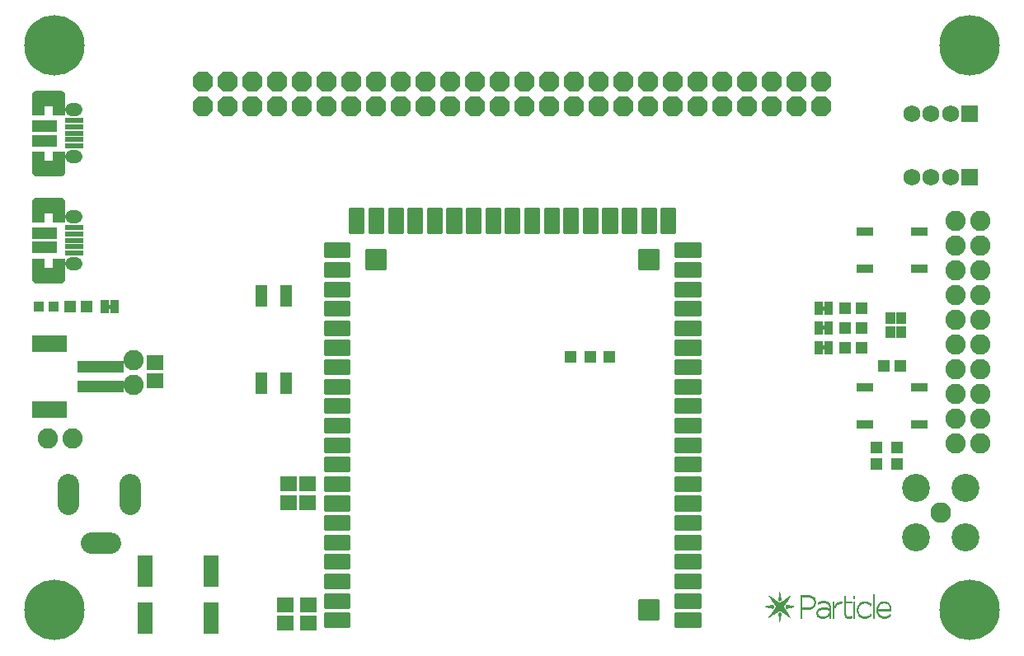
<source format=gts>
G75*
%MOIN*%
%OFA0B0*%
%FSLAX25Y25*%
%IPPOS*%
%LPD*%
%AMOC8*
5,1,8,0,0,1.08239X$1,22.5*
%
%ADD10R,0.00020X0.00020*%
%ADD11R,0.00020X0.00020*%
%ADD12R,0.00040X0.00020*%
%ADD13R,0.00060X0.00020*%
%ADD14R,0.00060X0.00020*%
%ADD15R,0.00080X0.00020*%
%ADD16R,0.00100X0.00020*%
%ADD17R,0.00100X0.00020*%
%ADD18R,0.00120X0.00020*%
%ADD19R,0.00140X0.00020*%
%ADD20R,0.00140X0.00020*%
%ADD21R,0.00180X0.00020*%
%ADD22R,0.00180X0.00020*%
%ADD23R,0.00200X0.00020*%
%ADD24R,0.00220X0.00020*%
%ADD25R,0.00220X0.00020*%
%ADD26R,0.00240X0.00020*%
%ADD27R,0.00260X0.00020*%
%ADD28R,0.00260X0.00020*%
%ADD29R,0.00300X0.00020*%
%ADD30R,0.00300X0.00020*%
%ADD31R,0.00320X0.00020*%
%ADD32R,0.00340X0.00020*%
%ADD33R,0.00340X0.00020*%
%ADD34R,0.00360X0.00020*%
%ADD35R,0.00380X0.00020*%
%ADD36R,0.00380X0.00020*%
%ADD37R,0.00420X0.00020*%
%ADD38R,0.00420X0.00020*%
%ADD39R,0.00440X0.00020*%
%ADD40R,0.00460X0.00020*%
%ADD41R,0.00460X0.00020*%
%ADD42R,0.00480X0.00020*%
%ADD43R,0.00500X0.00020*%
%ADD44R,0.00500X0.00020*%
%ADD45R,0.00540X0.00020*%
%ADD46R,0.00540X0.00020*%
%ADD47R,0.00560X0.00020*%
%ADD48R,0.00580X0.00020*%
%ADD49R,0.00620X0.00020*%
%ADD50R,0.00600X0.00020*%
%ADD51R,0.00580X0.00020*%
%ADD52R,0.00980X0.00020*%
%ADD53R,0.01000X0.00020*%
%ADD54R,0.01220X0.00020*%
%ADD55R,0.01260X0.00020*%
%ADD56R,0.01420X0.00020*%
%ADD57R,0.00880X0.00020*%
%ADD58R,0.01460X0.00020*%
%ADD59R,0.01620X0.00020*%
%ADD60R,0.01080X0.00020*%
%ADD61R,0.01640X0.00020*%
%ADD62R,0.00620X0.00020*%
%ADD63R,0.01760X0.00020*%
%ADD64R,0.01780X0.00020*%
%ADD65R,0.01800X0.00020*%
%ADD66R,0.00620X0.00020*%
%ADD67R,0.01900X0.00020*%
%ADD68R,0.01400X0.00020*%
%ADD69R,0.01940X0.00020*%
%ADD70R,0.00700X0.00020*%
%ADD71R,0.02040X0.00020*%
%ADD72R,0.00660X0.00020*%
%ADD73R,0.01540X0.00020*%
%ADD74R,0.02020X0.00020*%
%ADD75R,0.02080X0.00020*%
%ADD76R,0.00700X0.00020*%
%ADD77R,0.02160X0.00020*%
%ADD78R,0.00640X0.00020*%
%ADD79R,0.00660X0.00020*%
%ADD80R,0.01660X0.00020*%
%ADD81R,0.02200X0.00020*%
%ADD82R,0.02260X0.00020*%
%ADD83R,0.00640X0.00020*%
%ADD84R,0.02320X0.00020*%
%ADD85R,0.02380X0.00020*%
%ADD86R,0.01860X0.00020*%
%ADD87R,0.02420X0.00020*%
%ADD88R,0.02480X0.00020*%
%ADD89R,0.01960X0.00020*%
%ADD90R,0.02520X0.00020*%
%ADD91R,0.02580X0.00020*%
%ADD92R,0.02040X0.00020*%
%ADD93R,0.02620X0.00020*%
%ADD94R,0.00680X0.00020*%
%ADD95R,0.02660X0.00020*%
%ADD96R,0.02120X0.00020*%
%ADD97R,0.02700X0.00020*%
%ADD98R,0.02740X0.00020*%
%ADD99R,0.02160X0.00020*%
%ADD100R,0.02760X0.00020*%
%ADD101R,0.02800X0.00020*%
%ADD102R,0.02840X0.00020*%
%ADD103R,0.02200X0.00020*%
%ADD104R,0.02880X0.00020*%
%ADD105R,0.02920X0.00020*%
%ADD106R,0.02220X0.00020*%
%ADD107R,0.02980X0.00020*%
%ADD108R,0.03000X0.00020*%
%ADD109R,0.03060X0.00020*%
%ADD110R,0.00720X0.00020*%
%ADD111R,0.03060X0.00020*%
%ADD112R,0.02280X0.00020*%
%ADD113R,0.03080X0.00020*%
%ADD114R,0.03120X0.00020*%
%ADD115R,0.00740X0.00020*%
%ADD116R,0.03140X0.00020*%
%ADD117R,0.03160X0.00020*%
%ADD118R,0.03180X0.00020*%
%ADD119R,0.03220X0.00020*%
%ADD120R,0.02340X0.00020*%
%ADD121R,0.03260X0.00020*%
%ADD122R,0.00740X0.00020*%
%ADD123R,0.03280X0.00020*%
%ADD124R,0.02360X0.00020*%
%ADD125R,0.03340X0.00020*%
%ADD126R,0.03340X0.00020*%
%ADD127R,0.02400X0.00020*%
%ADD128R,0.03360X0.00020*%
%ADD129R,0.03400X0.00020*%
%ADD130R,0.00780X0.00020*%
%ADD131R,0.03400X0.00020*%
%ADD132R,0.02420X0.00020*%
%ADD133R,0.03440X0.00020*%
%ADD134R,0.03460X0.00020*%
%ADD135R,0.00780X0.00020*%
%ADD136R,0.03480X0.00020*%
%ADD137R,0.02440X0.00020*%
%ADD138R,0.03540X0.00020*%
%ADD139R,0.03520X0.00020*%
%ADD140R,0.02460X0.00020*%
%ADD141R,0.03560X0.00020*%
%ADD142R,0.03580X0.00020*%
%ADD143R,0.03600X0.00020*%
%ADD144R,0.03660X0.00020*%
%ADD145R,0.00080X0.00020*%
%ADD146R,0.00800X0.00020*%
%ADD147R,0.03640X0.00020*%
%ADD148R,0.02500X0.00020*%
%ADD149R,0.03680X0.00020*%
%ADD150R,0.03720X0.00020*%
%ADD151R,0.00820X0.00020*%
%ADD152R,0.03680X0.00020*%
%ADD153R,0.03720X0.00020*%
%ADD154R,0.03780X0.00020*%
%ADD155R,0.00120X0.00020*%
%ADD156R,0.00820X0.00020*%
%ADD157R,0.03760X0.00020*%
%ADD158R,0.02540X0.00020*%
%ADD159R,0.03800X0.00020*%
%ADD160R,0.03820X0.00020*%
%ADD161R,0.00140X0.00020*%
%ADD162R,0.02560X0.00020*%
%ADD163R,0.01740X0.00020*%
%ADD164R,0.01740X0.00020*%
%ADD165R,0.01820X0.00020*%
%ADD166R,0.01700X0.00020*%
%ADD167R,0.01640X0.00020*%
%ADD168R,0.02580X0.00020*%
%ADD169R,0.01620X0.00020*%
%ADD170R,0.01560X0.00020*%
%ADD171R,0.01580X0.00020*%
%ADD172R,0.01620X0.00020*%
%ADD173R,0.00840X0.00020*%
%ADD174R,0.01560X0.00020*%
%ADD175R,0.01500X0.00020*%
%ADD176R,0.01480X0.00020*%
%ADD177R,0.01540X0.00020*%
%ADD178R,0.00200X0.00020*%
%ADD179R,0.00860X0.00020*%
%ADD180R,0.01440X0.00020*%
%ADD181R,0.00860X0.00020*%
%ADD182R,0.01420X0.00020*%
%ADD183R,0.01320X0.00020*%
%ADD184R,0.01400X0.00020*%
%ADD185R,0.01340X0.00020*%
%ADD186R,0.01360X0.00020*%
%ADD187R,0.01380X0.00020*%
%ADD188R,0.00220X0.00020*%
%ADD189R,0.01200X0.00020*%
%ADD190R,0.00540X0.00020*%
%ADD191R,0.01320X0.00020*%
%ADD192R,0.00240X0.00020*%
%ADD193R,0.01300X0.00020*%
%ADD194R,0.01220X0.00020*%
%ADD195R,0.01140X0.00020*%
%ADD196R,0.01320X0.00020*%
%ADD197R,0.01280X0.00020*%
%ADD198R,0.00900X0.00020*%
%ADD199R,0.00280X0.00020*%
%ADD200R,0.01160X0.00020*%
%ADD201R,0.01280X0.00020*%
%ADD202R,0.01240X0.00020*%
%ADD203R,0.01240X0.00020*%
%ADD204R,0.00280X0.00020*%
%ADD205R,0.00900X0.00020*%
%ADD206R,0.01240X0.00020*%
%ADD207R,0.01120X0.00020*%
%ADD208R,0.01040X0.00020*%
%ADD209R,0.01200X0.00020*%
%ADD210R,0.01220X0.00020*%
%ADD211R,0.01020X0.00020*%
%ADD212R,0.01220X0.00020*%
%ADD213R,0.01180X0.00020*%
%ADD214R,0.00320X0.00020*%
%ADD215R,0.01040X0.00020*%
%ADD216R,0.00980X0.00020*%
%ADD217R,0.00340X0.00020*%
%ADD218R,0.00920X0.00020*%
%ADD219R,0.01020X0.00020*%
%ADD220R,0.00960X0.00020*%
%ADD221R,0.00160X0.00020*%
%ADD222R,0.01180X0.00020*%
%ADD223R,0.01140X0.00020*%
%ADD224R,0.00340X0.00020*%
%ADD225R,0.00940X0.00020*%
%ADD226R,0.01100X0.00020*%
%ADD227R,0.00920X0.00020*%
%ADD228R,0.01120X0.00020*%
%ADD229R,0.00940X0.00020*%
%ADD230R,0.01080X0.00020*%
%ADD231R,0.00920X0.00020*%
%ADD232R,0.01100X0.00020*%
%ADD233R,0.00400X0.00020*%
%ADD234R,0.01060X0.00020*%
%ADD235R,0.00940X0.00020*%
%ADD236R,0.00880X0.00020*%
%ADD237R,0.01120X0.00020*%
%ADD238R,0.00440X0.00020*%
%ADD239R,0.00420X0.00020*%
%ADD240R,0.01040X0.00020*%
%ADD241R,0.00440X0.00020*%
%ADD242R,0.01020X0.00020*%
%ADD243R,0.00840X0.00020*%
%ADD244R,0.00480X0.00020*%
%ADD245R,0.01060X0.00020*%
%ADD246R,0.00820X0.00020*%
%ADD247R,0.01040X0.00020*%
%ADD248R,0.01000X0.00020*%
%ADD249R,0.01020X0.00020*%
%ADD250R,0.00520X0.00020*%
%ADD251R,0.00940X0.00020*%
%ADD252R,0.00820X0.00020*%
%ADD253R,0.00800X0.00020*%
%ADD254R,0.00960X0.00020*%
%ADD255R,0.00540X0.00020*%
%ADD256R,0.00760X0.00020*%
%ADD257R,0.00760X0.00020*%
%ADD258R,0.00740X0.00020*%
%ADD259R,0.00600X0.00020*%
%ADD260R,0.00920X0.00020*%
%ADD261R,0.00740X0.00020*%
%ADD262R,0.00680X0.00020*%
%ADD263R,0.00840X0.00020*%
%ADD264R,0.01340X0.00020*%
%ADD265R,0.01300X0.00020*%
%ADD266R,0.00720X0.00020*%
%ADD267R,0.00720X0.00020*%
%ADD268R,0.01140X0.00020*%
%ADD269R,0.00720X0.00020*%
%ADD270R,0.00840X0.00020*%
%ADD271R,0.01140X0.00020*%
%ADD272R,0.00520X0.00020*%
%ADD273R,0.00140X0.00020*%
%ADD274R,0.00040X0.00020*%
%ADD275R,0.01260X0.00020*%
%ADD276R,0.00020X0.00020*%
%ADD277R,0.01160X0.00020*%
%ADD278R,0.01340X0.00020*%
%ADD279R,0.01340X0.00020*%
%ADD280R,0.01380X0.00020*%
%ADD281R,0.01320X0.00020*%
%ADD282R,0.01360X0.00020*%
%ADD283R,0.01420X0.00020*%
%ADD284R,0.01440X0.00020*%
%ADD285R,0.01460X0.00020*%
%ADD286R,0.01500X0.00020*%
%ADD287R,0.01520X0.00020*%
%ADD288R,0.01540X0.00020*%
%ADD289R,0.01580X0.00020*%
%ADD290R,0.01600X0.00020*%
%ADD291R,0.01660X0.00020*%
%ADD292R,0.01680X0.00020*%
%ADD293R,0.01700X0.00020*%
%ADD294R,0.00160X0.00020*%
%ADD295R,0.01720X0.00020*%
%ADD296R,0.01780X0.00020*%
%ADD297R,0.01760X0.00020*%
%ADD298R,0.01820X0.00020*%
%ADD299R,0.01860X0.00020*%
%ADD300R,0.01880X0.00020*%
%ADD301R,0.00620X0.00020*%
%ADD302R,0.01920X0.00020*%
%ADD303R,0.01940X0.00020*%
%ADD304R,0.01920X0.00020*%
%ADD305R,0.01980X0.00020*%
%ADD306R,0.01960X0.00020*%
%ADD307R,0.01980X0.00020*%
%ADD308R,0.02000X0.00020*%
%ADD309R,0.02020X0.00020*%
%ADD310R,0.02040X0.00020*%
%ADD311R,0.02060X0.00020*%
%ADD312R,0.02060X0.00020*%
%ADD313R,0.02080X0.00020*%
%ADD314R,0.02100X0.00020*%
%ADD315R,0.02120X0.00020*%
%ADD316R,0.02140X0.00020*%
%ADD317R,0.02180X0.00020*%
%ADD318R,0.02180X0.00020*%
%ADD319R,0.02220X0.00020*%
%ADD320R,0.02220X0.00020*%
%ADD321R,0.02240X0.00020*%
%ADD322R,0.02260X0.00020*%
%ADD323R,0.02280X0.00020*%
%ADD324R,0.02300X0.00020*%
%ADD325R,0.02320X0.00020*%
%ADD326R,0.02340X0.00020*%
%ADD327R,0.02440X0.00020*%
%ADD328R,0.06060X0.00020*%
%ADD329R,0.06060X0.00020*%
%ADD330R,0.02480X0.00020*%
%ADD331R,0.04980X0.00020*%
%ADD332R,0.04980X0.00020*%
%ADD333R,0.04940X0.00020*%
%ADD334R,0.06080X0.00020*%
%ADD335R,0.04920X0.00020*%
%ADD336R,0.06100X0.00020*%
%ADD337R,0.04900X0.00020*%
%ADD338R,0.04860X0.00020*%
%ADD339R,0.06100X0.00020*%
%ADD340R,0.04840X0.00020*%
%ADD341R,0.04820X0.00020*%
%ADD342R,0.04780X0.00020*%
%ADD343R,0.04760X0.00020*%
%ADD344R,0.04740X0.00020*%
%ADD345R,0.04700X0.00020*%
%ADD346R,0.04700X0.00020*%
%ADD347R,0.04660X0.00020*%
%ADD348R,0.04620X0.00020*%
%ADD349R,0.04620X0.00020*%
%ADD350R,0.04580X0.00020*%
%ADD351R,0.06080X0.00020*%
%ADD352R,0.04540X0.00020*%
%ADD353R,0.02900X0.00020*%
%ADD354R,0.01240X0.00020*%
%ADD355R,0.04540X0.00020*%
%ADD356R,0.01440X0.00020*%
%ADD357R,0.04500X0.00020*%
%ADD358R,0.04480X0.00020*%
%ADD359R,0.03480X0.00020*%
%ADD360R,0.04460X0.00020*%
%ADD361R,0.03600X0.00020*%
%ADD362R,0.04420X0.00020*%
%ADD363R,0.03700X0.00020*%
%ADD364R,0.04400X0.00020*%
%ADD365R,0.03780X0.00020*%
%ADD366R,0.04380X0.00020*%
%ADD367R,0.03860X0.00020*%
%ADD368R,0.02640X0.00020*%
%ADD369R,0.04340X0.00020*%
%ADD370R,0.03940X0.00020*%
%ADD371R,0.04320X0.00020*%
%ADD372R,0.04020X0.00020*%
%ADD373R,0.04940X0.00020*%
%ADD374R,0.04300X0.00020*%
%ADD375R,0.04080X0.00020*%
%ADD376R,0.04920X0.00020*%
%ADD377R,0.04260X0.00020*%
%ADD378R,0.04140X0.00020*%
%ADD379R,0.04200X0.00020*%
%ADD380R,0.04860X0.00020*%
%ADD381R,0.04220X0.00020*%
%ADD382R,0.04260X0.00020*%
%ADD383R,0.04820X0.00020*%
%ADD384R,0.04180X0.00020*%
%ADD385R,0.04320X0.00020*%
%ADD386R,0.04800X0.00020*%
%ADD387R,0.04180X0.00020*%
%ADD388R,0.04360X0.00020*%
%ADD389R,0.04760X0.00020*%
%ADD390R,0.04140X0.00020*%
%ADD391R,0.04420X0.00020*%
%ADD392R,0.04720X0.00020*%
%ADD393R,0.04100X0.00020*%
%ADD394R,0.04100X0.00020*%
%ADD395R,0.04520X0.00020*%
%ADD396R,0.04660X0.00020*%
%ADD397R,0.04060X0.00020*%
%ADD398R,0.04560X0.00020*%
%ADD399R,0.04620X0.00020*%
%ADD400R,0.04040X0.00020*%
%ADD401R,0.04600X0.00020*%
%ADD402R,0.04580X0.00020*%
%ADD403R,0.04020X0.00020*%
%ADD404R,0.04640X0.00020*%
%ADD405R,0.04520X0.00020*%
%ADD406R,0.03980X0.00020*%
%ADD407R,0.04680X0.00020*%
%ADD408R,0.04480X0.00020*%
%ADD409R,0.03960X0.00020*%
%ADD410R,0.04720X0.00020*%
%ADD411R,0.03940X0.00020*%
%ADD412R,0.03900X0.00020*%
%ADD413R,0.04800X0.00020*%
%ADD414R,0.03520X0.00020*%
%ADD415R,0.03880X0.00020*%
%ADD416R,0.04820X0.00020*%
%ADD417R,0.03380X0.00020*%
%ADD418R,0.03240X0.00020*%
%ADD419R,0.03820X0.00020*%
%ADD420R,0.04900X0.00020*%
%ADD421R,0.03100X0.00020*%
%ADD422R,0.04920X0.00020*%
%ADD423R,0.02920X0.00020*%
%ADD424R,0.00640X0.00020*%
%ADD425R,0.04960X0.00020*%
%ADD426R,0.02760X0.00020*%
%ADD427R,0.03740X0.00020*%
%ADD428R,0.05000X0.00020*%
%ADD429R,0.05020X0.00020*%
%ADD430R,0.03660X0.00020*%
%ADD431R,0.01820X0.00020*%
%ADD432R,0.03620X0.00020*%
%ADD433R,0.01640X0.00020*%
%ADD434R,0.03580X0.00020*%
%ADD435R,0.01600X0.00020*%
%ADD436R,0.03540X0.00020*%
%ADD437R,0.03500X0.00020*%
%ADD438R,0.03460X0.00020*%
%ADD439R,0.02020X0.00020*%
%ADD440R,0.02140X0.00020*%
%ADD441R,0.03420X0.00020*%
%ADD442R,0.02240X0.00020*%
%ADD443R,0.03380X0.00020*%
%ADD444R,0.02360X0.00020*%
%ADD445R,0.03340X0.00020*%
%ADD446R,0.02560X0.00020*%
%ADD447R,0.03300X0.00020*%
%ADD448R,0.02660X0.00020*%
%ADD449R,0.03300X0.00020*%
%ADD450R,0.02680X0.00020*%
%ADD451R,0.02780X0.00020*%
%ADD452R,0.03260X0.00020*%
%ADD453R,0.03220X0.00020*%
%ADD454R,0.02980X0.00020*%
%ADD455R,0.03180X0.00020*%
%ADD456R,0.03200X0.00020*%
%ADD457R,0.03140X0.00020*%
%ADD458R,0.03100X0.00020*%
%ADD459R,0.03080X0.00020*%
%ADD460R,0.03620X0.00020*%
%ADD461R,0.03020X0.00020*%
%ADD462R,0.02960X0.00020*%
%ADD463R,0.02740X0.00020*%
%ADD464R,0.03320X0.00020*%
%ADD465R,0.02540X0.00020*%
%ADD466R,0.02420X0.00020*%
%ADD467R,0.02320X0.00020*%
%ADD468R,0.01900X0.00020*%
%ADD469R,0.03540X0.00020*%
%ADD470R,0.01480X0.00020*%
%ADD471R,0.00040X0.00020*%
%ADD472R,0.00400X0.00020*%
%ADD473R,0.03840X0.00020*%
%ADD474R,0.03900X0.00020*%
%ADD475R,0.00560X0.00020*%
%ADD476R,0.03980X0.00020*%
%ADD477R,0.04060X0.00020*%
%ADD478R,0.04120X0.00020*%
%ADD479R,0.04280X0.00020*%
%ADD480R,0.04340X0.00020*%
%ADD481R,0.04420X0.00020*%
%ADD482R,0.04500X0.00020*%
%ADD483R,0.04560X0.00020*%
%ADD484R,0.04720X0.00020*%
%ADD485R,0.01120X0.00020*%
%ADD486R,0.01720X0.00020*%
%ADD487R,0.04940X0.00020*%
%ADD488R,0.01420X0.00020*%
%ADD489R,0.01520X0.00020*%
%ADD490R,0.02500X0.00020*%
%ADD491R,0.03020X0.00020*%
%ADD492R,0.03720X0.00020*%
%ADD493R,0.03500X0.00020*%
%ADD494R,0.03440X0.00020*%
%ADD495R,0.01680X0.00020*%
%ADD496R,0.02000X0.00020*%
%ADD497R,0.02420X0.00020*%
%ADD498R,0.02300X0.00020*%
%ADD499R,0.03540X0.00020*%
%ADD500R,0.03340X0.00020*%
%ADD501R,0.03280X0.00020*%
%ADD502R,0.02400X0.00020*%
%ADD503R,0.04320X0.00020*%
%ADD504R,0.03420X0.00020*%
%ADD505R,0.03220X0.00020*%
%ADD506R,0.04120X0.00020*%
%ADD507R,0.03200X0.00020*%
%ADD508R,0.03920X0.00020*%
%ADD509R,0.02820X0.00020*%
%ADD510R,0.02900X0.00020*%
%ADD511R,0.02740X0.00020*%
%ADD512R,0.03760X0.00020*%
%ADD513R,0.02820X0.00020*%
%ADD514R,0.02240X0.00020*%
%ADD515R,0.02640X0.00020*%
%ADD516R,0.03420X0.00020*%
%ADD517R,0.02340X0.00020*%
%ADD518R,0.02140X0.00020*%
%ADD519R,0.02920X0.00020*%
%ADD520R,0.02800X0.00020*%
%ADD521R,0.01740X0.00020*%
%ADD522R,0.00520X0.00020*%
%ADD523R,0.01840X0.00020*%
%ADD524R,0.01840X0.00020*%
%ADD525R,0.01800X0.00020*%
%ADD526R,0.00360X0.00020*%
%ADD527R,0.01520X0.00020*%
%ADD528R,0.02020X0.00020*%
%ADD529R,0.05160X0.00020*%
%ADD530R,0.05120X0.00020*%
%ADD531R,0.05100X0.00020*%
%ADD532R,0.05060X0.00020*%
%ADD533R,0.05040X0.00020*%
%ADD534R,0.04960X0.00020*%
%ADD535R,0.04940X0.00020*%
%ADD536R,0.00120X0.00020*%
%ADD537R,0.04540X0.00020*%
%ADD538R,0.04420X0.00020*%
%ADD539R,0.04120X0.00020*%
%ADD540R,0.04040X0.00020*%
%ADD541R,0.03960X0.00020*%
%ADD542R,0.03880X0.00020*%
%ADD543C,0.08674*%
%ADD544R,0.18910X0.04737*%
%ADD545R,0.14186X0.07099*%
%ADD546R,0.03950X0.03950*%
%ADD547R,0.04737X0.05131*%
%ADD548R,0.05100X0.08700*%
%ADD549R,0.03950X0.04737*%
%ADD550C,0.05200*%
%ADD551R,0.07690X0.02375*%
%ADD552R,0.10249X0.04737*%
%ADD553C,0.00000*%
%ADD554C,0.00001*%
%ADD555R,0.05131X0.04737*%
%ADD556C,0.00947*%
%ADD557C,0.01301*%
%ADD558R,0.04737X0.04737*%
%ADD559OC8,0.08200*%
%ADD560C,0.08200*%
%ADD561R,0.06706X0.05918*%
%ADD562R,0.03300X0.05800*%
%ADD563C,0.00500*%
%ADD564R,0.06312X0.12611*%
%ADD565R,0.06800X0.03800*%
%ADD566R,0.06800X0.06800*%
%ADD567C,0.06800*%
%ADD568C,0.08300*%
%ADD569C,0.11300*%
%ADD570C,0.24422*%
D10*
X0322020Y0012000D03*
X0322020Y0015640D03*
X0322020Y0024000D03*
X0351120Y0014140D03*
D11*
X0322020Y0012020D03*
X0322020Y0023980D03*
D12*
X0322030Y0023960D03*
X0326250Y0022240D03*
X0317790Y0022240D03*
X0317790Y0013760D03*
X0322030Y0012040D03*
X0326250Y0013760D03*
D13*
X0322020Y0012100D03*
X0322020Y0012060D03*
X0322020Y0020360D03*
X0322020Y0023900D03*
X0322020Y0023940D03*
X0337700Y0019060D03*
D14*
X0326240Y0022220D03*
X0322020Y0023880D03*
X0322020Y0023920D03*
X0317800Y0022220D03*
X0322020Y0012080D03*
X0351100Y0014120D03*
X0358700Y0014920D03*
D15*
X0326230Y0013780D03*
X0322030Y0012120D03*
X0317810Y0013780D03*
X0319190Y0018680D03*
X0317850Y0022180D03*
X0324850Y0018680D03*
D16*
X0322020Y0023800D03*
X0322020Y0023840D03*
X0322020Y0023860D03*
X0322020Y0012200D03*
X0322020Y0012160D03*
X0322020Y0012140D03*
X0358700Y0014900D03*
D17*
X0337720Y0019080D03*
X0326200Y0022180D03*
X0322020Y0023820D03*
X0322020Y0020380D03*
X0322020Y0015620D03*
X0322020Y0012180D03*
X0326180Y0013820D03*
X0317860Y0013820D03*
D18*
X0319170Y0017320D03*
X0324870Y0017320D03*
X0322030Y0012220D03*
X0322030Y0023780D03*
D19*
X0322020Y0023760D03*
X0322020Y0023740D03*
X0322020Y0023700D03*
X0322020Y0012300D03*
X0322020Y0012260D03*
X0322020Y0012240D03*
D20*
X0322020Y0012280D03*
X0326120Y0013880D03*
X0317920Y0013880D03*
X0322020Y0023720D03*
D21*
X0322020Y0023620D03*
X0326080Y0022080D03*
X0317960Y0022080D03*
X0326080Y0013920D03*
X0322020Y0012380D03*
X0322020Y0012320D03*
D22*
X0322020Y0012340D03*
X0322020Y0012360D03*
X0326100Y0013900D03*
X0322020Y0020400D03*
X0317940Y0022100D03*
X0322020Y0023600D03*
X0322020Y0023640D03*
X0322020Y0023660D03*
X0317940Y0013900D03*
X0358700Y0014860D03*
X0366580Y0014800D03*
D23*
X0358630Y0018500D03*
X0326070Y0022060D03*
X0324890Y0018660D03*
X0319150Y0018660D03*
X0317990Y0013940D03*
X0322030Y0012400D03*
D24*
X0322020Y0012420D03*
X0322020Y0012480D03*
X0322020Y0015580D03*
X0322020Y0023520D03*
X0322020Y0023580D03*
X0366580Y0014780D03*
D25*
X0351020Y0014060D03*
X0326060Y0013940D03*
X0322020Y0012460D03*
X0322020Y0012440D03*
X0317980Y0022060D03*
X0322020Y0023540D03*
X0322020Y0023560D03*
D26*
X0322030Y0023500D03*
X0318010Y0013960D03*
X0322030Y0012500D03*
D27*
X0322020Y0012520D03*
X0322020Y0012580D03*
X0322020Y0023420D03*
X0322020Y0023480D03*
D28*
X0322020Y0023460D03*
X0322020Y0023440D03*
X0326000Y0022000D03*
X0318040Y0022000D03*
X0318060Y0014000D03*
X0322020Y0012560D03*
X0322020Y0012540D03*
X0337760Y0019140D03*
X0351000Y0014040D03*
X0366580Y0014760D03*
D29*
X0366580Y0014740D03*
X0339820Y0020200D03*
X0337780Y0019160D03*
X0325960Y0021960D03*
X0324940Y0018640D03*
X0322020Y0020440D03*
X0322020Y0023340D03*
X0322020Y0023360D03*
X0319100Y0018640D03*
X0318120Y0014060D03*
X0318100Y0014040D03*
X0322020Y0012660D03*
X0322020Y0012640D03*
X0322020Y0012600D03*
X0325940Y0014040D03*
D30*
X0322020Y0012620D03*
X0322020Y0023320D03*
X0322020Y0023380D03*
D31*
X0325910Y0021920D03*
X0318130Y0021920D03*
X0322030Y0012680D03*
X0350970Y0014020D03*
D32*
X0322020Y0012760D03*
X0322020Y0012740D03*
X0322020Y0012700D03*
X0322020Y0015540D03*
X0322020Y0023240D03*
X0322020Y0023260D03*
X0322020Y0023300D03*
D33*
X0322020Y0023280D03*
X0322020Y0012720D03*
D34*
X0322030Y0012780D03*
X0337810Y0019180D03*
X0325870Y0021880D03*
X0322030Y0023220D03*
X0358630Y0018580D03*
X0358710Y0014780D03*
D35*
X0350940Y0014000D03*
X0366580Y0014700D03*
X0325840Y0014140D03*
X0322020Y0012860D03*
X0322020Y0012840D03*
X0322020Y0012800D03*
X0325840Y0021860D03*
X0322020Y0023140D03*
X0322020Y0023160D03*
X0322020Y0023200D03*
X0318200Y0021860D03*
D36*
X0318180Y0021880D03*
X0322020Y0023180D03*
X0325860Y0014120D03*
X0322020Y0012820D03*
X0318180Y0014120D03*
D37*
X0322020Y0012920D03*
X0322020Y0012880D03*
X0322020Y0015520D03*
X0322020Y0020480D03*
X0322020Y0023080D03*
X0366580Y0014680D03*
D38*
X0347160Y0020060D03*
X0337820Y0019200D03*
X0322020Y0023040D03*
X0322020Y0023060D03*
X0322020Y0023100D03*
X0322020Y0012940D03*
X0322020Y0012900D03*
D39*
X0322030Y0012960D03*
X0358710Y0014740D03*
D40*
X0350900Y0013980D03*
X0337840Y0019220D03*
X0325760Y0021780D03*
X0322020Y0022980D03*
X0322020Y0023020D03*
X0318280Y0021780D03*
X0318300Y0014220D03*
X0322020Y0013020D03*
X0322020Y0012980D03*
D41*
X0322020Y0013000D03*
X0322020Y0013040D03*
X0322020Y0015500D03*
X0322020Y0022960D03*
X0322020Y0023000D03*
D42*
X0322030Y0022940D03*
X0325710Y0021740D03*
X0325730Y0021760D03*
X0318330Y0021740D03*
X0318310Y0021760D03*
X0318310Y0014240D03*
X0322030Y0013060D03*
X0325730Y0014240D03*
X0358630Y0018640D03*
X0366590Y0014660D03*
D43*
X0322020Y0013120D03*
X0322020Y0013080D03*
X0318360Y0014280D03*
X0322020Y0022880D03*
X0322020Y0022920D03*
D44*
X0322020Y0022900D03*
X0322020Y0022860D03*
X0322020Y0020500D03*
X0325700Y0014260D03*
X0322020Y0013140D03*
X0322020Y0013100D03*
X0318340Y0014260D03*
D45*
X0319020Y0017400D03*
X0322020Y0013200D03*
X0322020Y0013160D03*
X0325020Y0017400D03*
X0322020Y0022760D03*
X0322020Y0022800D03*
D46*
X0322020Y0022820D03*
X0322020Y0022780D03*
X0322020Y0020520D03*
X0322020Y0015480D03*
X0322020Y0013220D03*
X0322020Y0013180D03*
D47*
X0322030Y0013240D03*
X0318430Y0014340D03*
X0325630Y0021660D03*
X0350050Y0013300D03*
D48*
X0347080Y0020040D03*
X0337880Y0019260D03*
X0325600Y0021640D03*
X0322020Y0022700D03*
X0322020Y0022740D03*
X0318440Y0021640D03*
X0318420Y0021660D03*
X0322020Y0015460D03*
X0322020Y0013300D03*
X0322020Y0013260D03*
X0325600Y0014360D03*
X0325620Y0014340D03*
D49*
X0339440Y0013260D03*
X0342300Y0015840D03*
X0342300Y0015860D03*
X0342300Y0015900D03*
X0342300Y0015940D03*
X0342300Y0015960D03*
X0342300Y0016000D03*
X0342300Y0016040D03*
X0342300Y0016060D03*
X0342300Y0016100D03*
X0342300Y0016140D03*
X0342300Y0016160D03*
X0342300Y0016200D03*
X0342300Y0016240D03*
X0342300Y0016260D03*
X0342300Y0016300D03*
X0342300Y0016340D03*
X0342300Y0016360D03*
X0342300Y0016400D03*
X0342300Y0016440D03*
X0342300Y0016460D03*
X0342300Y0016500D03*
X0342300Y0016540D03*
X0342300Y0016560D03*
X0342300Y0016600D03*
X0342300Y0016640D03*
X0342300Y0016660D03*
X0364340Y0013260D03*
D50*
X0356490Y0013260D03*
X0358630Y0018700D03*
X0322030Y0022660D03*
X0318450Y0014360D03*
X0322030Y0013340D03*
D51*
X0322020Y0013320D03*
X0322020Y0013280D03*
X0322020Y0022680D03*
X0322020Y0022720D03*
X0358720Y0014680D03*
X0366580Y0014620D03*
D52*
X0366340Y0014280D03*
X0365840Y0019180D03*
X0358600Y0018880D03*
X0354620Y0019080D03*
X0354480Y0014380D03*
X0356500Y0013280D03*
X0339440Y0013280D03*
X0335580Y0018020D03*
X0338020Y0019380D03*
X0335660Y0021380D03*
X0322020Y0021780D03*
X0318860Y0017480D03*
X0322020Y0014220D03*
D53*
X0325090Y0014820D03*
X0318950Y0014820D03*
X0318950Y0021180D03*
X0322030Y0021720D03*
X0325090Y0021180D03*
X0335630Y0021420D03*
X0335530Y0017980D03*
X0337750Y0016620D03*
X0337710Y0014220D03*
X0342110Y0014820D03*
X0343930Y0017680D03*
X0345110Y0018980D03*
X0354670Y0019120D03*
X0358550Y0018920D03*
X0362570Y0019180D03*
X0364350Y0013280D03*
X0366250Y0014220D03*
X0358330Y0014220D03*
X0354550Y0014320D03*
D54*
X0356500Y0013300D03*
X0344040Y0018060D03*
X0342000Y0016800D03*
X0339440Y0013300D03*
X0335200Y0017740D03*
X0335300Y0021660D03*
X0324840Y0020940D03*
D55*
X0325300Y0018460D03*
X0322020Y0021100D03*
X0322020Y0021140D03*
X0322020Y0021160D03*
X0322020Y0015240D03*
X0322020Y0014900D03*
X0322020Y0014860D03*
X0322020Y0014840D03*
X0324780Y0015100D03*
X0319260Y0015100D03*
X0338020Y0014000D03*
X0340840Y0013960D03*
X0341980Y0014540D03*
X0344060Y0018140D03*
X0345540Y0019260D03*
X0349140Y0013940D03*
X0350060Y0013360D03*
X0355060Y0019360D03*
X0364360Y0013300D03*
X0365880Y0014000D03*
X0365480Y0019400D03*
D56*
X0356500Y0013320D03*
X0339440Y0013320D03*
D57*
X0337510Y0014420D03*
X0335770Y0018220D03*
X0341810Y0019080D03*
X0343870Y0017420D03*
X0344870Y0018780D03*
X0348790Y0014180D03*
X0350050Y0013320D03*
X0354250Y0014620D03*
X0358650Y0014480D03*
X0358690Y0014520D03*
X0362250Y0014480D03*
X0366570Y0014480D03*
X0366050Y0018980D03*
X0362330Y0018980D03*
X0354390Y0018880D03*
X0335890Y0021120D03*
X0335850Y0021180D03*
X0325250Y0021320D03*
X0318790Y0021320D03*
X0325250Y0014680D03*
D58*
X0324540Y0015320D03*
X0319500Y0015320D03*
X0325380Y0018420D03*
X0338220Y0013920D03*
X0341160Y0019520D03*
X0355220Y0013920D03*
X0364360Y0013320D03*
D59*
X0356500Y0013340D03*
X0339440Y0013340D03*
X0324340Y0015500D03*
X0319700Y0015500D03*
D60*
X0318810Y0017500D03*
X0322030Y0014460D03*
X0325010Y0014900D03*
X0325230Y0017500D03*
X0325010Y0021100D03*
X0322030Y0021540D03*
X0319030Y0021100D03*
X0339850Y0017540D03*
X0341510Y0019340D03*
X0343970Y0017860D03*
X0343970Y0017840D03*
X0345270Y0019100D03*
X0346830Y0019940D03*
X0349010Y0014000D03*
X0350050Y0013340D03*
X0341030Y0014040D03*
X0358330Y0019100D03*
X0362650Y0014140D03*
X0366130Y0014140D03*
X0365670Y0019300D03*
D61*
X0364370Y0013340D03*
D62*
X0366580Y0014600D03*
X0358720Y0014660D03*
X0325560Y0014400D03*
X0322020Y0013400D03*
X0322020Y0013360D03*
X0322020Y0020540D03*
X0322020Y0022600D03*
X0322020Y0022640D03*
X0325560Y0021600D03*
X0318480Y0021600D03*
D63*
X0319870Y0020340D03*
X0324170Y0020340D03*
X0324170Y0015660D03*
X0319870Y0015660D03*
X0339450Y0013360D03*
X0350050Y0013440D03*
D64*
X0356500Y0013360D03*
X0364220Y0019960D03*
X0325500Y0018360D03*
X0319920Y0015700D03*
D65*
X0324130Y0015700D03*
X0324130Y0020300D03*
X0319910Y0020300D03*
X0318550Y0018360D03*
X0355470Y0013860D03*
X0364370Y0013360D03*
D66*
X0325060Y0018580D03*
X0322020Y0022580D03*
X0322020Y0022620D03*
X0318980Y0018580D03*
X0322020Y0013420D03*
X0322020Y0013380D03*
D67*
X0324000Y0015820D03*
X0320040Y0015820D03*
X0320040Y0020180D03*
X0324000Y0020180D03*
X0339440Y0013380D03*
X0346420Y0019620D03*
X0356500Y0013380D03*
D68*
X0357790Y0013920D03*
X0363070Y0013920D03*
X0356510Y0020020D03*
X0355210Y0019420D03*
X0350050Y0013380D03*
X0349230Y0013920D03*
X0340730Y0013920D03*
X0338210Y0016880D03*
X0324590Y0020720D03*
X0319450Y0020720D03*
D69*
X0364360Y0013380D03*
D70*
X0366580Y0014560D03*
X0366840Y0017060D03*
X0366840Y0017100D03*
X0366820Y0017240D03*
X0366820Y0017260D03*
X0366800Y0017360D03*
X0366800Y0017400D03*
X0366780Y0017460D03*
X0366780Y0017500D03*
X0366760Y0017560D03*
X0366760Y0017600D03*
X0366740Y0017640D03*
X0366740Y0017660D03*
X0366740Y0017700D03*
X0366720Y0017740D03*
X0366720Y0017760D03*
X0366700Y0017800D03*
X0366660Y0017940D03*
X0361700Y0018000D03*
X0361680Y0017960D03*
X0361680Y0017940D03*
X0361660Y0017900D03*
X0361640Y0017860D03*
X0361640Y0017840D03*
X0361620Y0017800D03*
X0361620Y0017760D03*
X0361600Y0017700D03*
X0361580Y0017660D03*
X0361580Y0017640D03*
X0361560Y0017560D03*
X0361520Y0015960D03*
X0361540Y0015860D03*
X0361540Y0015840D03*
X0361560Y0015800D03*
X0361560Y0015760D03*
X0361580Y0015700D03*
X0361600Y0015660D03*
X0361600Y0015640D03*
X0361620Y0015560D03*
X0361640Y0015500D03*
X0361660Y0015460D03*
X0361680Y0015400D03*
X0358620Y0018740D03*
X0353660Y0017660D03*
X0353640Y0017600D03*
X0353620Y0017540D03*
X0353600Y0017460D03*
X0353600Y0017440D03*
X0353580Y0017400D03*
X0353580Y0017360D03*
X0353580Y0017340D03*
X0353560Y0017300D03*
X0353560Y0017260D03*
X0353560Y0017240D03*
X0353540Y0017200D03*
X0353540Y0017160D03*
X0353540Y0017140D03*
X0353540Y0017100D03*
X0353520Y0017040D03*
X0353520Y0017000D03*
X0353520Y0016960D03*
X0353520Y0016940D03*
X0353520Y0016900D03*
X0353500Y0016700D03*
X0353500Y0016660D03*
X0353500Y0016640D03*
X0353500Y0016600D03*
X0353520Y0016460D03*
X0353520Y0016440D03*
X0353520Y0016400D03*
X0353520Y0016360D03*
X0353520Y0016340D03*
X0353520Y0016300D03*
X0353540Y0016240D03*
X0353540Y0016200D03*
X0353540Y0016160D03*
X0353560Y0016100D03*
X0353560Y0016060D03*
X0348520Y0014800D03*
X0348540Y0014700D03*
X0348560Y0014640D03*
X0348580Y0014560D03*
X0343780Y0016700D03*
X0343780Y0016740D03*
X0343780Y0016760D03*
X0344460Y0018300D03*
X0342200Y0018340D03*
X0342180Y0018400D03*
X0342160Y0018440D03*
X0342160Y0018460D03*
X0342140Y0018500D03*
X0337920Y0019300D03*
X0336300Y0019540D03*
X0336300Y0019560D03*
X0336300Y0019600D03*
X0336300Y0019640D03*
X0336300Y0019660D03*
X0336300Y0019700D03*
X0336300Y0019740D03*
X0336300Y0019760D03*
X0336300Y0019800D03*
X0336300Y0019840D03*
X0336300Y0019860D03*
X0336300Y0019900D03*
X0336300Y0019940D03*
X0336280Y0020040D03*
X0336280Y0020060D03*
X0336280Y0020100D03*
X0336280Y0019460D03*
X0336280Y0019440D03*
X0336280Y0019400D03*
X0336280Y0019360D03*
X0336260Y0019300D03*
X0336260Y0019260D03*
X0336240Y0019160D03*
X0337220Y0015740D03*
X0337220Y0015700D03*
X0337200Y0015640D03*
X0337200Y0015600D03*
X0337200Y0015560D03*
X0337200Y0015540D03*
X0337200Y0015500D03*
X0337200Y0015460D03*
X0337200Y0015440D03*
X0337200Y0015400D03*
X0337200Y0015360D03*
X0337200Y0015340D03*
X0337200Y0015300D03*
X0337200Y0015260D03*
X0337200Y0015240D03*
X0337200Y0015200D03*
X0341580Y0014440D03*
X0341600Y0014460D03*
X0342260Y0015400D03*
X0342260Y0015440D03*
X0330780Y0015440D03*
X0330780Y0015460D03*
X0330780Y0015500D03*
X0330780Y0015540D03*
X0330780Y0015560D03*
X0330780Y0015600D03*
X0330780Y0015640D03*
X0330780Y0015660D03*
X0330780Y0015700D03*
X0330780Y0015740D03*
X0330780Y0015760D03*
X0330780Y0015800D03*
X0330780Y0015840D03*
X0330780Y0015860D03*
X0330780Y0015900D03*
X0330780Y0015940D03*
X0330780Y0015960D03*
X0330780Y0016000D03*
X0330780Y0016040D03*
X0330780Y0016060D03*
X0330780Y0016100D03*
X0330780Y0016140D03*
X0330780Y0016160D03*
X0330780Y0016200D03*
X0330780Y0016240D03*
X0330780Y0016260D03*
X0330780Y0016300D03*
X0330780Y0016340D03*
X0330780Y0016360D03*
X0330780Y0016400D03*
X0330780Y0016440D03*
X0330780Y0016460D03*
X0330780Y0016500D03*
X0330780Y0016540D03*
X0330780Y0016560D03*
X0330780Y0016600D03*
X0330780Y0016640D03*
X0330780Y0016660D03*
X0330780Y0016700D03*
X0330780Y0016740D03*
X0330780Y0016760D03*
X0330780Y0016800D03*
X0330780Y0017500D03*
X0330780Y0017540D03*
X0330780Y0017560D03*
X0330780Y0017600D03*
X0330780Y0017640D03*
X0330780Y0017660D03*
X0330780Y0017700D03*
X0330780Y0017740D03*
X0330780Y0017760D03*
X0330780Y0017800D03*
X0330780Y0017840D03*
X0330780Y0017860D03*
X0330780Y0017900D03*
X0330780Y0017940D03*
X0330780Y0017960D03*
X0330780Y0018000D03*
X0330780Y0018040D03*
X0330780Y0018060D03*
X0330780Y0018100D03*
X0330780Y0018140D03*
X0330780Y0018160D03*
X0330780Y0018200D03*
X0330780Y0018240D03*
X0330780Y0018260D03*
X0330780Y0018300D03*
X0330780Y0018340D03*
X0330780Y0018360D03*
X0330780Y0018400D03*
X0330780Y0018440D03*
X0330780Y0018460D03*
X0330780Y0018500D03*
X0330780Y0018540D03*
X0330780Y0018560D03*
X0330780Y0018600D03*
X0330780Y0018640D03*
X0330780Y0018660D03*
X0330780Y0018700D03*
X0330780Y0018740D03*
X0330780Y0018760D03*
X0330780Y0018800D03*
X0330780Y0018840D03*
X0330780Y0018860D03*
X0330780Y0018900D03*
X0330780Y0018940D03*
X0330780Y0018960D03*
X0330780Y0019000D03*
X0330780Y0019040D03*
X0330780Y0019060D03*
X0330780Y0019100D03*
X0330780Y0019140D03*
X0330780Y0019160D03*
X0330780Y0019200D03*
X0330780Y0019240D03*
X0330780Y0019260D03*
X0330780Y0019300D03*
X0330780Y0019340D03*
X0330780Y0019360D03*
X0330780Y0019400D03*
X0330780Y0019440D03*
X0330780Y0019460D03*
X0330780Y0019500D03*
X0330780Y0019540D03*
X0330780Y0019560D03*
X0330780Y0019600D03*
X0330780Y0019640D03*
X0330780Y0019660D03*
X0330780Y0019700D03*
X0330780Y0019740D03*
X0330780Y0019760D03*
X0330780Y0019800D03*
X0330780Y0019840D03*
X0330780Y0019860D03*
X0330780Y0019900D03*
X0330780Y0019940D03*
X0330780Y0019960D03*
X0330780Y0020000D03*
X0330780Y0020040D03*
X0330780Y0020060D03*
X0330780Y0020100D03*
X0330780Y0020140D03*
X0330780Y0020160D03*
X0330780Y0020200D03*
X0330780Y0020240D03*
X0330780Y0020260D03*
X0330780Y0020300D03*
X0330780Y0020340D03*
X0330780Y0020360D03*
X0330780Y0020400D03*
X0330780Y0020440D03*
X0330780Y0020460D03*
X0330780Y0020500D03*
X0330780Y0020540D03*
X0330780Y0020560D03*
X0330780Y0020600D03*
X0330780Y0020640D03*
X0330780Y0020660D03*
X0330780Y0020700D03*
X0330780Y0020740D03*
X0330780Y0020760D03*
X0330780Y0020800D03*
X0330780Y0020840D03*
X0330780Y0020860D03*
X0330780Y0020900D03*
X0330780Y0020940D03*
X0330780Y0020960D03*
X0330780Y0021000D03*
X0330780Y0021040D03*
X0330780Y0021060D03*
X0330780Y0021100D03*
X0330780Y0021140D03*
X0330780Y0021160D03*
X0330780Y0021200D03*
X0330780Y0021240D03*
X0330780Y0021260D03*
X0330780Y0021300D03*
X0330780Y0021340D03*
X0330780Y0021360D03*
X0330780Y0021400D03*
X0330780Y0021440D03*
X0330780Y0021460D03*
X0330780Y0021500D03*
X0330780Y0021540D03*
X0330780Y0021560D03*
X0330780Y0021600D03*
X0330780Y0021640D03*
X0330780Y0021660D03*
X0330780Y0021700D03*
X0330780Y0021740D03*
X0330780Y0021760D03*
X0330780Y0021800D03*
X0330780Y0021840D03*
X0330780Y0021860D03*
X0330780Y0021900D03*
X0322020Y0022400D03*
X0322020Y0022440D03*
X0322020Y0022460D03*
X0318600Y0021500D03*
X0318600Y0014500D03*
X0322020Y0013600D03*
X0322020Y0013560D03*
X0322020Y0013540D03*
X0325440Y0014500D03*
X0330780Y0014500D03*
X0330780Y0014540D03*
X0330780Y0014560D03*
X0330780Y0014600D03*
X0330780Y0014640D03*
X0330780Y0014660D03*
X0330780Y0014700D03*
X0330780Y0014740D03*
X0330780Y0014760D03*
X0330780Y0014800D03*
X0330780Y0014840D03*
X0330780Y0014860D03*
X0330780Y0014900D03*
X0330780Y0014940D03*
X0330780Y0014960D03*
X0330780Y0015000D03*
X0330780Y0015040D03*
X0330780Y0015060D03*
X0330780Y0015100D03*
X0330780Y0015140D03*
X0330780Y0015160D03*
X0330780Y0015200D03*
X0330780Y0015240D03*
X0330780Y0015260D03*
X0330780Y0015300D03*
X0330780Y0015340D03*
X0330780Y0015360D03*
X0330780Y0015400D03*
X0330780Y0014460D03*
X0330780Y0014440D03*
X0330780Y0014400D03*
X0330780Y0014360D03*
X0330780Y0014340D03*
X0330780Y0014300D03*
X0330780Y0014260D03*
X0330780Y0014240D03*
X0330780Y0014200D03*
X0330780Y0014160D03*
X0330780Y0014140D03*
X0330780Y0014100D03*
X0330780Y0014060D03*
X0330780Y0014040D03*
X0330780Y0014000D03*
X0330780Y0013960D03*
X0330780Y0013940D03*
X0330780Y0013900D03*
X0330780Y0013860D03*
X0330780Y0013840D03*
X0330780Y0013800D03*
X0330780Y0013760D03*
X0330780Y0013740D03*
X0330780Y0013700D03*
X0330780Y0013660D03*
X0330780Y0013640D03*
X0330780Y0013600D03*
X0330780Y0013560D03*
X0330780Y0013540D03*
X0330780Y0013500D03*
X0330780Y0013460D03*
X0330780Y0013440D03*
X0330780Y0013400D03*
D71*
X0339450Y0013400D03*
X0346350Y0019540D03*
D72*
X0343760Y0019540D03*
X0343760Y0019560D03*
X0343760Y0019600D03*
X0343760Y0019640D03*
X0343760Y0019660D03*
X0343760Y0019700D03*
X0343760Y0019740D03*
X0343760Y0019760D03*
X0343760Y0019800D03*
X0343760Y0019840D03*
X0343760Y0019860D03*
X0343760Y0019900D03*
X0343760Y0019940D03*
X0343760Y0019960D03*
X0343760Y0020000D03*
X0343760Y0020040D03*
X0343760Y0020060D03*
X0343760Y0019500D03*
X0343760Y0019460D03*
X0343760Y0019440D03*
X0343760Y0019400D03*
X0343760Y0019360D03*
X0343760Y0019340D03*
X0343760Y0019300D03*
X0343760Y0019260D03*
X0343760Y0019240D03*
X0343760Y0019200D03*
X0343760Y0019160D03*
X0343760Y0019140D03*
X0343760Y0019100D03*
X0343760Y0019060D03*
X0343760Y0019040D03*
X0343760Y0019000D03*
X0343760Y0018960D03*
X0343760Y0018940D03*
X0343760Y0018900D03*
X0343760Y0018860D03*
X0343760Y0018840D03*
X0343760Y0018800D03*
X0343760Y0018760D03*
X0343760Y0018740D03*
X0343760Y0018700D03*
X0343760Y0018660D03*
X0343760Y0018640D03*
X0343760Y0018600D03*
X0343760Y0018560D03*
X0343760Y0018540D03*
X0343760Y0018500D03*
X0343760Y0018460D03*
X0343760Y0018440D03*
X0343760Y0018400D03*
X0343760Y0018360D03*
X0343760Y0018340D03*
X0343760Y0018300D03*
X0342280Y0017960D03*
X0342280Y0017940D03*
X0342280Y0017900D03*
X0342280Y0017860D03*
X0342280Y0017840D03*
X0342280Y0017800D03*
X0342260Y0018000D03*
X0342260Y0018040D03*
X0342260Y0018060D03*
X0342240Y0018140D03*
X0342240Y0018160D03*
X0343760Y0016460D03*
X0343760Y0016440D03*
X0343760Y0016400D03*
X0343760Y0016360D03*
X0343760Y0016340D03*
X0343760Y0016300D03*
X0343760Y0016260D03*
X0343760Y0016240D03*
X0343760Y0016200D03*
X0343760Y0016160D03*
X0343760Y0016140D03*
X0343760Y0016100D03*
X0343760Y0016060D03*
X0343760Y0016040D03*
X0343760Y0016000D03*
X0343760Y0015960D03*
X0343760Y0015940D03*
X0343760Y0015900D03*
X0343760Y0015860D03*
X0343760Y0015840D03*
X0343760Y0015800D03*
X0343760Y0015760D03*
X0343760Y0015740D03*
X0343760Y0015700D03*
X0343760Y0015660D03*
X0343760Y0015640D03*
X0343760Y0015600D03*
X0343760Y0015560D03*
X0343760Y0015540D03*
X0343760Y0015500D03*
X0343760Y0015460D03*
X0343760Y0015440D03*
X0343760Y0015400D03*
X0343760Y0015360D03*
X0343760Y0015340D03*
X0343760Y0015300D03*
X0343760Y0015260D03*
X0343760Y0015240D03*
X0343760Y0015200D03*
X0343760Y0015160D03*
X0343760Y0015140D03*
X0343760Y0015100D03*
X0343760Y0015060D03*
X0343760Y0015040D03*
X0343760Y0015000D03*
X0343760Y0014960D03*
X0343760Y0014940D03*
X0343760Y0014900D03*
X0343760Y0014860D03*
X0343760Y0014840D03*
X0343760Y0014800D03*
X0343760Y0014760D03*
X0343760Y0014740D03*
X0343760Y0014700D03*
X0343760Y0014660D03*
X0343760Y0014640D03*
X0343760Y0014600D03*
X0343760Y0014560D03*
X0343760Y0014540D03*
X0343760Y0014500D03*
X0343760Y0014460D03*
X0343760Y0014440D03*
X0343760Y0014400D03*
X0343760Y0014360D03*
X0343760Y0014340D03*
X0343760Y0014300D03*
X0343760Y0014260D03*
X0343760Y0014240D03*
X0343760Y0014200D03*
X0343760Y0014160D03*
X0343760Y0014140D03*
X0343760Y0014100D03*
X0343760Y0014060D03*
X0343760Y0014040D03*
X0343760Y0014000D03*
X0343760Y0013960D03*
X0343760Y0013940D03*
X0343760Y0013900D03*
X0343760Y0013860D03*
X0343760Y0013840D03*
X0343760Y0013800D03*
X0343760Y0013760D03*
X0343760Y0013740D03*
X0343760Y0013700D03*
X0343760Y0013660D03*
X0343760Y0013640D03*
X0343760Y0013600D03*
X0343760Y0013560D03*
X0343760Y0013540D03*
X0343760Y0013500D03*
X0343760Y0013460D03*
X0343760Y0013440D03*
X0343760Y0013400D03*
X0342280Y0015540D03*
X0342280Y0015560D03*
X0342280Y0015600D03*
X0348500Y0015040D03*
X0348500Y0015000D03*
X0348500Y0014960D03*
X0348500Y0014940D03*
X0352180Y0014940D03*
X0352180Y0014960D03*
X0352180Y0015000D03*
X0352180Y0015040D03*
X0352180Y0015060D03*
X0352180Y0015100D03*
X0352180Y0015140D03*
X0352180Y0015160D03*
X0352180Y0015200D03*
X0352180Y0015240D03*
X0352180Y0015260D03*
X0352180Y0015300D03*
X0352180Y0015340D03*
X0352180Y0015360D03*
X0352180Y0015400D03*
X0352180Y0015440D03*
X0352180Y0015460D03*
X0352180Y0015500D03*
X0352180Y0015540D03*
X0352180Y0015560D03*
X0352180Y0015600D03*
X0352180Y0015640D03*
X0352180Y0015660D03*
X0352180Y0015700D03*
X0352180Y0015740D03*
X0352180Y0015760D03*
X0352180Y0015800D03*
X0352180Y0015840D03*
X0352180Y0015860D03*
X0352180Y0015900D03*
X0352180Y0015940D03*
X0352180Y0015960D03*
X0352180Y0016000D03*
X0352180Y0016040D03*
X0352180Y0016060D03*
X0352180Y0016100D03*
X0352180Y0016140D03*
X0352180Y0016160D03*
X0352180Y0016200D03*
X0352180Y0016240D03*
X0352180Y0016260D03*
X0352180Y0016300D03*
X0352180Y0016340D03*
X0352180Y0016360D03*
X0352180Y0016400D03*
X0352180Y0016440D03*
X0352180Y0016460D03*
X0352180Y0016500D03*
X0352180Y0016540D03*
X0352180Y0016560D03*
X0352180Y0016600D03*
X0352180Y0016640D03*
X0352180Y0016660D03*
X0352180Y0016700D03*
X0352180Y0016740D03*
X0352180Y0016760D03*
X0352180Y0016800D03*
X0352180Y0016840D03*
X0352180Y0016860D03*
X0352180Y0016900D03*
X0352180Y0016940D03*
X0352180Y0016960D03*
X0352180Y0017000D03*
X0352180Y0017040D03*
X0352180Y0017060D03*
X0352180Y0017100D03*
X0352180Y0017140D03*
X0352180Y0017160D03*
X0352180Y0017200D03*
X0352180Y0017240D03*
X0352180Y0017260D03*
X0352180Y0017300D03*
X0352180Y0017340D03*
X0352180Y0017360D03*
X0352180Y0017400D03*
X0352180Y0017440D03*
X0352180Y0017460D03*
X0352180Y0017500D03*
X0352180Y0017540D03*
X0352180Y0017560D03*
X0352180Y0017600D03*
X0352180Y0017640D03*
X0352180Y0017660D03*
X0352180Y0017700D03*
X0352180Y0017740D03*
X0352180Y0017760D03*
X0352180Y0017800D03*
X0352180Y0017840D03*
X0352180Y0017860D03*
X0352180Y0017900D03*
X0352180Y0017940D03*
X0352180Y0017960D03*
X0352180Y0018000D03*
X0352180Y0018040D03*
X0352180Y0018060D03*
X0352180Y0018100D03*
X0352180Y0018140D03*
X0352180Y0018160D03*
X0352180Y0018200D03*
X0352180Y0018240D03*
X0352180Y0018260D03*
X0352180Y0018300D03*
X0352180Y0018340D03*
X0352180Y0018360D03*
X0352180Y0018400D03*
X0352180Y0018440D03*
X0352180Y0018460D03*
X0352180Y0018500D03*
X0352180Y0018540D03*
X0352180Y0018560D03*
X0352180Y0018600D03*
X0352180Y0018640D03*
X0352180Y0018660D03*
X0352180Y0018700D03*
X0352180Y0018740D03*
X0352180Y0018760D03*
X0352180Y0018800D03*
X0352180Y0018840D03*
X0352180Y0018860D03*
X0352180Y0018900D03*
X0352180Y0018940D03*
X0352180Y0018960D03*
X0352180Y0019000D03*
X0352180Y0019040D03*
X0352180Y0019060D03*
X0352180Y0019100D03*
X0352180Y0019140D03*
X0352180Y0019160D03*
X0352180Y0019200D03*
X0352180Y0019240D03*
X0352180Y0019260D03*
X0352180Y0019300D03*
X0352180Y0019340D03*
X0352180Y0019360D03*
X0352180Y0019400D03*
X0352180Y0019440D03*
X0352180Y0019460D03*
X0352180Y0019500D03*
X0352180Y0019540D03*
X0352180Y0019560D03*
X0352180Y0019600D03*
X0352180Y0019640D03*
X0352180Y0019660D03*
X0352180Y0019700D03*
X0352180Y0019740D03*
X0352180Y0019760D03*
X0352180Y0019800D03*
X0352180Y0019840D03*
X0352180Y0019860D03*
X0352180Y0019900D03*
X0352180Y0019940D03*
X0352180Y0019960D03*
X0352180Y0020000D03*
X0352180Y0020040D03*
X0352180Y0020060D03*
X0352180Y0021160D03*
X0352180Y0021200D03*
X0352180Y0021240D03*
X0352180Y0021260D03*
X0352180Y0021300D03*
X0352180Y0021340D03*
X0352180Y0021360D03*
X0352180Y0021400D03*
X0352180Y0021440D03*
X0352180Y0021460D03*
X0352180Y0021500D03*
X0352180Y0021540D03*
X0352180Y0021560D03*
X0352180Y0021600D03*
X0352180Y0021640D03*
X0352180Y0021660D03*
X0352180Y0021700D03*
X0352180Y0021740D03*
X0352180Y0021760D03*
X0352180Y0021800D03*
X0352180Y0021840D03*
X0352180Y0021860D03*
X0352180Y0021900D03*
X0352180Y0021940D03*
X0352180Y0021960D03*
X0352180Y0022000D03*
X0352180Y0022040D03*
X0352180Y0022060D03*
X0352180Y0022100D03*
X0352180Y0022140D03*
X0352180Y0022160D03*
X0352180Y0022200D03*
X0360140Y0022200D03*
X0360140Y0022240D03*
X0360140Y0022260D03*
X0360140Y0022300D03*
X0360140Y0022340D03*
X0360140Y0022360D03*
X0360140Y0022400D03*
X0360140Y0022440D03*
X0360140Y0022460D03*
X0360140Y0022500D03*
X0360140Y0022540D03*
X0360140Y0022560D03*
X0360140Y0022600D03*
X0360140Y0022640D03*
X0360140Y0022660D03*
X0360140Y0022700D03*
X0360140Y0022740D03*
X0360140Y0022760D03*
X0360140Y0022800D03*
X0360140Y0022840D03*
X0360140Y0022860D03*
X0360140Y0022900D03*
X0360140Y0022940D03*
X0360140Y0022960D03*
X0360140Y0022160D03*
X0360140Y0022140D03*
X0360140Y0022100D03*
X0360140Y0022060D03*
X0360140Y0022040D03*
X0360140Y0022000D03*
X0360140Y0021960D03*
X0360140Y0021940D03*
X0360140Y0021900D03*
X0360140Y0021860D03*
X0360140Y0021840D03*
X0360140Y0021800D03*
X0360140Y0021760D03*
X0360140Y0021740D03*
X0360140Y0021700D03*
X0360140Y0021660D03*
X0360140Y0021640D03*
X0360140Y0021600D03*
X0360140Y0021560D03*
X0360140Y0021540D03*
X0360140Y0021500D03*
X0360140Y0021460D03*
X0360140Y0021440D03*
X0360140Y0021400D03*
X0360140Y0021360D03*
X0360140Y0021340D03*
X0360140Y0021300D03*
X0360140Y0021260D03*
X0360140Y0021240D03*
X0360140Y0021200D03*
X0360140Y0021160D03*
X0360140Y0021140D03*
X0360140Y0021100D03*
X0360140Y0021060D03*
X0360140Y0021040D03*
X0360140Y0021000D03*
X0360140Y0020960D03*
X0360140Y0020940D03*
X0360140Y0020900D03*
X0360140Y0020860D03*
X0360140Y0020840D03*
X0360140Y0020800D03*
X0360140Y0020760D03*
X0360140Y0020740D03*
X0360140Y0020700D03*
X0360140Y0020660D03*
X0360140Y0020640D03*
X0360140Y0020600D03*
X0360140Y0020560D03*
X0360140Y0020540D03*
X0360140Y0020500D03*
X0360140Y0020460D03*
X0360140Y0020440D03*
X0360140Y0020400D03*
X0360140Y0020360D03*
X0360140Y0020340D03*
X0360140Y0020300D03*
X0360140Y0020260D03*
X0360140Y0020240D03*
X0360140Y0020200D03*
X0360140Y0020160D03*
X0360140Y0020140D03*
X0360140Y0020100D03*
X0360140Y0020060D03*
X0360140Y0020040D03*
X0360140Y0020000D03*
X0360140Y0019960D03*
X0360140Y0019940D03*
X0360140Y0019900D03*
X0360140Y0019860D03*
X0360140Y0019840D03*
X0360140Y0019800D03*
X0360140Y0019760D03*
X0360140Y0019740D03*
X0360140Y0019700D03*
X0360140Y0019660D03*
X0360140Y0019640D03*
X0360140Y0019600D03*
X0360140Y0019560D03*
X0360140Y0019540D03*
X0360140Y0019500D03*
X0360140Y0019460D03*
X0360140Y0019440D03*
X0360140Y0019400D03*
X0360140Y0019360D03*
X0360140Y0019340D03*
X0360140Y0019300D03*
X0360140Y0019260D03*
X0360140Y0019240D03*
X0360140Y0019200D03*
X0360140Y0019160D03*
X0360140Y0019140D03*
X0360140Y0019100D03*
X0360140Y0019060D03*
X0360140Y0019040D03*
X0360140Y0019000D03*
X0360140Y0018960D03*
X0360140Y0018940D03*
X0360140Y0018900D03*
X0360140Y0018860D03*
X0360140Y0018840D03*
X0360140Y0018800D03*
X0360140Y0018760D03*
X0360140Y0018740D03*
X0360140Y0018700D03*
X0360140Y0018660D03*
X0360140Y0018640D03*
X0360140Y0018600D03*
X0360140Y0018560D03*
X0360140Y0018540D03*
X0360140Y0018500D03*
X0360140Y0018460D03*
X0360140Y0018440D03*
X0360140Y0018400D03*
X0360140Y0018360D03*
X0360140Y0018340D03*
X0360140Y0018300D03*
X0360140Y0018260D03*
X0360140Y0018240D03*
X0360140Y0018200D03*
X0360140Y0018160D03*
X0360140Y0018140D03*
X0360140Y0018100D03*
X0360140Y0018060D03*
X0360140Y0018040D03*
X0360140Y0018000D03*
X0360140Y0017960D03*
X0360140Y0017940D03*
X0360140Y0017900D03*
X0360140Y0017860D03*
X0360140Y0017840D03*
X0360140Y0017800D03*
X0360140Y0017760D03*
X0360140Y0017740D03*
X0360140Y0017700D03*
X0360140Y0017660D03*
X0360140Y0017640D03*
X0360140Y0017600D03*
X0360140Y0017560D03*
X0360140Y0017540D03*
X0360140Y0017500D03*
X0360140Y0017460D03*
X0360140Y0017440D03*
X0360140Y0017400D03*
X0360140Y0017360D03*
X0360140Y0017340D03*
X0360140Y0017300D03*
X0360140Y0017260D03*
X0360140Y0017240D03*
X0360140Y0017200D03*
X0360140Y0017160D03*
X0360140Y0017140D03*
X0360140Y0017100D03*
X0360140Y0017060D03*
X0360140Y0017040D03*
X0360140Y0017000D03*
X0360140Y0016960D03*
X0360140Y0016940D03*
X0360140Y0016900D03*
X0360140Y0016860D03*
X0360140Y0016840D03*
X0360140Y0016800D03*
X0360140Y0016760D03*
X0360140Y0016740D03*
X0360140Y0016700D03*
X0360140Y0016660D03*
X0360140Y0016640D03*
X0360140Y0016600D03*
X0360140Y0016560D03*
X0360140Y0016540D03*
X0360140Y0016500D03*
X0360140Y0016460D03*
X0360140Y0016440D03*
X0360140Y0016400D03*
X0360140Y0016360D03*
X0360140Y0016340D03*
X0360140Y0016300D03*
X0360140Y0016260D03*
X0360140Y0016240D03*
X0360140Y0016200D03*
X0360140Y0016160D03*
X0360140Y0016140D03*
X0360140Y0016100D03*
X0360140Y0016060D03*
X0360140Y0016040D03*
X0360140Y0016000D03*
X0360140Y0015960D03*
X0360140Y0015940D03*
X0360140Y0015900D03*
X0360140Y0015860D03*
X0360140Y0015840D03*
X0360140Y0015800D03*
X0360140Y0015760D03*
X0360140Y0015740D03*
X0360140Y0015700D03*
X0360140Y0015660D03*
X0360140Y0015640D03*
X0360140Y0015600D03*
X0360140Y0015560D03*
X0360140Y0015540D03*
X0360140Y0015500D03*
X0360140Y0015460D03*
X0360140Y0015440D03*
X0360140Y0015400D03*
X0360140Y0015360D03*
X0360140Y0015340D03*
X0360140Y0015300D03*
X0360140Y0015260D03*
X0360140Y0015240D03*
X0360140Y0015200D03*
X0360140Y0015160D03*
X0360140Y0015140D03*
X0360140Y0015100D03*
X0360140Y0015060D03*
X0360140Y0015040D03*
X0360140Y0015000D03*
X0360140Y0014960D03*
X0360140Y0014940D03*
X0360140Y0014900D03*
X0360140Y0014860D03*
X0360140Y0014840D03*
X0360140Y0014800D03*
X0360140Y0014760D03*
X0360140Y0014740D03*
X0360140Y0014700D03*
X0360140Y0014660D03*
X0360140Y0014640D03*
X0360140Y0014600D03*
X0360140Y0014560D03*
X0360140Y0014540D03*
X0360140Y0014500D03*
X0360140Y0014460D03*
X0360140Y0014440D03*
X0360140Y0014400D03*
X0360140Y0014360D03*
X0360140Y0014340D03*
X0360140Y0014300D03*
X0360140Y0014260D03*
X0360140Y0014240D03*
X0360140Y0014200D03*
X0360140Y0014160D03*
X0360140Y0014140D03*
X0360140Y0014100D03*
X0360140Y0014060D03*
X0360140Y0014040D03*
X0360140Y0014000D03*
X0360140Y0013960D03*
X0360140Y0013940D03*
X0360140Y0013900D03*
X0360140Y0013860D03*
X0360140Y0013840D03*
X0360140Y0013800D03*
X0360140Y0013760D03*
X0360140Y0013740D03*
X0360140Y0013700D03*
X0360140Y0013660D03*
X0360140Y0013640D03*
X0360140Y0013600D03*
X0360140Y0013560D03*
X0360140Y0013540D03*
X0360140Y0013500D03*
X0360140Y0013460D03*
X0360140Y0013440D03*
X0360140Y0013400D03*
X0358720Y0014640D03*
X0361480Y0017140D03*
X0352180Y0014900D03*
X0352180Y0014860D03*
X0352180Y0014840D03*
X0352180Y0014800D03*
X0352180Y0014760D03*
X0352180Y0014740D03*
X0352180Y0014700D03*
X0352180Y0014660D03*
X0352180Y0014640D03*
X0352180Y0014600D03*
X0352180Y0014560D03*
X0352180Y0014540D03*
X0352180Y0014500D03*
X0352180Y0014460D03*
X0352180Y0014440D03*
X0352180Y0014400D03*
X0352180Y0014360D03*
X0352180Y0014340D03*
X0352180Y0014300D03*
X0352180Y0014260D03*
X0352180Y0014240D03*
X0352180Y0014200D03*
X0352180Y0014160D03*
X0352180Y0014140D03*
X0352180Y0014100D03*
X0352180Y0014060D03*
X0352180Y0014040D03*
X0352180Y0014000D03*
X0352180Y0013960D03*
X0352180Y0013940D03*
X0352180Y0013900D03*
X0352180Y0013860D03*
X0352180Y0013840D03*
X0352180Y0013800D03*
X0352180Y0013760D03*
X0352180Y0013740D03*
X0352180Y0013700D03*
X0352180Y0013660D03*
X0352180Y0013640D03*
X0352180Y0013600D03*
X0352180Y0013560D03*
X0352180Y0013540D03*
X0352180Y0013500D03*
X0352180Y0013460D03*
X0352180Y0013440D03*
X0352180Y0013400D03*
X0325500Y0014440D03*
X0322020Y0013500D03*
X0322020Y0013460D03*
X0322020Y0013440D03*
X0322020Y0015440D03*
X0318540Y0014440D03*
X0322020Y0020560D03*
X0322020Y0022500D03*
X0322020Y0022540D03*
X0325520Y0021560D03*
D73*
X0339800Y0020140D03*
X0350060Y0013400D03*
X0355280Y0013900D03*
X0357700Y0019440D03*
D74*
X0356500Y0013400D03*
X0323840Y0015960D03*
X0320200Y0015960D03*
X0320200Y0020040D03*
X0323840Y0020040D03*
D75*
X0364370Y0013400D03*
D76*
X0361640Y0015520D03*
X0361620Y0015580D03*
X0361600Y0015620D03*
X0361580Y0015680D03*
X0361580Y0015720D03*
X0361560Y0015780D03*
X0361540Y0015880D03*
X0361520Y0015980D03*
X0361500Y0016080D03*
X0361540Y0017480D03*
X0361560Y0017580D03*
X0361600Y0017720D03*
X0361620Y0017780D03*
X0361640Y0017820D03*
X0361660Y0017880D03*
X0358720Y0014620D03*
X0353580Y0015980D03*
X0353560Y0016080D03*
X0353540Y0016180D03*
X0353540Y0016220D03*
X0353520Y0016320D03*
X0353520Y0016380D03*
X0353520Y0016420D03*
X0353520Y0016480D03*
X0353500Y0016620D03*
X0353500Y0016680D03*
X0353520Y0016880D03*
X0353520Y0016920D03*
X0353520Y0016980D03*
X0353520Y0017020D03*
X0353540Y0017120D03*
X0353540Y0017180D03*
X0353560Y0017220D03*
X0353560Y0017280D03*
X0353580Y0017320D03*
X0353580Y0017380D03*
X0353600Y0017420D03*
X0353600Y0017480D03*
X0353620Y0017520D03*
X0353680Y0017720D03*
X0353700Y0017780D03*
X0348540Y0014720D03*
X0348540Y0014680D03*
X0348560Y0014620D03*
X0343780Y0016680D03*
X0343780Y0016720D03*
X0343780Y0016780D03*
X0342260Y0016680D03*
X0342260Y0015420D03*
X0342260Y0015380D03*
X0341560Y0014420D03*
X0342200Y0018320D03*
X0342180Y0018380D03*
X0342180Y0018420D03*
X0342140Y0018520D03*
X0344460Y0018280D03*
X0344480Y0018320D03*
X0337240Y0015820D03*
X0337220Y0015720D03*
X0337200Y0015620D03*
X0337200Y0015580D03*
X0337200Y0015520D03*
X0337200Y0015480D03*
X0337200Y0015420D03*
X0337200Y0015380D03*
X0337200Y0015320D03*
X0337200Y0015280D03*
X0337200Y0015220D03*
X0337200Y0015180D03*
X0330780Y0015180D03*
X0330780Y0015220D03*
X0330780Y0015280D03*
X0330780Y0015320D03*
X0330780Y0015380D03*
X0330780Y0015420D03*
X0330780Y0015480D03*
X0330780Y0015520D03*
X0330780Y0015580D03*
X0330780Y0015620D03*
X0330780Y0015680D03*
X0330780Y0015720D03*
X0330780Y0015780D03*
X0330780Y0015820D03*
X0330780Y0015880D03*
X0330780Y0015920D03*
X0330780Y0015980D03*
X0330780Y0016020D03*
X0330780Y0016080D03*
X0330780Y0016120D03*
X0330780Y0016180D03*
X0330780Y0016220D03*
X0330780Y0016280D03*
X0330780Y0016320D03*
X0330780Y0016380D03*
X0330780Y0016420D03*
X0330780Y0016480D03*
X0330780Y0016520D03*
X0330780Y0016580D03*
X0330780Y0016620D03*
X0330780Y0016680D03*
X0330780Y0016720D03*
X0330780Y0016780D03*
X0330780Y0017480D03*
X0330780Y0017520D03*
X0330780Y0017580D03*
X0330780Y0017620D03*
X0330780Y0017680D03*
X0330780Y0017720D03*
X0330780Y0017780D03*
X0330780Y0017820D03*
X0330780Y0017880D03*
X0330780Y0017920D03*
X0330780Y0017980D03*
X0330780Y0018020D03*
X0330780Y0018080D03*
X0330780Y0018120D03*
X0330780Y0018180D03*
X0330780Y0018220D03*
X0330780Y0018280D03*
X0330780Y0018320D03*
X0330780Y0018380D03*
X0330780Y0018420D03*
X0330780Y0018480D03*
X0330780Y0018520D03*
X0330780Y0018580D03*
X0330780Y0018620D03*
X0330780Y0018680D03*
X0330780Y0018720D03*
X0330780Y0018780D03*
X0330780Y0018820D03*
X0330780Y0018880D03*
X0330780Y0018920D03*
X0330780Y0018980D03*
X0330780Y0019020D03*
X0330780Y0019080D03*
X0330780Y0019120D03*
X0330780Y0019180D03*
X0330780Y0019220D03*
X0330780Y0019280D03*
X0330780Y0019320D03*
X0330780Y0019380D03*
X0330780Y0019420D03*
X0330780Y0019480D03*
X0330780Y0019520D03*
X0330780Y0019580D03*
X0330780Y0019620D03*
X0330780Y0019680D03*
X0330780Y0019720D03*
X0330780Y0019780D03*
X0330780Y0019820D03*
X0330780Y0019880D03*
X0330780Y0019920D03*
X0330780Y0019980D03*
X0330780Y0020020D03*
X0330780Y0020080D03*
X0330780Y0020120D03*
X0330780Y0020180D03*
X0330780Y0020220D03*
X0330780Y0020280D03*
X0330780Y0020320D03*
X0330780Y0020380D03*
X0330780Y0020420D03*
X0330780Y0020480D03*
X0330780Y0020520D03*
X0330780Y0020580D03*
X0330780Y0020620D03*
X0330780Y0020680D03*
X0330780Y0020720D03*
X0330780Y0020780D03*
X0330780Y0020820D03*
X0330780Y0020880D03*
X0330780Y0020920D03*
X0330780Y0020980D03*
X0330780Y0021020D03*
X0330780Y0021080D03*
X0330780Y0021120D03*
X0330780Y0021180D03*
X0330780Y0021220D03*
X0330780Y0021280D03*
X0330780Y0021320D03*
X0330780Y0021380D03*
X0330780Y0021420D03*
X0330780Y0021480D03*
X0330780Y0021520D03*
X0330780Y0021580D03*
X0330780Y0021620D03*
X0330780Y0021680D03*
X0330780Y0021720D03*
X0330780Y0021780D03*
X0330780Y0021820D03*
X0330780Y0021880D03*
X0330780Y0021920D03*
X0336260Y0020220D03*
X0336280Y0020080D03*
X0336280Y0020020D03*
X0336300Y0019920D03*
X0336300Y0019880D03*
X0336300Y0019820D03*
X0336300Y0019780D03*
X0336300Y0019720D03*
X0336300Y0019680D03*
X0336300Y0019620D03*
X0336300Y0019580D03*
X0336300Y0019520D03*
X0336280Y0019480D03*
X0336280Y0019420D03*
X0336280Y0019380D03*
X0336260Y0019280D03*
X0336240Y0019180D03*
X0330780Y0015120D03*
X0330780Y0015080D03*
X0330780Y0015020D03*
X0330780Y0014980D03*
X0330780Y0014920D03*
X0330780Y0014880D03*
X0330780Y0014820D03*
X0330780Y0014780D03*
X0330780Y0014720D03*
X0330780Y0014680D03*
X0330780Y0014620D03*
X0330780Y0014580D03*
X0330780Y0014520D03*
X0330780Y0014480D03*
X0330780Y0014420D03*
X0330780Y0014380D03*
X0330780Y0014320D03*
X0330780Y0014280D03*
X0330780Y0014220D03*
X0330780Y0014180D03*
X0330780Y0014120D03*
X0330780Y0014080D03*
X0330780Y0014020D03*
X0330780Y0013980D03*
X0330780Y0013920D03*
X0330780Y0013880D03*
X0330780Y0013820D03*
X0330780Y0013780D03*
X0330780Y0013720D03*
X0330780Y0013680D03*
X0330780Y0013620D03*
X0330780Y0013580D03*
X0330780Y0013520D03*
X0330780Y0013480D03*
X0330780Y0013420D03*
X0325460Y0014480D03*
X0322020Y0013580D03*
X0322020Y0015420D03*
X0318580Y0014480D03*
X0322020Y0022420D03*
X0366680Y0017880D03*
X0366700Y0017820D03*
X0366720Y0017720D03*
X0366740Y0017680D03*
X0366760Y0017620D03*
X0366760Y0017580D03*
X0366780Y0017520D03*
X0366780Y0017480D03*
X0366800Y0017420D03*
X0366800Y0017380D03*
X0366820Y0017280D03*
X0366840Y0017120D03*
X0366840Y0017080D03*
D77*
X0356490Y0013420D03*
X0339450Y0013420D03*
X0323670Y0016120D03*
X0323670Y0019880D03*
X0320370Y0019880D03*
D78*
X0318510Y0021580D03*
X0325530Y0021580D03*
X0325530Y0014420D03*
X0318510Y0014420D03*
X0342290Y0014420D03*
X0342290Y0014380D03*
X0342290Y0014320D03*
X0342290Y0014280D03*
X0342290Y0014220D03*
X0342290Y0014180D03*
X0342290Y0014120D03*
X0342290Y0014080D03*
X0342290Y0014020D03*
X0342290Y0013980D03*
X0342290Y0013920D03*
X0342290Y0013880D03*
X0342290Y0013820D03*
X0342290Y0013780D03*
X0342290Y0013720D03*
X0342290Y0013680D03*
X0342290Y0013620D03*
X0342290Y0013580D03*
X0342290Y0013520D03*
X0342290Y0013480D03*
X0342290Y0013420D03*
X0342290Y0015680D03*
X0342290Y0015720D03*
X0342290Y0015780D03*
X0342290Y0017280D03*
X0342290Y0017320D03*
X0342290Y0017380D03*
X0342290Y0017420D03*
X0342290Y0017480D03*
X0342290Y0017520D03*
X0342290Y0017580D03*
X0342290Y0017620D03*
X0342290Y0017680D03*
X0342290Y0017720D03*
X0342290Y0017780D03*
D79*
X0342280Y0017820D03*
X0342280Y0017880D03*
X0342280Y0017920D03*
X0342260Y0017980D03*
X0342260Y0018020D03*
X0343760Y0018280D03*
X0343760Y0018320D03*
X0343760Y0018380D03*
X0343760Y0018420D03*
X0343760Y0018480D03*
X0343760Y0018520D03*
X0343760Y0018580D03*
X0343760Y0018620D03*
X0343760Y0018680D03*
X0343760Y0018720D03*
X0343760Y0018780D03*
X0343760Y0018820D03*
X0343760Y0018880D03*
X0343760Y0018920D03*
X0343760Y0018980D03*
X0343760Y0019020D03*
X0343760Y0019080D03*
X0343760Y0019120D03*
X0343760Y0019180D03*
X0343760Y0019220D03*
X0343760Y0019280D03*
X0343760Y0019320D03*
X0343760Y0019380D03*
X0343760Y0019420D03*
X0343760Y0019480D03*
X0343760Y0019520D03*
X0343760Y0019580D03*
X0343760Y0019620D03*
X0343760Y0019680D03*
X0343760Y0019720D03*
X0343760Y0019780D03*
X0343760Y0019820D03*
X0343760Y0019880D03*
X0343760Y0019920D03*
X0343760Y0019980D03*
X0343760Y0020020D03*
X0343760Y0020080D03*
X0343760Y0016420D03*
X0343760Y0016380D03*
X0343760Y0016320D03*
X0343760Y0016280D03*
X0343760Y0016220D03*
X0343760Y0016180D03*
X0343760Y0016120D03*
X0343760Y0016080D03*
X0343760Y0016020D03*
X0343760Y0015980D03*
X0343760Y0015920D03*
X0343760Y0015880D03*
X0343760Y0015820D03*
X0343760Y0015780D03*
X0343760Y0015720D03*
X0343760Y0015680D03*
X0343760Y0015620D03*
X0343760Y0015580D03*
X0343760Y0015520D03*
X0343760Y0015480D03*
X0343760Y0015420D03*
X0343760Y0015380D03*
X0343760Y0015320D03*
X0343760Y0015280D03*
X0343760Y0015220D03*
X0343760Y0015180D03*
X0343760Y0015120D03*
X0343760Y0015080D03*
X0343760Y0015020D03*
X0343760Y0014980D03*
X0343760Y0014920D03*
X0343760Y0014880D03*
X0343760Y0014820D03*
X0343760Y0014780D03*
X0343760Y0014720D03*
X0343760Y0014680D03*
X0343760Y0014620D03*
X0343760Y0014580D03*
X0343760Y0014520D03*
X0343760Y0014480D03*
X0343760Y0014420D03*
X0343760Y0014380D03*
X0343760Y0014320D03*
X0343760Y0014280D03*
X0343760Y0014220D03*
X0343760Y0014180D03*
X0343760Y0014120D03*
X0343760Y0014080D03*
X0343760Y0014020D03*
X0343760Y0013980D03*
X0343760Y0013920D03*
X0343760Y0013880D03*
X0343760Y0013820D03*
X0343760Y0013780D03*
X0343760Y0013720D03*
X0343760Y0013680D03*
X0343760Y0013620D03*
X0343760Y0013580D03*
X0343760Y0013520D03*
X0343760Y0013480D03*
X0343760Y0013420D03*
X0342280Y0015580D03*
X0342280Y0015620D03*
X0337900Y0019280D03*
X0348500Y0015020D03*
X0348500Y0014980D03*
X0348500Y0014920D03*
X0352180Y0014920D03*
X0352180Y0014880D03*
X0352180Y0014820D03*
X0352180Y0014780D03*
X0352180Y0014720D03*
X0352180Y0014680D03*
X0352180Y0014620D03*
X0352180Y0014580D03*
X0352180Y0014520D03*
X0352180Y0014480D03*
X0352180Y0014420D03*
X0352180Y0014380D03*
X0352180Y0014320D03*
X0352180Y0014280D03*
X0352180Y0014220D03*
X0352180Y0014180D03*
X0352180Y0014120D03*
X0352180Y0014080D03*
X0352180Y0014020D03*
X0352180Y0013980D03*
X0352180Y0013920D03*
X0352180Y0013880D03*
X0352180Y0013820D03*
X0352180Y0013780D03*
X0352180Y0013720D03*
X0352180Y0013680D03*
X0352180Y0013620D03*
X0352180Y0013580D03*
X0352180Y0013520D03*
X0352180Y0013480D03*
X0352180Y0013420D03*
X0352180Y0014980D03*
X0352180Y0015020D03*
X0352180Y0015080D03*
X0352180Y0015120D03*
X0352180Y0015180D03*
X0352180Y0015220D03*
X0352180Y0015280D03*
X0352180Y0015320D03*
X0352180Y0015380D03*
X0352180Y0015420D03*
X0352180Y0015480D03*
X0352180Y0015520D03*
X0352180Y0015580D03*
X0352180Y0015620D03*
X0352180Y0015680D03*
X0352180Y0015720D03*
X0352180Y0015780D03*
X0352180Y0015820D03*
X0352180Y0015880D03*
X0352180Y0015920D03*
X0352180Y0015980D03*
X0352180Y0016020D03*
X0352180Y0016080D03*
X0352180Y0016120D03*
X0352180Y0016180D03*
X0352180Y0016220D03*
X0352180Y0016280D03*
X0352180Y0016320D03*
X0352180Y0016380D03*
X0352180Y0016420D03*
X0352180Y0016480D03*
X0352180Y0016520D03*
X0352180Y0016580D03*
X0352180Y0016620D03*
X0352180Y0016680D03*
X0352180Y0016720D03*
X0352180Y0016780D03*
X0352180Y0016820D03*
X0352180Y0016880D03*
X0352180Y0016920D03*
X0352180Y0016980D03*
X0352180Y0017020D03*
X0352180Y0017080D03*
X0352180Y0017120D03*
X0352180Y0017180D03*
X0352180Y0017220D03*
X0352180Y0017280D03*
X0352180Y0017320D03*
X0352180Y0017380D03*
X0352180Y0017420D03*
X0352180Y0017480D03*
X0352180Y0017520D03*
X0352180Y0017580D03*
X0352180Y0017620D03*
X0352180Y0017680D03*
X0352180Y0017720D03*
X0352180Y0017780D03*
X0352180Y0017820D03*
X0352180Y0017880D03*
X0352180Y0017920D03*
X0352180Y0017980D03*
X0352180Y0018020D03*
X0352180Y0018080D03*
X0352180Y0018120D03*
X0352180Y0018180D03*
X0352180Y0018220D03*
X0352180Y0018280D03*
X0352180Y0018320D03*
X0352180Y0018380D03*
X0352180Y0018420D03*
X0352180Y0018480D03*
X0352180Y0018520D03*
X0352180Y0018580D03*
X0352180Y0018620D03*
X0352180Y0018680D03*
X0352180Y0018720D03*
X0352180Y0018780D03*
X0352180Y0018820D03*
X0352180Y0018880D03*
X0352180Y0018920D03*
X0352180Y0018980D03*
X0352180Y0019020D03*
X0352180Y0019080D03*
X0352180Y0019120D03*
X0352180Y0019180D03*
X0352180Y0019220D03*
X0352180Y0019280D03*
X0352180Y0019320D03*
X0352180Y0019380D03*
X0352180Y0019420D03*
X0352180Y0019480D03*
X0352180Y0019520D03*
X0352180Y0019580D03*
X0352180Y0019620D03*
X0352180Y0019680D03*
X0352180Y0019720D03*
X0352180Y0019780D03*
X0352180Y0019820D03*
X0352180Y0019880D03*
X0352180Y0019920D03*
X0352180Y0019980D03*
X0352180Y0020020D03*
X0352180Y0020080D03*
X0352180Y0021180D03*
X0352180Y0021220D03*
X0352180Y0021280D03*
X0352180Y0021320D03*
X0352180Y0021380D03*
X0352180Y0021420D03*
X0352180Y0021480D03*
X0352180Y0021520D03*
X0352180Y0021580D03*
X0352180Y0021620D03*
X0352180Y0021680D03*
X0352180Y0021720D03*
X0352180Y0021780D03*
X0352180Y0021820D03*
X0352180Y0021880D03*
X0352180Y0021920D03*
X0352180Y0021980D03*
X0352180Y0022020D03*
X0352180Y0022080D03*
X0352180Y0022120D03*
X0352180Y0022180D03*
X0352180Y0022220D03*
X0358620Y0018720D03*
X0360140Y0018720D03*
X0360140Y0018680D03*
X0360140Y0018620D03*
X0360140Y0018580D03*
X0360140Y0018520D03*
X0360140Y0018480D03*
X0360140Y0018420D03*
X0360140Y0018380D03*
X0360140Y0018320D03*
X0360140Y0018280D03*
X0360140Y0018220D03*
X0360140Y0018180D03*
X0360140Y0018120D03*
X0360140Y0018080D03*
X0360140Y0018020D03*
X0360140Y0017980D03*
X0360140Y0017920D03*
X0360140Y0017880D03*
X0360140Y0017820D03*
X0360140Y0017780D03*
X0360140Y0017720D03*
X0360140Y0017680D03*
X0360140Y0017620D03*
X0360140Y0017580D03*
X0360140Y0017520D03*
X0360140Y0017480D03*
X0360140Y0017420D03*
X0360140Y0017380D03*
X0360140Y0017320D03*
X0360140Y0017280D03*
X0360140Y0017220D03*
X0360140Y0017180D03*
X0360140Y0017120D03*
X0360140Y0017080D03*
X0360140Y0017020D03*
X0360140Y0016980D03*
X0360140Y0016920D03*
X0360140Y0016880D03*
X0360140Y0016820D03*
X0360140Y0016780D03*
X0360140Y0016720D03*
X0360140Y0016680D03*
X0360140Y0016620D03*
X0360140Y0016580D03*
X0360140Y0016520D03*
X0360140Y0016480D03*
X0360140Y0016420D03*
X0360140Y0016380D03*
X0360140Y0016320D03*
X0360140Y0016280D03*
X0360140Y0016220D03*
X0360140Y0016180D03*
X0360140Y0016120D03*
X0360140Y0016080D03*
X0360140Y0016020D03*
X0360140Y0015980D03*
X0360140Y0015920D03*
X0360140Y0015880D03*
X0360140Y0015820D03*
X0360140Y0015780D03*
X0360140Y0015720D03*
X0360140Y0015680D03*
X0360140Y0015620D03*
X0360140Y0015580D03*
X0360140Y0015520D03*
X0360140Y0015480D03*
X0360140Y0015420D03*
X0360140Y0015380D03*
X0360140Y0015320D03*
X0360140Y0015280D03*
X0360140Y0015220D03*
X0360140Y0015180D03*
X0360140Y0015120D03*
X0360140Y0015080D03*
X0360140Y0015020D03*
X0360140Y0014980D03*
X0360140Y0014920D03*
X0360140Y0014880D03*
X0360140Y0014820D03*
X0360140Y0014780D03*
X0360140Y0014720D03*
X0360140Y0014680D03*
X0360140Y0014620D03*
X0360140Y0014580D03*
X0360140Y0014520D03*
X0360140Y0014480D03*
X0360140Y0014420D03*
X0360140Y0014380D03*
X0360140Y0014320D03*
X0360140Y0014280D03*
X0360140Y0014220D03*
X0360140Y0014180D03*
X0360140Y0014120D03*
X0360140Y0014080D03*
X0360140Y0014020D03*
X0360140Y0013980D03*
X0360140Y0013920D03*
X0360140Y0013880D03*
X0360140Y0013820D03*
X0360140Y0013780D03*
X0360140Y0013720D03*
X0360140Y0013680D03*
X0360140Y0013620D03*
X0360140Y0013580D03*
X0360140Y0013520D03*
X0360140Y0013480D03*
X0360140Y0013420D03*
X0361480Y0017120D03*
X0360140Y0018780D03*
X0360140Y0018820D03*
X0360140Y0018880D03*
X0360140Y0018920D03*
X0360140Y0018980D03*
X0360140Y0019020D03*
X0360140Y0019080D03*
X0360140Y0019120D03*
X0360140Y0019180D03*
X0360140Y0019220D03*
X0360140Y0019280D03*
X0360140Y0019320D03*
X0360140Y0019380D03*
X0360140Y0019420D03*
X0360140Y0019480D03*
X0360140Y0019520D03*
X0360140Y0019580D03*
X0360140Y0019620D03*
X0360140Y0019680D03*
X0360140Y0019720D03*
X0360140Y0019780D03*
X0360140Y0019820D03*
X0360140Y0019880D03*
X0360140Y0019920D03*
X0360140Y0019980D03*
X0360140Y0020020D03*
X0360140Y0020080D03*
X0360140Y0020120D03*
X0360140Y0020180D03*
X0360140Y0020220D03*
X0360140Y0020280D03*
X0360140Y0020320D03*
X0360140Y0020380D03*
X0360140Y0020420D03*
X0360140Y0020480D03*
X0360140Y0020520D03*
X0360140Y0020580D03*
X0360140Y0020620D03*
X0360140Y0020680D03*
X0360140Y0020720D03*
X0360140Y0020780D03*
X0360140Y0020820D03*
X0360140Y0020880D03*
X0360140Y0020920D03*
X0360140Y0020980D03*
X0360140Y0021020D03*
X0360140Y0021080D03*
X0360140Y0021120D03*
X0360140Y0021180D03*
X0360140Y0021220D03*
X0360140Y0021280D03*
X0360140Y0021320D03*
X0360140Y0021380D03*
X0360140Y0021420D03*
X0360140Y0021480D03*
X0360140Y0021520D03*
X0360140Y0021580D03*
X0360140Y0021620D03*
X0360140Y0021680D03*
X0360140Y0021720D03*
X0360140Y0021780D03*
X0360140Y0021820D03*
X0360140Y0021880D03*
X0360140Y0021920D03*
X0360140Y0021980D03*
X0360140Y0022020D03*
X0360140Y0022080D03*
X0360140Y0022120D03*
X0360140Y0022180D03*
X0360140Y0022220D03*
X0360140Y0022280D03*
X0360140Y0022320D03*
X0360140Y0022380D03*
X0360140Y0022420D03*
X0360140Y0022480D03*
X0360140Y0022520D03*
X0360140Y0022580D03*
X0360140Y0022620D03*
X0360140Y0022680D03*
X0360140Y0022720D03*
X0360140Y0022780D03*
X0360140Y0022820D03*
X0360140Y0022880D03*
X0360140Y0022920D03*
X0366580Y0014580D03*
X0322020Y0013480D03*
X0318980Y0017420D03*
X0322020Y0022480D03*
X0322020Y0022520D03*
D80*
X0350060Y0013420D03*
X0364220Y0019980D03*
D81*
X0364370Y0013420D03*
X0318390Y0018280D03*
D82*
X0323540Y0019760D03*
X0323580Y0016200D03*
X0339440Y0013440D03*
X0341480Y0016940D03*
X0350000Y0013600D03*
X0356500Y0013440D03*
D83*
X0350810Y0013940D03*
X0342290Y0013940D03*
X0342290Y0013960D03*
X0342290Y0014000D03*
X0342290Y0014040D03*
X0342290Y0014060D03*
X0342290Y0014100D03*
X0342290Y0014140D03*
X0342290Y0014160D03*
X0342290Y0014200D03*
X0342290Y0014240D03*
X0342290Y0014260D03*
X0342290Y0014300D03*
X0342290Y0014340D03*
X0342290Y0014360D03*
X0342290Y0014400D03*
X0342290Y0014440D03*
X0342290Y0014460D03*
X0342290Y0013900D03*
X0342290Y0013860D03*
X0342290Y0013840D03*
X0342290Y0013800D03*
X0342290Y0013760D03*
X0342290Y0013740D03*
X0342290Y0013700D03*
X0342290Y0013660D03*
X0342290Y0013640D03*
X0342290Y0013600D03*
X0342290Y0013560D03*
X0342290Y0013540D03*
X0342290Y0013500D03*
X0342290Y0013460D03*
X0342290Y0013440D03*
X0342290Y0015640D03*
X0342290Y0015660D03*
X0342290Y0015700D03*
X0342290Y0015740D03*
X0342290Y0015760D03*
X0342290Y0015800D03*
X0342290Y0017300D03*
X0342290Y0017340D03*
X0342290Y0017360D03*
X0342290Y0017400D03*
X0342290Y0017440D03*
X0342290Y0017460D03*
X0342290Y0017500D03*
X0342290Y0017540D03*
X0342290Y0017560D03*
X0342290Y0017600D03*
X0342290Y0017640D03*
X0342290Y0017660D03*
X0342290Y0017700D03*
X0342290Y0017740D03*
X0342290Y0017760D03*
X0322030Y0022560D03*
X0318530Y0021560D03*
X0318490Y0014400D03*
D84*
X0323470Y0016300D03*
X0323470Y0019700D03*
X0320570Y0019700D03*
X0349970Y0013640D03*
X0364370Y0013440D03*
D85*
X0356500Y0013460D03*
X0339440Y0013460D03*
X0323420Y0016340D03*
X0323400Y0016360D03*
X0320640Y0016360D03*
X0320620Y0016340D03*
X0320640Y0019640D03*
D86*
X0319980Y0015760D03*
X0324060Y0015760D03*
X0339900Y0017500D03*
X0341680Y0016900D03*
X0346440Y0019640D03*
X0350060Y0013460D03*
D87*
X0339760Y0020040D03*
X0323360Y0019600D03*
X0320680Y0019600D03*
X0320680Y0016400D03*
X0323360Y0016400D03*
X0364220Y0019840D03*
X0364380Y0013460D03*
D88*
X0356490Y0013480D03*
X0349890Y0013780D03*
X0339450Y0013480D03*
X0320770Y0019520D03*
D89*
X0320110Y0020120D03*
X0323930Y0020120D03*
X0323930Y0015880D03*
X0320110Y0015880D03*
X0346390Y0019580D03*
X0350070Y0013480D03*
D90*
X0349870Y0013820D03*
X0364370Y0013480D03*
X0318270Y0018220D03*
D91*
X0339440Y0013500D03*
X0349840Y0013900D03*
X0356500Y0013500D03*
X0364220Y0019800D03*
D92*
X0350070Y0013500D03*
D93*
X0364380Y0013500D03*
D94*
X0361550Y0015820D03*
X0361530Y0015920D03*
X0361510Y0016020D03*
X0361490Y0016120D03*
X0361490Y0016180D03*
X0361490Y0016220D03*
X0361470Y0016280D03*
X0361470Y0016320D03*
X0361470Y0016380D03*
X0361470Y0017020D03*
X0361470Y0017080D03*
X0361490Y0017180D03*
X0361490Y0017220D03*
X0361510Y0017280D03*
X0361510Y0017320D03*
X0361510Y0017380D03*
X0361530Y0017420D03*
X0361550Y0017520D03*
X0361570Y0017620D03*
X0361590Y0017680D03*
X0366810Y0017320D03*
X0366830Y0017220D03*
X0366830Y0017180D03*
X0366850Y0017020D03*
X0353530Y0017080D03*
X0353510Y0016820D03*
X0353510Y0016780D03*
X0353510Y0016720D03*
X0353510Y0016580D03*
X0353510Y0016520D03*
X0348490Y0016520D03*
X0348490Y0016480D03*
X0348490Y0016420D03*
X0348490Y0016380D03*
X0348490Y0016320D03*
X0348490Y0016280D03*
X0348490Y0016220D03*
X0348490Y0016180D03*
X0348490Y0016120D03*
X0348490Y0016080D03*
X0348490Y0016020D03*
X0348490Y0015980D03*
X0348490Y0015920D03*
X0348490Y0015880D03*
X0348490Y0015820D03*
X0348490Y0015780D03*
X0348490Y0015720D03*
X0348490Y0015680D03*
X0348490Y0015620D03*
X0348490Y0015580D03*
X0348490Y0015520D03*
X0348490Y0015480D03*
X0348490Y0015420D03*
X0348490Y0015380D03*
X0348490Y0015320D03*
X0348490Y0015280D03*
X0348490Y0015220D03*
X0348490Y0015180D03*
X0348490Y0015120D03*
X0348490Y0015080D03*
X0348510Y0014880D03*
X0348510Y0014820D03*
X0348530Y0014780D03*
X0348490Y0016580D03*
X0348490Y0016620D03*
X0348490Y0016680D03*
X0348490Y0016720D03*
X0348490Y0016780D03*
X0348490Y0016820D03*
X0348490Y0016880D03*
X0348490Y0016920D03*
X0348490Y0016980D03*
X0348490Y0017020D03*
X0348490Y0017080D03*
X0348490Y0017120D03*
X0348490Y0017180D03*
X0348490Y0017220D03*
X0348490Y0017280D03*
X0348490Y0017320D03*
X0348490Y0017380D03*
X0348490Y0017420D03*
X0348490Y0017480D03*
X0348490Y0017520D03*
X0348490Y0017580D03*
X0348490Y0017620D03*
X0348490Y0017680D03*
X0348490Y0017720D03*
X0348490Y0017780D03*
X0348490Y0017820D03*
X0348490Y0017880D03*
X0348490Y0017920D03*
X0348490Y0017980D03*
X0348490Y0018020D03*
X0348490Y0018080D03*
X0348490Y0018120D03*
X0348490Y0018180D03*
X0348490Y0018220D03*
X0348490Y0018280D03*
X0348490Y0018320D03*
X0348490Y0018380D03*
X0348490Y0018420D03*
X0348490Y0018480D03*
X0348490Y0018520D03*
X0348490Y0018580D03*
X0348490Y0018620D03*
X0348490Y0018680D03*
X0348490Y0018720D03*
X0348490Y0018780D03*
X0348490Y0018820D03*
X0348490Y0018880D03*
X0348490Y0018920D03*
X0348490Y0018980D03*
X0348490Y0019020D03*
X0348490Y0019080D03*
X0348490Y0019120D03*
X0348490Y0019180D03*
X0348490Y0019220D03*
X0348490Y0019280D03*
X0348490Y0019320D03*
X0348490Y0019380D03*
X0348490Y0019420D03*
X0348490Y0019480D03*
X0348490Y0020120D03*
X0348490Y0020180D03*
X0348490Y0020220D03*
X0348490Y0020280D03*
X0348490Y0020320D03*
X0348490Y0020380D03*
X0348490Y0020420D03*
X0348490Y0020480D03*
X0348490Y0020520D03*
X0348490Y0020580D03*
X0348490Y0020620D03*
X0348490Y0020680D03*
X0348490Y0020720D03*
X0348490Y0020780D03*
X0348490Y0020820D03*
X0348490Y0020880D03*
X0348490Y0020920D03*
X0348490Y0020980D03*
X0348490Y0021020D03*
X0348490Y0021080D03*
X0348490Y0021120D03*
X0348490Y0021180D03*
X0348490Y0021220D03*
X0348490Y0021280D03*
X0348490Y0021320D03*
X0348490Y0021380D03*
X0348490Y0021420D03*
X0348490Y0021480D03*
X0348490Y0021520D03*
X0348490Y0021580D03*
X0348490Y0021620D03*
X0348490Y0021680D03*
X0348490Y0021720D03*
X0348490Y0021780D03*
X0348490Y0021820D03*
X0348490Y0021880D03*
X0348490Y0021920D03*
X0348490Y0021980D03*
X0348490Y0022020D03*
X0348490Y0022080D03*
X0348490Y0022120D03*
X0348490Y0022180D03*
X0348490Y0022220D03*
X0343770Y0016620D03*
X0343770Y0016580D03*
X0343770Y0016520D03*
X0343770Y0016480D03*
X0342270Y0015520D03*
X0342270Y0015480D03*
X0342250Y0018080D03*
X0342250Y0018120D03*
X0342230Y0018180D03*
X0342230Y0018220D03*
X0342210Y0018280D03*
X0325470Y0021520D03*
X0318570Y0021520D03*
X0322030Y0013520D03*
D95*
X0339440Y0013520D03*
X0356500Y0013520D03*
X0364220Y0019780D03*
D96*
X0356510Y0019920D03*
X0350070Y0013520D03*
X0339930Y0017480D03*
X0339770Y0020080D03*
X0323710Y0016080D03*
X0320330Y0019920D03*
D97*
X0364380Y0013520D03*
D98*
X0356500Y0019800D03*
X0339440Y0013540D03*
D99*
X0350050Y0013540D03*
X0323690Y0016100D03*
X0320350Y0016100D03*
X0320350Y0019900D03*
X0323690Y0019900D03*
D100*
X0356490Y0013540D03*
D101*
X0364370Y0013540D03*
D102*
X0356490Y0013560D03*
X0339450Y0013560D03*
X0325890Y0018160D03*
X0318150Y0018160D03*
D103*
X0320410Y0019840D03*
X0323630Y0019840D03*
X0323650Y0019860D03*
X0350030Y0013560D03*
D104*
X0364370Y0013560D03*
X0325910Y0017840D03*
X0318130Y0017840D03*
D105*
X0339450Y0013580D03*
X0356490Y0013580D03*
D106*
X0350020Y0013580D03*
X0364220Y0019880D03*
X0325660Y0018280D03*
D107*
X0364380Y0013580D03*
D108*
X0356490Y0013600D03*
X0339450Y0013600D03*
X0325950Y0017860D03*
D109*
X0364380Y0013600D03*
D110*
X0361730Y0015280D03*
X0361710Y0015320D03*
X0361670Y0015420D03*
X0361670Y0017920D03*
X0361710Y0018020D03*
X0361730Y0018080D03*
X0361830Y0018280D03*
X0366570Y0018180D03*
X0366610Y0018080D03*
X0366630Y0018020D03*
X0366670Y0017920D03*
X0366710Y0017780D03*
X0353730Y0017880D03*
X0353710Y0017820D03*
X0353670Y0017680D03*
X0353630Y0017580D03*
X0353530Y0016280D03*
X0353570Y0016020D03*
X0353610Y0015880D03*
X0353610Y0015820D03*
X0353630Y0015780D03*
X0348610Y0014480D03*
X0348570Y0014580D03*
X0347010Y0020020D03*
X0342110Y0018580D03*
X0337270Y0015920D03*
X0337230Y0015780D03*
X0337210Y0015680D03*
X0337210Y0015120D03*
X0337210Y0015080D03*
X0337230Y0015020D03*
X0336170Y0018920D03*
X0336210Y0019080D03*
X0336230Y0019120D03*
X0336270Y0019320D03*
X0336270Y0020120D03*
X0336270Y0020180D03*
X0336230Y0020380D03*
X0325430Y0021480D03*
X0322030Y0022380D03*
X0318610Y0021480D03*
X0322030Y0013620D03*
D111*
X0322020Y0017980D03*
X0322020Y0018020D03*
X0325980Y0018120D03*
X0331960Y0022580D03*
X0339440Y0013620D03*
X0356500Y0019720D03*
X0318060Y0018120D03*
D112*
X0349990Y0013620D03*
D113*
X0356490Y0013620D03*
X0325990Y0017880D03*
X0318050Y0017880D03*
D114*
X0364370Y0013620D03*
D115*
X0361820Y0015100D03*
X0361720Y0015300D03*
X0361820Y0018260D03*
X0361920Y0018440D03*
X0358620Y0018760D03*
X0353920Y0018260D03*
X0353820Y0018060D03*
X0353720Y0015500D03*
X0358720Y0014600D03*
X0366520Y0018300D03*
X0348620Y0014460D03*
X0348620Y0014440D03*
X0337320Y0016040D03*
X0337320Y0016060D03*
X0337220Y0015060D03*
X0336220Y0020400D03*
X0322020Y0022300D03*
X0322020Y0022340D03*
X0322020Y0022360D03*
X0322020Y0013700D03*
X0322020Y0013660D03*
X0322020Y0013640D03*
D116*
X0339440Y0013640D03*
X0356500Y0019700D03*
D117*
X0364210Y0019640D03*
X0356490Y0013640D03*
X0326010Y0018100D03*
X0322030Y0017900D03*
X0318030Y0018100D03*
D118*
X0322020Y0018100D03*
X0332020Y0016840D03*
X0364380Y0013640D03*
D119*
X0356500Y0013660D03*
X0339440Y0013660D03*
D120*
X0339940Y0017460D03*
X0349960Y0013660D03*
X0320580Y0016300D03*
X0318340Y0017740D03*
D121*
X0364380Y0013660D03*
D122*
X0366520Y0018280D03*
X0353820Y0018080D03*
X0353720Y0015520D03*
X0344520Y0018380D03*
X0341520Y0014380D03*
X0336220Y0020420D03*
X0325420Y0014520D03*
X0322020Y0013680D03*
X0318620Y0014520D03*
X0322020Y0020580D03*
X0322020Y0022320D03*
D123*
X0317990Y0018080D03*
X0339450Y0013680D03*
X0356490Y0013680D03*
D124*
X0356510Y0019880D03*
X0349950Y0013680D03*
X0323450Y0016320D03*
X0323450Y0019680D03*
X0320590Y0019680D03*
D125*
X0364380Y0013680D03*
D126*
X0356500Y0019640D03*
X0339440Y0013700D03*
X0332100Y0016860D03*
D127*
X0323410Y0019640D03*
X0349930Y0013700D03*
D128*
X0356490Y0013700D03*
X0332110Y0022560D03*
D129*
X0326110Y0017940D03*
X0317930Y0017940D03*
X0364210Y0019560D03*
X0364390Y0013700D03*
D130*
X0361980Y0014820D03*
X0361940Y0014880D03*
X0361920Y0014920D03*
X0358720Y0014580D03*
X0353960Y0015020D03*
X0353920Y0015080D03*
X0353900Y0015120D03*
X0350740Y0013920D03*
X0343820Y0017080D03*
X0343820Y0017120D03*
X0344600Y0018480D03*
X0344620Y0018520D03*
X0342020Y0018780D03*
X0342000Y0018820D03*
X0341960Y0018880D03*
X0337400Y0016220D03*
X0337380Y0016180D03*
X0337320Y0014720D03*
X0342220Y0015180D03*
X0336020Y0018580D03*
X0336040Y0018620D03*
X0336080Y0020780D03*
X0325360Y0021420D03*
X0322020Y0022220D03*
X0318680Y0021420D03*
X0322020Y0013780D03*
X0322020Y0013720D03*
X0325360Y0014580D03*
X0354020Y0018420D03*
X0354060Y0018480D03*
X0358620Y0018780D03*
X0362000Y0018580D03*
X0362040Y0018620D03*
X0362080Y0018680D03*
X0366300Y0018680D03*
X0366340Y0018620D03*
X0366360Y0018580D03*
X0366400Y0018520D03*
D131*
X0339450Y0013720D03*
X0322030Y0018280D03*
D132*
X0323380Y0016380D03*
X0320660Y0016380D03*
X0349920Y0013720D03*
D133*
X0356490Y0013720D03*
X0322030Y0017680D03*
D134*
X0322020Y0018320D03*
X0364380Y0013720D03*
D135*
X0361960Y0014860D03*
X0361980Y0018540D03*
X0362000Y0018560D03*
X0362020Y0018600D03*
X0362060Y0018660D03*
X0366320Y0018640D03*
X0366360Y0018600D03*
X0366380Y0018560D03*
X0354040Y0018460D03*
X0354040Y0018440D03*
X0354000Y0018400D03*
X0353980Y0018360D03*
X0353840Y0015240D03*
X0353860Y0015200D03*
X0353880Y0015160D03*
X0353880Y0015140D03*
X0348700Y0014300D03*
X0348680Y0014340D03*
X0343820Y0017100D03*
X0343820Y0017140D03*
X0344640Y0018540D03*
X0341980Y0018840D03*
X0342220Y0016700D03*
X0342220Y0015200D03*
X0341420Y0014300D03*
X0337360Y0014660D03*
X0337340Y0014700D03*
X0337320Y0014740D03*
X0337360Y0016140D03*
X0337400Y0016200D03*
X0336060Y0018660D03*
X0336080Y0018700D03*
X0336100Y0020760D03*
X0336080Y0020800D03*
X0336060Y0020840D03*
X0325340Y0021400D03*
X0322020Y0020600D03*
X0322020Y0022200D03*
X0322020Y0022240D03*
X0322020Y0022260D03*
X0318660Y0021440D03*
X0322020Y0015400D03*
X0322020Y0013760D03*
X0322020Y0013740D03*
X0325380Y0014560D03*
D136*
X0326130Y0018040D03*
X0317910Y0018040D03*
X0339450Y0013740D03*
X0356490Y0013740D03*
X0356510Y0019600D03*
D137*
X0349910Y0013740D03*
X0325750Y0017760D03*
D138*
X0364380Y0013740D03*
D139*
X0339450Y0013760D03*
X0332190Y0022540D03*
X0326150Y0017960D03*
X0317890Y0017960D03*
D140*
X0318300Y0017760D03*
X0320720Y0016440D03*
X0323320Y0016440D03*
X0323300Y0019540D03*
X0323320Y0019560D03*
X0320720Y0019560D03*
X0349900Y0013760D03*
X0356500Y0019860D03*
D141*
X0364210Y0019500D03*
X0356490Y0013760D03*
D142*
X0364380Y0013760D03*
D143*
X0356490Y0013780D03*
X0339450Y0013780D03*
X0317870Y0018020D03*
D144*
X0322020Y0018480D03*
X0322020Y0017520D03*
X0332260Y0022520D03*
X0364380Y0013780D03*
D145*
X0366570Y0014840D03*
X0358630Y0018440D03*
X0326210Y0022200D03*
X0317830Y0022200D03*
X0317830Y0013800D03*
X0326210Y0013800D03*
D146*
X0325330Y0014600D03*
X0322030Y0013800D03*
X0318710Y0014600D03*
X0318710Y0021400D03*
X0336010Y0020940D03*
X0336030Y0020900D03*
X0336050Y0020860D03*
X0336030Y0018600D03*
X0336010Y0018560D03*
X0335990Y0018540D03*
X0335970Y0018500D03*
X0335950Y0018460D03*
X0337450Y0016300D03*
X0337430Y0016260D03*
X0337410Y0016240D03*
X0337370Y0014640D03*
X0337390Y0014600D03*
X0342210Y0015140D03*
X0342210Y0015160D03*
X0343830Y0017160D03*
X0343830Y0017200D03*
X0344670Y0018560D03*
X0341970Y0018860D03*
X0341950Y0018900D03*
X0348730Y0014260D03*
X0353910Y0015100D03*
X0353930Y0015060D03*
X0353950Y0015040D03*
X0353970Y0015000D03*
X0353990Y0014960D03*
X0354010Y0014940D03*
X0354070Y0018500D03*
X0354110Y0018540D03*
X0354110Y0018560D03*
X0354150Y0018600D03*
X0362050Y0018640D03*
X0362090Y0018700D03*
X0362130Y0018740D03*
X0366250Y0018740D03*
X0366290Y0018700D03*
X0366310Y0018660D03*
X0361970Y0014840D03*
X0361990Y0014800D03*
X0362030Y0014760D03*
X0362070Y0014700D03*
D147*
X0340050Y0017300D03*
X0339450Y0013800D03*
D148*
X0349880Y0013800D03*
D149*
X0356490Y0013800D03*
X0322030Y0018500D03*
D150*
X0364390Y0013800D03*
D151*
X0362080Y0014680D03*
X0362160Y0018780D03*
X0366220Y0018780D03*
X0354160Y0018620D03*
X0354020Y0014920D03*
X0348760Y0014220D03*
X0344680Y0018580D03*
X0344720Y0018620D03*
X0337460Y0016320D03*
X0337380Y0014620D03*
X0335920Y0018420D03*
X0335960Y0018480D03*
X0336020Y0020920D03*
X0335980Y0020980D03*
X0335960Y0021020D03*
X0325320Y0021380D03*
X0322020Y0022120D03*
X0322020Y0022180D03*
X0318720Y0021380D03*
X0322020Y0013880D03*
X0322020Y0013820D03*
X0325320Y0014620D03*
D152*
X0339450Y0013820D03*
D153*
X0356490Y0013820D03*
D154*
X0364380Y0013820D03*
X0340060Y0017280D03*
X0322020Y0017420D03*
X0322020Y0018580D03*
D155*
X0326170Y0022160D03*
X0317870Y0022160D03*
X0317870Y0013840D03*
X0326170Y0013840D03*
X0351070Y0014100D03*
X0358630Y0018460D03*
D156*
X0358620Y0018800D03*
X0362180Y0018800D03*
X0366180Y0018840D03*
X0362120Y0014640D03*
X0354080Y0014840D03*
X0354060Y0014860D03*
X0354180Y0018640D03*
X0346960Y0020000D03*
X0341920Y0018940D03*
X0337480Y0016340D03*
X0337420Y0014560D03*
X0341380Y0014260D03*
X0322020Y0013860D03*
X0322020Y0013840D03*
X0322020Y0022140D03*
X0322020Y0022160D03*
D157*
X0322030Y0018560D03*
X0339450Y0013840D03*
D158*
X0349860Y0013840D03*
D159*
X0356490Y0013840D03*
X0339450Y0013860D03*
D160*
X0339660Y0019760D03*
X0322020Y0018600D03*
X0322020Y0017400D03*
X0364380Y0013840D03*
D161*
X0326140Y0013860D03*
X0317900Y0013860D03*
D162*
X0339950Y0017440D03*
X0349850Y0013860D03*
X0356510Y0019840D03*
D163*
X0357540Y0013860D03*
X0346500Y0019700D03*
X0338340Y0019540D03*
X0324200Y0020360D03*
X0319840Y0020360D03*
X0319860Y0015640D03*
X0324200Y0015640D03*
D164*
X0363320Y0013860D03*
D165*
X0365420Y0013860D03*
X0346460Y0019660D03*
X0324080Y0015740D03*
X0319960Y0015740D03*
X0319960Y0020260D03*
D166*
X0318580Y0017620D03*
X0324260Y0015580D03*
X0324220Y0020380D03*
X0338380Y0013880D03*
X0341760Y0016880D03*
D167*
X0340550Y0013880D03*
X0345950Y0019420D03*
X0324330Y0020480D03*
D168*
X0349840Y0013880D03*
D169*
X0355360Y0013880D03*
X0324320Y0015520D03*
X0319720Y0015520D03*
X0319720Y0020480D03*
D170*
X0319610Y0015420D03*
X0357650Y0013880D03*
X0365230Y0019480D03*
D171*
X0363200Y0013880D03*
X0338340Y0016920D03*
D172*
X0365540Y0013880D03*
D173*
X0362150Y0014600D03*
X0358710Y0014560D03*
X0354150Y0014740D03*
X0354130Y0014760D03*
X0354110Y0014800D03*
X0354230Y0018700D03*
X0362210Y0018840D03*
X0362230Y0018860D03*
X0366130Y0018900D03*
X0366210Y0018800D03*
X0344790Y0018700D03*
X0344750Y0018660D03*
X0344730Y0018640D03*
X0343850Y0017300D03*
X0342190Y0015060D03*
X0341350Y0014240D03*
X0337450Y0014500D03*
X0337430Y0014540D03*
X0337490Y0016360D03*
X0337530Y0016400D03*
X0335910Y0018400D03*
X0335950Y0021040D03*
X0335930Y0021060D03*
X0325290Y0021360D03*
X0325130Y0018540D03*
X0322030Y0022100D03*
X0318750Y0021360D03*
X0318910Y0018540D03*
X0318750Y0014640D03*
X0322030Y0013900D03*
X0325290Y0014640D03*
D174*
X0324410Y0015440D03*
X0324390Y0015460D03*
X0319630Y0015440D03*
X0318630Y0018400D03*
X0319650Y0020540D03*
X0319630Y0020560D03*
X0334810Y0017560D03*
X0338290Y0013900D03*
X0341830Y0016860D03*
X0341090Y0019540D03*
X0345890Y0019400D03*
D175*
X0346620Y0019800D03*
X0340660Y0013900D03*
X0324500Y0015360D03*
X0364220Y0020000D03*
D176*
X0363130Y0013900D03*
X0357730Y0013900D03*
X0355270Y0019440D03*
X0338230Y0019500D03*
X0338270Y0016900D03*
X0335030Y0021800D03*
X0324510Y0020640D03*
X0319530Y0020640D03*
X0319550Y0015360D03*
D177*
X0324420Y0020560D03*
X0365620Y0013900D03*
D178*
X0337750Y0019120D03*
X0317970Y0013920D03*
D179*
X0318800Y0014680D03*
X0322020Y0013980D03*
X0322020Y0013920D03*
X0322020Y0020620D03*
X0322020Y0022020D03*
X0322020Y0022080D03*
X0335920Y0021080D03*
X0341860Y0019020D03*
X0342180Y0016720D03*
X0342180Y0015020D03*
X0341320Y0014220D03*
X0343860Y0017380D03*
X0344800Y0018720D03*
X0337540Y0016420D03*
X0335820Y0018280D03*
X0354300Y0018780D03*
X0354340Y0018820D03*
X0358620Y0018820D03*
X0362240Y0018880D03*
X0362280Y0018920D03*
X0366120Y0018920D03*
X0362220Y0014520D03*
X0354200Y0014680D03*
X0354160Y0014720D03*
D180*
X0346650Y0019820D03*
X0365690Y0013920D03*
X0324550Y0020680D03*
X0319490Y0020680D03*
D181*
X0322020Y0022040D03*
X0322020Y0022060D03*
X0325140Y0017460D03*
X0325260Y0014660D03*
X0322020Y0013960D03*
X0322020Y0013940D03*
X0318780Y0014660D03*
X0318900Y0017460D03*
X0335840Y0018300D03*
X0335880Y0018360D03*
X0337560Y0016440D03*
X0337480Y0014460D03*
X0337500Y0014440D03*
X0342180Y0015040D03*
X0343860Y0017340D03*
X0343860Y0017360D03*
X0341840Y0019040D03*
X0341820Y0019060D03*
X0335900Y0021100D03*
X0335880Y0021140D03*
X0335860Y0021160D03*
X0354280Y0018760D03*
X0354320Y0018800D03*
X0354180Y0014700D03*
X0354220Y0014660D03*
X0358700Y0014540D03*
X0362180Y0014560D03*
X0362200Y0014540D03*
X0366580Y0014500D03*
X0366100Y0018940D03*
X0362320Y0018960D03*
X0362300Y0018940D03*
X0362260Y0018900D03*
D182*
X0357820Y0019400D03*
X0338160Y0013940D03*
X0319480Y0015300D03*
D183*
X0340790Y0013940D03*
X0344090Y0018200D03*
X0357890Y0013960D03*
D184*
X0355170Y0013940D03*
X0346670Y0019840D03*
X0341210Y0019500D03*
X0325350Y0017560D03*
X0324610Y0015260D03*
X0319430Y0015260D03*
X0318690Y0017560D03*
X0319430Y0020740D03*
X0324610Y0020740D03*
D185*
X0324680Y0020800D03*
X0319360Y0020800D03*
X0324680Y0015200D03*
X0335040Y0017660D03*
X0338160Y0016860D03*
X0335160Y0021740D03*
X0344100Y0018240D03*
X0346700Y0019860D03*
X0355160Y0019400D03*
X0357840Y0013940D03*
X0365800Y0013960D03*
D186*
X0363010Y0013940D03*
X0363030Y0019440D03*
X0355110Y0013960D03*
X0344110Y0018260D03*
X0338110Y0013960D03*
X0325330Y0018440D03*
X0322030Y0015100D03*
X0319370Y0015200D03*
X0318710Y0018440D03*
D187*
X0319400Y0020760D03*
X0322020Y0020800D03*
X0322020Y0020840D03*
X0322020Y0020860D03*
X0324640Y0020760D03*
X0324640Y0015240D03*
X0322020Y0015200D03*
X0322020Y0015160D03*
X0322020Y0015140D03*
X0319420Y0015240D03*
X0335000Y0017640D03*
X0335120Y0021760D03*
X0345720Y0019340D03*
X0365380Y0019440D03*
X0365740Y0013940D03*
D188*
X0358700Y0014840D03*
X0326040Y0013960D03*
X0324900Y0017340D03*
X0326040Y0022040D03*
X0318000Y0022040D03*
X0319140Y0017340D03*
D189*
X0319190Y0015040D03*
X0322030Y0014740D03*
X0324850Y0015040D03*
X0324850Y0020960D03*
X0322030Y0021260D03*
X0319210Y0020940D03*
X0319190Y0020960D03*
X0335330Y0021640D03*
X0338110Y0019440D03*
X0335230Y0017760D03*
X0337950Y0014040D03*
X0342010Y0014600D03*
X0344030Y0018040D03*
X0349090Y0013960D03*
X0354910Y0014060D03*
X0358090Y0019260D03*
D190*
X0350860Y0013960D03*
X0337860Y0019240D03*
X0325660Y0014300D03*
X0318380Y0014300D03*
X0366580Y0014640D03*
D191*
X0362970Y0013960D03*
X0357910Y0019360D03*
X0345630Y0019300D03*
D192*
X0358630Y0018520D03*
X0326010Y0022020D03*
X0322030Y0020420D03*
X0318030Y0022020D03*
X0318030Y0013980D03*
X0326010Y0013980D03*
D193*
X0322020Y0014980D03*
X0322020Y0021020D03*
X0335200Y0021720D03*
X0335080Y0017680D03*
X0338060Y0013980D03*
X0344080Y0018180D03*
X0362980Y0019420D03*
X0365440Y0019420D03*
X0365840Y0013980D03*
D194*
X0344040Y0018080D03*
X0342000Y0014580D03*
X0340900Y0013980D03*
D195*
X0337880Y0014080D03*
X0342040Y0016780D03*
X0341460Y0019380D03*
X0346800Y0019920D03*
X0349040Y0013980D03*
X0362740Y0014080D03*
X0366040Y0014080D03*
D196*
X0355070Y0013980D03*
X0355110Y0019380D03*
X0324710Y0020820D03*
X0322030Y0020980D03*
X0322030Y0015020D03*
D197*
X0322030Y0014920D03*
X0324770Y0020880D03*
X0322030Y0021080D03*
X0341970Y0014520D03*
X0345590Y0019280D03*
X0346730Y0019880D03*
X0357990Y0019320D03*
X0357930Y0013980D03*
X0362930Y0013980D03*
D198*
X0362300Y0014440D03*
X0358620Y0014460D03*
X0358600Y0014440D03*
X0354320Y0014540D03*
X0354300Y0014560D03*
X0354460Y0018940D03*
X0358600Y0018840D03*
X0362360Y0019000D03*
X0362400Y0019040D03*
X0365980Y0019060D03*
X0366000Y0019040D03*
X0366040Y0019000D03*
X0366520Y0014440D03*
X0343880Y0017460D03*
X0342160Y0014960D03*
X0337580Y0014340D03*
X0337560Y0014360D03*
X0337620Y0016500D03*
X0335760Y0018200D03*
X0335720Y0018160D03*
X0338000Y0019360D03*
X0335800Y0021240D03*
X0335780Y0021260D03*
X0325220Y0014700D03*
X0322020Y0014060D03*
X0322020Y0014040D03*
X0322020Y0014000D03*
X0322020Y0015360D03*
X0318820Y0014700D03*
X0322020Y0021940D03*
X0322020Y0021960D03*
D199*
X0322030Y0023400D03*
X0318090Y0021960D03*
X0322030Y0015560D03*
X0325990Y0014000D03*
X0358630Y0018540D03*
D200*
X0354950Y0019300D03*
X0354850Y0014100D03*
X0358050Y0014040D03*
X0358090Y0014060D03*
X0362770Y0014060D03*
X0362810Y0014040D03*
X0362850Y0019360D03*
X0342030Y0014640D03*
X0340950Y0014000D03*
X0337950Y0016760D03*
X0335290Y0017800D03*
X0324890Y0015000D03*
X0322030Y0014640D03*
X0319150Y0015000D03*
X0319150Y0021000D03*
X0322030Y0021360D03*
D201*
X0324750Y0020860D03*
X0325310Y0017540D03*
X0319290Y0020860D03*
X0335230Y0021700D03*
X0338150Y0019460D03*
X0341310Y0019460D03*
X0344070Y0018160D03*
X0335130Y0017700D03*
X0355030Y0014000D03*
D202*
X0357970Y0014000D03*
D203*
X0362890Y0014000D03*
X0362930Y0019400D03*
X0358030Y0019300D03*
X0345510Y0019240D03*
X0344050Y0018100D03*
X0341350Y0019440D03*
X0341990Y0014560D03*
X0324790Y0020900D03*
X0319250Y0020900D03*
X0318750Y0018460D03*
D204*
X0318070Y0021980D03*
X0325970Y0021980D03*
X0325970Y0014020D03*
X0318070Y0014020D03*
X0358710Y0014820D03*
D205*
X0358580Y0014420D03*
X0362320Y0014420D03*
X0366500Y0014420D03*
X0366020Y0019020D03*
X0362380Y0019020D03*
X0354440Y0018920D03*
X0354280Y0014580D03*
X0354340Y0014520D03*
X0343880Y0017480D03*
X0341780Y0019120D03*
X0337600Y0016480D03*
X0337540Y0014380D03*
X0341260Y0014180D03*
X0342160Y0014980D03*
X0335740Y0018180D03*
X0335820Y0021220D03*
X0325200Y0014720D03*
X0322020Y0014020D03*
X0318840Y0014720D03*
X0318840Y0021280D03*
X0322020Y0021920D03*
X0322020Y0021980D03*
D206*
X0324810Y0020920D03*
X0319230Y0020920D03*
X0319230Y0015080D03*
X0324810Y0015080D03*
X0337990Y0014020D03*
X0354990Y0014020D03*
D207*
X0343990Y0017920D03*
X0342050Y0014680D03*
X0340990Y0014020D03*
D208*
X0348970Y0014020D03*
X0358270Y0014180D03*
D209*
X0358010Y0014020D03*
X0362850Y0014020D03*
X0362890Y0019380D03*
X0354990Y0019320D03*
X0345470Y0019220D03*
X0341390Y0019420D03*
D210*
X0358060Y0019280D03*
X0365520Y0019380D03*
X0365920Y0014020D03*
X0322020Y0014780D03*
X0322020Y0014820D03*
X0322020Y0021180D03*
X0322020Y0021220D03*
D211*
X0335600Y0021440D03*
X0335500Y0017960D03*
X0337800Y0016660D03*
X0342100Y0014800D03*
X0343940Y0017740D03*
X0348940Y0014040D03*
X0354700Y0019140D03*
X0358300Y0014200D03*
D212*
X0354960Y0014040D03*
X0355020Y0019340D03*
X0346760Y0019900D03*
X0338020Y0016800D03*
X0324820Y0015060D03*
X0322020Y0015260D03*
X0322020Y0014800D03*
X0322020Y0014760D03*
X0319220Y0015060D03*
X0322020Y0020740D03*
X0322020Y0021200D03*
X0322020Y0021240D03*
D213*
X0322020Y0021300D03*
X0322020Y0021340D03*
X0322020Y0014700D03*
X0322020Y0014660D03*
X0337920Y0014060D03*
X0341420Y0019400D03*
X0344020Y0018000D03*
X0345440Y0019200D03*
X0356500Y0020040D03*
X0358140Y0019240D03*
X0365560Y0019360D03*
X0366000Y0014060D03*
X0365960Y0014040D03*
D214*
X0358710Y0014800D03*
X0358630Y0018560D03*
X0325930Y0021940D03*
X0318110Y0021940D03*
X0325930Y0014060D03*
D215*
X0337770Y0014160D03*
X0341070Y0014060D03*
X0341570Y0019300D03*
D216*
X0341640Y0019240D03*
X0343920Y0017660D03*
X0343920Y0017640D03*
X0345080Y0018960D03*
X0342120Y0014860D03*
X0342120Y0014840D03*
X0341140Y0014100D03*
X0337680Y0014240D03*
X0337660Y0014260D03*
X0337720Y0016600D03*
X0335600Y0018040D03*
X0325120Y0021200D03*
X0322020Y0020660D03*
X0322020Y0021740D03*
X0322020Y0021760D03*
X0322020Y0021800D03*
X0318920Y0021200D03*
X0322020Y0014260D03*
X0322020Y0014240D03*
X0322020Y0014200D03*
X0325120Y0014800D03*
X0348920Y0014060D03*
X0354500Y0014360D03*
X0354520Y0014340D03*
X0358360Y0014240D03*
X0358380Y0014260D03*
X0358580Y0018900D03*
X0354640Y0019100D03*
X0362540Y0019160D03*
X0365860Y0019160D03*
X0366360Y0014300D03*
D217*
X0366580Y0014720D03*
X0325900Y0014080D03*
X0318140Y0014080D03*
D218*
X0322030Y0014080D03*
X0325210Y0021280D03*
X0337630Y0016520D03*
X0344910Y0018820D03*
X0346910Y0019980D03*
X0358530Y0014380D03*
D219*
X0354600Y0014280D03*
X0362540Y0014220D03*
X0343940Y0017720D03*
X0341600Y0019280D03*
X0341100Y0014080D03*
D220*
X0341170Y0014120D03*
X0342130Y0014880D03*
X0343910Y0017620D03*
X0345030Y0018920D03*
X0341670Y0019220D03*
X0348890Y0014080D03*
X0358410Y0014280D03*
X0362470Y0014280D03*
X0366390Y0014320D03*
X0365910Y0019120D03*
X0362490Y0019120D03*
X0325190Y0017480D03*
X0325130Y0014780D03*
X0322030Y0014180D03*
X0318910Y0014780D03*
X0318910Y0021220D03*
X0322030Y0021820D03*
X0325150Y0021220D03*
D221*
X0326130Y0022120D03*
X0322030Y0023680D03*
X0317910Y0022120D03*
X0351050Y0014080D03*
X0358630Y0018480D03*
D222*
X0354880Y0014080D03*
X0345400Y0019180D03*
X0344020Y0018020D03*
X0342020Y0014620D03*
X0337980Y0016780D03*
X0335260Y0017780D03*
X0335360Y0021620D03*
X0324880Y0020980D03*
X0322020Y0020720D03*
X0322020Y0021280D03*
X0322020Y0021320D03*
X0319160Y0020980D03*
X0318780Y0017520D03*
X0319180Y0015020D03*
X0322020Y0014720D03*
X0322020Y0014680D03*
X0324880Y0015020D03*
X0325260Y0017520D03*
D223*
X0324920Y0014980D03*
X0322020Y0015280D03*
X0322020Y0014620D03*
X0322020Y0014580D03*
X0322020Y0021380D03*
X0322020Y0021420D03*
X0324920Y0021020D03*
X0319120Y0021020D03*
X0335320Y0017820D03*
X0354820Y0014120D03*
X0358120Y0014080D03*
X0358220Y0019180D03*
D224*
X0325880Y0014100D03*
X0324940Y0017360D03*
X0319100Y0017360D03*
X0318160Y0014100D03*
X0318160Y0021900D03*
D225*
X0322020Y0021900D03*
X0322020Y0021860D03*
X0322020Y0021840D03*
X0322020Y0014160D03*
X0322020Y0014140D03*
X0322020Y0014100D03*
X0337620Y0014300D03*
X0354420Y0014440D03*
X0354520Y0019000D03*
X0366420Y0014340D03*
D226*
X0362740Y0019300D03*
X0358280Y0019140D03*
X0354840Y0019240D03*
X0354760Y0014160D03*
X0358160Y0014100D03*
X0342060Y0014700D03*
X0337860Y0014100D03*
X0337920Y0016740D03*
X0335380Y0017860D03*
X0341480Y0019360D03*
X0335480Y0021540D03*
X0324960Y0021060D03*
X0322020Y0020700D03*
X0322020Y0021460D03*
X0322020Y0021500D03*
X0319080Y0021060D03*
X0319080Y0014940D03*
X0322020Y0015300D03*
X0322020Y0014540D03*
X0322020Y0014500D03*
X0324960Y0014940D03*
D227*
X0322030Y0020640D03*
X0341730Y0019160D03*
X0344930Y0018840D03*
X0341230Y0014160D03*
X0348870Y0014100D03*
X0354470Y0018960D03*
X0358510Y0014360D03*
X0362330Y0014400D03*
X0362430Y0019060D03*
X0362470Y0019100D03*
D228*
X0362710Y0014100D03*
X0366070Y0014100D03*
X0354870Y0019260D03*
X0345330Y0019140D03*
X0322030Y0021440D03*
X0319110Y0014960D03*
D229*
X0322020Y0014120D03*
X0322020Y0021880D03*
X0335720Y0021320D03*
X0341720Y0019180D03*
X0362420Y0014320D03*
D230*
X0358190Y0014120D03*
X0354730Y0014180D03*
X0354810Y0019220D03*
X0358310Y0019120D03*
X0362710Y0019280D03*
X0342070Y0014720D03*
X0337830Y0014120D03*
X0337890Y0016720D03*
X0335410Y0017880D03*
X0335510Y0021520D03*
X0324990Y0021080D03*
X0319050Y0021080D03*
D231*
X0343890Y0017520D03*
X0348850Y0014120D03*
X0362350Y0014380D03*
X0362450Y0019080D03*
X0365950Y0019080D03*
D232*
X0366100Y0014120D03*
X0362680Y0014120D03*
X0345300Y0019120D03*
X0343980Y0017880D03*
X0338080Y0019420D03*
X0324980Y0014920D03*
X0322020Y0014520D03*
X0322020Y0014480D03*
X0319060Y0014920D03*
X0322020Y0021480D03*
X0322020Y0021520D03*
D233*
X0318230Y0021840D03*
X0325830Y0021840D03*
X0325810Y0014160D03*
X0318230Y0014160D03*
X0318210Y0014140D03*
X0358710Y0014760D03*
X0358630Y0018600D03*
D234*
X0358380Y0019060D03*
X0354780Y0019200D03*
X0354700Y0014200D03*
X0358220Y0014140D03*
X0358240Y0014160D03*
X0362620Y0014160D03*
X0366160Y0014160D03*
X0362680Y0019260D03*
X0343960Y0017800D03*
X0342080Y0014740D03*
X0337800Y0014140D03*
X0337860Y0016700D03*
X0335440Y0017900D03*
X0335540Y0021500D03*
X0322020Y0021560D03*
X0322020Y0021600D03*
X0322020Y0014440D03*
X0322020Y0014400D03*
X0319040Y0014900D03*
D235*
X0318880Y0014760D03*
X0318860Y0014740D03*
X0325160Y0014760D03*
X0325180Y0014740D03*
X0335660Y0018100D03*
X0335700Y0018140D03*
X0337680Y0016560D03*
X0341200Y0014140D03*
X0342140Y0014900D03*
X0342140Y0016740D03*
X0343900Y0017560D03*
X0344960Y0018860D03*
X0345000Y0018900D03*
X0335740Y0021300D03*
X0325160Y0021240D03*
X0318880Y0021240D03*
X0318860Y0021260D03*
X0354400Y0014460D03*
X0354460Y0014400D03*
X0358480Y0014340D03*
X0362380Y0014360D03*
X0362400Y0014340D03*
X0366440Y0014360D03*
X0365940Y0019100D03*
X0358600Y0018860D03*
X0356500Y0020060D03*
D236*
X0354410Y0018900D03*
X0354370Y0018860D03*
X0354350Y0018840D03*
X0354230Y0014640D03*
X0354270Y0014600D03*
X0358670Y0014500D03*
X0362230Y0014500D03*
X0362270Y0014460D03*
X0366550Y0014460D03*
X0366070Y0018960D03*
X0364210Y0020060D03*
X0348830Y0014140D03*
X0348810Y0014160D03*
X0343870Y0017400D03*
X0343870Y0017440D03*
X0344830Y0018740D03*
X0344850Y0018760D03*
X0344890Y0018800D03*
X0341790Y0019100D03*
X0337570Y0016460D03*
X0337530Y0014400D03*
X0341290Y0014200D03*
X0342170Y0015000D03*
X0335810Y0018260D03*
X0335790Y0018240D03*
X0335830Y0021200D03*
X0325230Y0021300D03*
X0322030Y0022000D03*
X0318810Y0021300D03*
D237*
X0324950Y0021040D03*
X0335450Y0021560D03*
X0335350Y0017840D03*
X0343990Y0017900D03*
X0354790Y0014140D03*
X0358250Y0019160D03*
D238*
X0358630Y0018620D03*
X0324990Y0017380D03*
X0319050Y0017380D03*
X0318250Y0014180D03*
D239*
X0325800Y0014180D03*
X0325800Y0021820D03*
X0318240Y0021820D03*
D240*
X0319010Y0021120D03*
X0322030Y0020680D03*
X0325030Y0021120D03*
X0335550Y0021480D03*
X0337830Y0016680D03*
X0337750Y0014180D03*
X0342090Y0014780D03*
X0343950Y0017780D03*
X0354750Y0019180D03*
X0358430Y0019020D03*
X0362590Y0014180D03*
X0366190Y0014180D03*
D241*
X0325770Y0014200D03*
X0318270Y0014200D03*
X0318270Y0021800D03*
X0325770Y0021800D03*
D242*
X0325080Y0021160D03*
X0322020Y0021640D03*
X0322020Y0021660D03*
X0322020Y0021700D03*
X0322020Y0014340D03*
X0322020Y0014300D03*
X0325060Y0014840D03*
X0318980Y0014840D03*
X0335580Y0021460D03*
X0337720Y0014200D03*
X0354620Y0014260D03*
X0354720Y0019160D03*
X0358460Y0019000D03*
X0362560Y0014200D03*
X0366220Y0014200D03*
X0365760Y0019240D03*
D243*
X0366170Y0018860D03*
X0354270Y0018740D03*
X0348770Y0014200D03*
X0341870Y0019000D03*
X0337970Y0019340D03*
X0335870Y0018340D03*
X0335970Y0021000D03*
X0325270Y0021340D03*
X0318770Y0021340D03*
D244*
X0325750Y0014220D03*
X0358710Y0014720D03*
D245*
X0354680Y0014220D03*
X0358360Y0019080D03*
X0365700Y0019280D03*
X0345240Y0019080D03*
X0343960Y0017820D03*
X0341540Y0019320D03*
X0335460Y0017920D03*
X0325020Y0014880D03*
X0322020Y0014420D03*
X0322020Y0014380D03*
X0319020Y0014880D03*
X0322020Y0021580D03*
X0322020Y0021620D03*
D246*
X0336000Y0020960D03*
X0335940Y0018440D03*
X0341900Y0018960D03*
X0343840Y0017260D03*
X0343840Y0017240D03*
X0344700Y0018600D03*
X0342200Y0015100D03*
X0348740Y0014240D03*
X0354040Y0014900D03*
X0354200Y0018660D03*
X0362140Y0018760D03*
X0366240Y0018760D03*
X0362040Y0014740D03*
X0362100Y0014660D03*
D247*
X0362650Y0019240D03*
X0365730Y0019260D03*
X0358410Y0019040D03*
X0354650Y0014240D03*
X0345210Y0019060D03*
X0345190Y0019040D03*
X0343950Y0017760D03*
X0342090Y0016760D03*
X0342090Y0014760D03*
X0335490Y0017940D03*
X0338050Y0019400D03*
X0325210Y0018500D03*
X0325050Y0021140D03*
X0318990Y0021140D03*
X0318830Y0018500D03*
X0318990Y0014860D03*
X0322030Y0014360D03*
X0325050Y0014860D03*
D248*
X0318930Y0014800D03*
X0318970Y0021160D03*
X0335650Y0021400D03*
X0341630Y0019260D03*
X0343930Y0017700D03*
X0345130Y0019000D03*
X0346870Y0019960D03*
X0354570Y0014300D03*
X0358530Y0018940D03*
X0358510Y0018960D03*
X0362590Y0019200D03*
X0365810Y0019200D03*
X0366310Y0014260D03*
X0366290Y0014240D03*
X0362510Y0014240D03*
X0362490Y0014260D03*
X0337770Y0016640D03*
X0335550Y0018000D03*
D249*
X0345160Y0019020D03*
X0358480Y0018980D03*
X0362620Y0019220D03*
X0365780Y0019220D03*
X0322020Y0021680D03*
X0322020Y0015320D03*
X0322020Y0014320D03*
X0322020Y0014280D03*
D250*
X0325690Y0014280D03*
X0325690Y0021720D03*
X0318350Y0021720D03*
D251*
X0318860Y0018520D03*
X0325180Y0018520D03*
X0335640Y0018080D03*
X0335680Y0018120D03*
X0337700Y0016580D03*
X0337600Y0014320D03*
X0337640Y0014280D03*
X0342140Y0014920D03*
X0343900Y0017580D03*
X0344980Y0018880D03*
X0339800Y0020180D03*
X0335760Y0021280D03*
X0354500Y0018980D03*
X0354540Y0019020D03*
X0354380Y0014480D03*
X0354440Y0014420D03*
X0358460Y0014320D03*
X0366460Y0014380D03*
D252*
X0366200Y0018820D03*
X0354040Y0014880D03*
X0343840Y0017220D03*
X0342200Y0015120D03*
X0341400Y0014280D03*
X0337440Y0014520D03*
X0337400Y0014580D03*
X0337440Y0016280D03*
X0318740Y0014620D03*
D253*
X0318690Y0014580D03*
X0335990Y0018520D03*
X0336070Y0020820D03*
X0336030Y0020880D03*
X0341930Y0018920D03*
X0343830Y0017180D03*
X0348690Y0014320D03*
X0348710Y0014280D03*
X0353990Y0014980D03*
X0354090Y0018520D03*
X0354130Y0018580D03*
X0362110Y0018720D03*
X0366270Y0018720D03*
X0366590Y0014520D03*
X0362050Y0014720D03*
X0362010Y0014780D03*
X0337350Y0014680D03*
D254*
X0335630Y0018060D03*
X0341690Y0019200D03*
X0343910Y0017600D03*
X0345050Y0018940D03*
X0354570Y0019040D03*
X0354590Y0019060D03*
X0358430Y0014300D03*
X0362450Y0014300D03*
X0362510Y0019140D03*
X0365890Y0019140D03*
X0335710Y0021340D03*
X0335690Y0021360D03*
X0322030Y0015340D03*
D255*
X0325640Y0014320D03*
X0318400Y0014320D03*
X0318400Y0021680D03*
X0325640Y0021680D03*
D256*
X0322030Y0022280D03*
X0336110Y0020720D03*
X0336130Y0020680D03*
X0336150Y0020620D03*
X0336170Y0020580D03*
X0336130Y0018820D03*
X0336110Y0018780D03*
X0336090Y0018720D03*
X0336070Y0018680D03*
X0337950Y0019320D03*
X0337350Y0016120D03*
X0337330Y0016080D03*
X0337270Y0014880D03*
X0337290Y0014820D03*
X0337310Y0014780D03*
X0341450Y0014320D03*
X0342230Y0015220D03*
X0343810Y0017020D03*
X0344550Y0018420D03*
X0342070Y0018680D03*
X0342050Y0018720D03*
X0348650Y0014380D03*
X0353730Y0015480D03*
X0353750Y0015420D03*
X0353770Y0015380D03*
X0353790Y0015320D03*
X0353810Y0015280D03*
X0353850Y0015220D03*
X0353870Y0015180D03*
X0353930Y0018280D03*
X0353950Y0018320D03*
X0353990Y0018380D03*
X0361910Y0018420D03*
X0361950Y0018480D03*
X0361970Y0018520D03*
X0366430Y0018480D03*
X0366450Y0018420D03*
X0361830Y0015080D03*
X0361890Y0014980D03*
D257*
X0361890Y0014960D03*
X0361910Y0014940D03*
X0361930Y0014900D03*
X0361870Y0015000D03*
X0361850Y0015040D03*
X0361870Y0018360D03*
X0361890Y0018400D03*
X0361930Y0018460D03*
X0361950Y0018500D03*
X0366390Y0018540D03*
X0366410Y0018500D03*
X0366430Y0018460D03*
X0366450Y0018440D03*
X0366470Y0018400D03*
X0366490Y0018360D03*
X0353970Y0018340D03*
X0353950Y0018300D03*
X0353910Y0018240D03*
X0353890Y0018200D03*
X0353750Y0015440D03*
X0353790Y0015340D03*
X0353810Y0015300D03*
X0353830Y0015260D03*
X0348670Y0014360D03*
X0348650Y0014400D03*
X0343810Y0017000D03*
X0343810Y0017040D03*
X0343810Y0017060D03*
X0344570Y0018440D03*
X0344590Y0018460D03*
X0344610Y0018500D03*
X0342030Y0018760D03*
X0342010Y0018800D03*
X0337370Y0016160D03*
X0337270Y0014860D03*
X0337290Y0014800D03*
X0337310Y0014760D03*
X0341470Y0014340D03*
X0342230Y0015240D03*
X0342230Y0015260D03*
X0336050Y0018640D03*
X0336090Y0018740D03*
X0336110Y0018760D03*
X0336130Y0018800D03*
X0336150Y0020640D03*
X0336130Y0020660D03*
X0336130Y0020700D03*
X0336110Y0020740D03*
X0325390Y0021440D03*
X0325110Y0017440D03*
X0318930Y0017440D03*
X0318670Y0014560D03*
D258*
X0318640Y0014540D03*
X0325400Y0014540D03*
X0336140Y0018840D03*
X0336140Y0018860D03*
X0336160Y0018900D03*
X0336180Y0018940D03*
X0336180Y0018960D03*
X0336200Y0020460D03*
X0336200Y0020500D03*
X0336180Y0020540D03*
X0336180Y0020560D03*
X0336160Y0020600D03*
X0337340Y0016100D03*
X0337300Y0016000D03*
X0337280Y0015960D03*
X0337280Y0015940D03*
X0337240Y0014960D03*
X0337260Y0014900D03*
X0337280Y0014840D03*
X0341500Y0014360D03*
X0341540Y0014400D03*
X0342240Y0015300D03*
X0343800Y0016900D03*
X0343800Y0016940D03*
X0343800Y0016960D03*
X0344540Y0018400D03*
X0342080Y0018660D03*
X0342060Y0018700D03*
X0342040Y0018740D03*
X0348600Y0014500D03*
X0353640Y0015740D03*
X0353660Y0015660D03*
X0353680Y0015600D03*
X0353700Y0015560D03*
X0353700Y0015540D03*
X0353740Y0015460D03*
X0353760Y0015400D03*
X0353780Y0015360D03*
X0353760Y0017940D03*
X0353800Y0018040D03*
X0353840Y0018100D03*
X0353860Y0018140D03*
X0353860Y0018160D03*
X0361760Y0018140D03*
X0361840Y0018300D03*
X0361860Y0018340D03*
X0361740Y0015260D03*
X0361760Y0015200D03*
X0361780Y0015160D03*
X0361800Y0015140D03*
X0361840Y0015060D03*
X0366580Y0014540D03*
X0366580Y0018160D03*
X0366560Y0018200D03*
X0366540Y0018240D03*
X0366540Y0018260D03*
X0366500Y0018340D03*
X0325400Y0021460D03*
X0318640Y0021460D03*
D259*
X0318470Y0021620D03*
X0325590Y0021620D03*
X0325570Y0014380D03*
X0318470Y0014380D03*
D260*
X0325190Y0021260D03*
X0337650Y0016540D03*
X0342150Y0014940D03*
X0343890Y0017500D03*
X0343890Y0017540D03*
X0341750Y0019140D03*
X0354350Y0014500D03*
X0358550Y0014400D03*
X0366490Y0014400D03*
D261*
X0366560Y0018220D03*
X0366500Y0018320D03*
X0366480Y0018380D03*
X0361880Y0018380D03*
X0361800Y0018220D03*
X0361780Y0018180D03*
X0361760Y0015220D03*
X0361780Y0015180D03*
X0361800Y0015120D03*
X0361860Y0015020D03*
X0353700Y0015580D03*
X0353680Y0015620D03*
X0353660Y0015680D03*
X0353780Y0017980D03*
X0353800Y0018020D03*
X0353840Y0018120D03*
X0353880Y0018180D03*
X0353900Y0018220D03*
X0348640Y0014420D03*
X0343800Y0016920D03*
X0343800Y0016980D03*
X0342240Y0015280D03*
X0337260Y0014920D03*
X0337240Y0014980D03*
X0337300Y0016020D03*
X0336160Y0018880D03*
X0336200Y0019020D03*
X0336240Y0020320D03*
X0336200Y0020480D03*
X0336180Y0020520D03*
X0342100Y0018620D03*
D262*
X0342190Y0018360D03*
X0342210Y0018300D03*
X0342210Y0018260D03*
X0342230Y0018240D03*
X0342230Y0018200D03*
X0342250Y0018100D03*
X0343770Y0016660D03*
X0343770Y0016640D03*
X0343770Y0016600D03*
X0343770Y0016560D03*
X0343770Y0016540D03*
X0343770Y0016500D03*
X0342270Y0015500D03*
X0342270Y0015460D03*
X0348490Y0015460D03*
X0348490Y0015440D03*
X0348490Y0015400D03*
X0348490Y0015360D03*
X0348490Y0015340D03*
X0348490Y0015300D03*
X0348490Y0015260D03*
X0348490Y0015240D03*
X0348490Y0015200D03*
X0348490Y0015160D03*
X0348490Y0015140D03*
X0348490Y0015100D03*
X0348490Y0015060D03*
X0348510Y0014900D03*
X0348510Y0014860D03*
X0348510Y0014840D03*
X0348530Y0014760D03*
X0348530Y0014740D03*
X0348550Y0014660D03*
X0348490Y0015500D03*
X0348490Y0015540D03*
X0348490Y0015560D03*
X0348490Y0015600D03*
X0348490Y0015640D03*
X0348490Y0015660D03*
X0348490Y0015700D03*
X0348490Y0015740D03*
X0348490Y0015760D03*
X0348490Y0015800D03*
X0348490Y0015840D03*
X0348490Y0015860D03*
X0348490Y0015900D03*
X0348490Y0015940D03*
X0348490Y0015960D03*
X0348490Y0016000D03*
X0348490Y0016040D03*
X0348490Y0016060D03*
X0348490Y0016100D03*
X0348490Y0016140D03*
X0348490Y0016160D03*
X0348490Y0016200D03*
X0348490Y0016240D03*
X0348490Y0016260D03*
X0348490Y0016300D03*
X0348490Y0016340D03*
X0348490Y0016360D03*
X0348490Y0016400D03*
X0348490Y0016440D03*
X0348490Y0016460D03*
X0348490Y0016500D03*
X0348490Y0016540D03*
X0348490Y0016560D03*
X0348490Y0016600D03*
X0348490Y0016640D03*
X0348490Y0016660D03*
X0348490Y0016700D03*
X0348490Y0016740D03*
X0348490Y0016760D03*
X0348490Y0016800D03*
X0348490Y0016840D03*
X0348490Y0016860D03*
X0348490Y0016900D03*
X0348490Y0016940D03*
X0348490Y0016960D03*
X0348490Y0017000D03*
X0348490Y0017040D03*
X0348490Y0017060D03*
X0348490Y0017100D03*
X0348490Y0017140D03*
X0348490Y0017160D03*
X0348490Y0017200D03*
X0348490Y0017240D03*
X0348490Y0017260D03*
X0348490Y0017300D03*
X0348490Y0017340D03*
X0348490Y0017360D03*
X0348490Y0017400D03*
X0348490Y0017440D03*
X0348490Y0017460D03*
X0348490Y0017500D03*
X0348490Y0017540D03*
X0348490Y0017560D03*
X0348490Y0017600D03*
X0348490Y0017640D03*
X0348490Y0017660D03*
X0348490Y0017700D03*
X0348490Y0017740D03*
X0348490Y0017760D03*
X0348490Y0017800D03*
X0348490Y0017840D03*
X0348490Y0017860D03*
X0348490Y0017900D03*
X0348490Y0017940D03*
X0348490Y0017960D03*
X0348490Y0018000D03*
X0348490Y0018040D03*
X0348490Y0018060D03*
X0348490Y0018100D03*
X0348490Y0018140D03*
X0348490Y0018160D03*
X0348490Y0018200D03*
X0348490Y0018240D03*
X0348490Y0018260D03*
X0348490Y0018300D03*
X0348490Y0018340D03*
X0348490Y0018360D03*
X0348490Y0018400D03*
X0348490Y0018440D03*
X0348490Y0018460D03*
X0348490Y0018500D03*
X0348490Y0018540D03*
X0348490Y0018560D03*
X0348490Y0018600D03*
X0348490Y0018640D03*
X0348490Y0018660D03*
X0348490Y0018700D03*
X0348490Y0018740D03*
X0348490Y0018760D03*
X0348490Y0018800D03*
X0348490Y0018840D03*
X0348490Y0018860D03*
X0348490Y0018900D03*
X0348490Y0018940D03*
X0348490Y0018960D03*
X0348490Y0019000D03*
X0348490Y0019040D03*
X0348490Y0019060D03*
X0348490Y0019100D03*
X0348490Y0019140D03*
X0348490Y0019160D03*
X0348490Y0019200D03*
X0348490Y0019240D03*
X0348490Y0019260D03*
X0348490Y0019300D03*
X0348490Y0019340D03*
X0348490Y0019360D03*
X0348490Y0019400D03*
X0348490Y0019440D03*
X0348490Y0019460D03*
X0348490Y0020100D03*
X0348490Y0020140D03*
X0348490Y0020160D03*
X0348490Y0020200D03*
X0348490Y0020240D03*
X0348490Y0020260D03*
X0348490Y0020300D03*
X0348490Y0020340D03*
X0348490Y0020360D03*
X0348490Y0020400D03*
X0348490Y0020440D03*
X0348490Y0020460D03*
X0348490Y0020500D03*
X0348490Y0020540D03*
X0348490Y0020560D03*
X0348490Y0020600D03*
X0348490Y0020640D03*
X0348490Y0020660D03*
X0348490Y0020700D03*
X0348490Y0020740D03*
X0348490Y0020760D03*
X0348490Y0020800D03*
X0348490Y0020840D03*
X0348490Y0020860D03*
X0348490Y0020900D03*
X0348490Y0020940D03*
X0348490Y0020960D03*
X0348490Y0021000D03*
X0348490Y0021040D03*
X0348490Y0021060D03*
X0348490Y0021100D03*
X0348490Y0021140D03*
X0348490Y0021160D03*
X0348490Y0021200D03*
X0348490Y0021240D03*
X0348490Y0021260D03*
X0348490Y0021300D03*
X0348490Y0021340D03*
X0348490Y0021360D03*
X0348490Y0021400D03*
X0348490Y0021440D03*
X0348490Y0021460D03*
X0348490Y0021500D03*
X0348490Y0021540D03*
X0348490Y0021560D03*
X0348490Y0021600D03*
X0348490Y0021640D03*
X0348490Y0021660D03*
X0348490Y0021700D03*
X0348490Y0021740D03*
X0348490Y0021760D03*
X0348490Y0021800D03*
X0348490Y0021840D03*
X0348490Y0021860D03*
X0348490Y0021900D03*
X0348490Y0021940D03*
X0348490Y0021960D03*
X0348490Y0022000D03*
X0348490Y0022040D03*
X0348490Y0022060D03*
X0348490Y0022100D03*
X0348490Y0022140D03*
X0348490Y0022160D03*
X0348490Y0022200D03*
X0353530Y0017060D03*
X0353510Y0016860D03*
X0353510Y0016840D03*
X0353510Y0016800D03*
X0353510Y0016760D03*
X0353510Y0016740D03*
X0353510Y0016560D03*
X0353510Y0016540D03*
X0353510Y0016500D03*
X0361470Y0016400D03*
X0361470Y0016360D03*
X0361470Y0016340D03*
X0361470Y0016300D03*
X0361470Y0016260D03*
X0361470Y0016240D03*
X0361490Y0016200D03*
X0361490Y0016160D03*
X0361490Y0016140D03*
X0361490Y0016100D03*
X0361510Y0016060D03*
X0361510Y0016040D03*
X0361510Y0016000D03*
X0361530Y0015940D03*
X0361530Y0015900D03*
X0361570Y0015740D03*
X0361470Y0017000D03*
X0361470Y0017040D03*
X0361470Y0017060D03*
X0361470Y0017100D03*
X0361490Y0017160D03*
X0361490Y0017200D03*
X0361490Y0017240D03*
X0361490Y0017260D03*
X0361510Y0017300D03*
X0361510Y0017340D03*
X0361510Y0017360D03*
X0361530Y0017400D03*
X0361530Y0017440D03*
X0361530Y0017460D03*
X0361550Y0017500D03*
X0361550Y0017540D03*
X0361570Y0017600D03*
X0361610Y0017740D03*
X0366770Y0017540D03*
X0366790Y0017440D03*
X0366810Y0017340D03*
X0366810Y0017300D03*
X0366830Y0017200D03*
X0366830Y0017160D03*
X0366830Y0017140D03*
X0366850Y0017040D03*
X0366850Y0017000D03*
X0336290Y0019500D03*
X0325490Y0021540D03*
X0318550Y0021540D03*
X0318550Y0014460D03*
X0325490Y0014460D03*
D263*
X0337470Y0014480D03*
X0344770Y0018680D03*
X0362170Y0014580D03*
D264*
X0341940Y0014480D03*
X0341940Y0016820D03*
X0341260Y0019480D03*
X0324660Y0020780D03*
D265*
X0324720Y0020840D03*
X0322020Y0020760D03*
X0322020Y0021000D03*
X0322020Y0021040D03*
X0322020Y0021060D03*
X0319320Y0020840D03*
X0318740Y0017540D03*
X0319320Y0015160D03*
X0319300Y0015140D03*
X0322020Y0015000D03*
X0322020Y0014960D03*
X0322020Y0014940D03*
X0324720Y0015160D03*
X0324740Y0015140D03*
X0338120Y0016840D03*
X0339800Y0020160D03*
X0341960Y0014500D03*
X0357960Y0019340D03*
D266*
X0361690Y0017980D03*
X0361750Y0018120D03*
X0361850Y0018320D03*
X0361650Y0015480D03*
X0361690Y0015380D03*
X0366650Y0017980D03*
X0366590Y0018120D03*
X0353750Y0017920D03*
X0353650Y0017620D03*
X0353550Y0016120D03*
X0353590Y0015920D03*
X0353650Y0015720D03*
X0348590Y0014520D03*
X0343790Y0016820D03*
X0343790Y0016880D03*
X0342250Y0015320D03*
X0337290Y0015980D03*
X0337250Y0015880D03*
X0336190Y0018980D03*
X0336250Y0019220D03*
X0336290Y0019980D03*
X0336250Y0020280D03*
X0342150Y0018480D03*
D267*
X0342090Y0018640D03*
X0344490Y0018340D03*
X0343790Y0016860D03*
X0343790Y0016840D03*
X0343790Y0016800D03*
X0342250Y0015360D03*
X0342250Y0015340D03*
X0337250Y0014940D03*
X0337250Y0015840D03*
X0337250Y0015860D03*
X0336190Y0019000D03*
X0336250Y0019200D03*
X0336250Y0019240D03*
X0336290Y0019960D03*
X0336290Y0020000D03*
X0336250Y0020240D03*
X0336250Y0020260D03*
X0336250Y0020300D03*
X0325450Y0021500D03*
X0325090Y0018560D03*
X0318950Y0018560D03*
X0348590Y0014540D03*
X0353590Y0015900D03*
X0353590Y0015940D03*
X0353590Y0015960D03*
X0353550Y0016140D03*
X0353650Y0015700D03*
X0353650Y0017640D03*
X0353690Y0017740D03*
X0353690Y0017760D03*
X0353750Y0017900D03*
X0353790Y0018000D03*
X0361750Y0018100D03*
X0361790Y0018200D03*
X0361690Y0015360D03*
X0361750Y0015240D03*
X0366690Y0017840D03*
X0366690Y0017860D03*
X0366650Y0017960D03*
X0366650Y0018000D03*
X0366590Y0018140D03*
D268*
X0364220Y0020040D03*
X0362820Y0019340D03*
X0322020Y0021400D03*
X0322020Y0014600D03*
X0322020Y0014560D03*
D269*
X0336210Y0019040D03*
X0336210Y0019060D03*
X0336230Y0019100D03*
X0336230Y0019140D03*
X0336270Y0019340D03*
X0336270Y0020140D03*
X0336270Y0020160D03*
X0336270Y0020200D03*
X0336230Y0020340D03*
X0336230Y0020360D03*
X0336210Y0020440D03*
X0337270Y0015900D03*
X0337230Y0015800D03*
X0337230Y0015760D03*
X0337210Y0015660D03*
X0337210Y0015160D03*
X0337210Y0015140D03*
X0337210Y0015100D03*
X0337230Y0015040D03*
X0337230Y0015000D03*
X0342130Y0018540D03*
X0342130Y0018560D03*
X0342110Y0018600D03*
X0344510Y0018360D03*
X0348570Y0014600D03*
X0353610Y0015840D03*
X0353610Y0015860D03*
X0353630Y0015800D03*
X0353630Y0015760D03*
X0353670Y0015640D03*
X0353570Y0016000D03*
X0353570Y0016040D03*
X0353530Y0016260D03*
X0353610Y0017500D03*
X0353630Y0017560D03*
X0353670Y0017700D03*
X0353710Y0017800D03*
X0353730Y0017840D03*
X0353730Y0017860D03*
X0353770Y0017960D03*
X0361710Y0018040D03*
X0361730Y0018060D03*
X0361770Y0018160D03*
X0361810Y0018240D03*
X0361610Y0015600D03*
X0361630Y0015540D03*
X0361670Y0015440D03*
X0361710Y0015340D03*
X0366670Y0017900D03*
X0366630Y0018040D03*
X0366610Y0018060D03*
X0366610Y0018100D03*
D270*
X0366150Y0018880D03*
X0362190Y0018820D03*
X0362130Y0014620D03*
X0354130Y0014780D03*
X0354090Y0014820D03*
X0354210Y0018680D03*
X0354250Y0018720D03*
X0343850Y0017320D03*
X0343850Y0017280D03*
X0341890Y0018980D03*
X0337510Y0016380D03*
X0335850Y0018320D03*
X0335890Y0018380D03*
X0342190Y0015080D03*
X0322030Y0015380D03*
D271*
X0324940Y0014960D03*
X0324900Y0021000D03*
X0319100Y0021040D03*
X0335400Y0021600D03*
X0344000Y0017960D03*
X0344000Y0017940D03*
X0345360Y0019160D03*
X0342040Y0014660D03*
X0358200Y0019200D03*
X0365600Y0019340D03*
D272*
X0358630Y0018660D03*
X0358710Y0014700D03*
X0325670Y0021700D03*
X0325010Y0018600D03*
X0322030Y0022840D03*
X0318370Y0021700D03*
X0319030Y0018600D03*
D273*
X0347300Y0020080D03*
X0358700Y0014880D03*
X0366580Y0014820D03*
D274*
X0366570Y0014860D03*
D275*
X0344060Y0018120D03*
X0335160Y0017720D03*
X0324760Y0015120D03*
X0322020Y0014880D03*
X0319280Y0015120D03*
X0319280Y0020880D03*
X0322020Y0021120D03*
D276*
X0358700Y0014940D03*
D277*
X0358170Y0019220D03*
X0354910Y0019280D03*
X0344010Y0017980D03*
X0325250Y0018480D03*
X0318790Y0018480D03*
X0319130Y0014980D03*
D278*
X0322020Y0015040D03*
X0322020Y0015060D03*
X0322020Y0020900D03*
X0322020Y0020940D03*
X0322020Y0020960D03*
D279*
X0322020Y0020920D03*
X0322020Y0020780D03*
X0322020Y0015220D03*
X0322020Y0015080D03*
X0364220Y0020020D03*
D280*
X0357860Y0019380D03*
X0338180Y0019480D03*
X0322020Y0020820D03*
X0322020Y0020880D03*
X0322020Y0015180D03*
X0322020Y0015120D03*
D281*
X0324690Y0015180D03*
X0319350Y0015180D03*
X0319350Y0020820D03*
X0344090Y0018220D03*
D282*
X0345670Y0019320D03*
X0324650Y0015220D03*
X0319390Y0015220D03*
X0319390Y0020780D03*
D283*
X0319460Y0015280D03*
X0324580Y0015280D03*
X0334960Y0017620D03*
X0335080Y0021780D03*
D284*
X0345770Y0019360D03*
X0324570Y0020700D03*
X0319470Y0020700D03*
X0324570Y0015300D03*
D285*
X0324520Y0015340D03*
X0319520Y0015340D03*
X0319520Y0020660D03*
X0324520Y0020660D03*
X0334920Y0017600D03*
D286*
X0334860Y0017580D03*
X0325380Y0017580D03*
X0324480Y0015380D03*
X0319560Y0015380D03*
X0318660Y0017580D03*
X0319560Y0020620D03*
X0324480Y0020620D03*
X0345820Y0019380D03*
D287*
X0324450Y0015400D03*
X0319590Y0015400D03*
X0319590Y0020600D03*
D288*
X0319600Y0020580D03*
X0324440Y0020580D03*
X0324440Y0015420D03*
X0339880Y0017520D03*
X0346600Y0019780D03*
D289*
X0355360Y0019460D03*
X0356500Y0020000D03*
X0334920Y0021840D03*
X0325420Y0018400D03*
X0324400Y0020540D03*
X0319660Y0015460D03*
D290*
X0319670Y0015480D03*
X0324370Y0015480D03*
X0324370Y0020520D03*
X0319670Y0020520D03*
X0338270Y0019520D03*
D291*
X0334860Y0021860D03*
X0324280Y0020440D03*
X0319760Y0020440D03*
X0319760Y0015560D03*
X0319740Y0015540D03*
X0324280Y0015560D03*
X0324300Y0015540D03*
D292*
X0319790Y0015580D03*
X0318590Y0018380D03*
X0319770Y0020420D03*
X0324270Y0020420D03*
X0325450Y0018380D03*
X0346530Y0019720D03*
D293*
X0338440Y0016940D03*
X0324240Y0015600D03*
X0319800Y0015600D03*
X0319800Y0020400D03*
X0324240Y0020400D03*
D294*
X0326110Y0022100D03*
X0337730Y0019100D03*
X0322030Y0015600D03*
D295*
X0324210Y0015620D03*
X0325470Y0017620D03*
X0319830Y0015620D03*
X0319830Y0020380D03*
X0334670Y0017520D03*
D296*
X0346480Y0019680D03*
X0355480Y0019480D03*
X0319900Y0015680D03*
D297*
X0324150Y0015680D03*
X0324150Y0020320D03*
X0319890Y0020320D03*
X0334790Y0021880D03*
X0339790Y0020120D03*
D298*
X0324100Y0015720D03*
X0319940Y0015720D03*
D299*
X0320000Y0015780D03*
X0324040Y0015780D03*
X0324040Y0020220D03*
X0320000Y0020220D03*
X0357480Y0019480D03*
D300*
X0356510Y0019960D03*
X0324030Y0020200D03*
X0320030Y0020200D03*
X0318510Y0018340D03*
X0320030Y0015800D03*
X0324010Y0015800D03*
D301*
X0342300Y0015820D03*
X0342300Y0015880D03*
X0342300Y0015920D03*
X0342300Y0015980D03*
X0342300Y0016020D03*
X0342300Y0016080D03*
X0342300Y0016120D03*
X0342300Y0016180D03*
X0342300Y0016220D03*
X0342300Y0016280D03*
X0342300Y0016320D03*
X0342300Y0016380D03*
X0342300Y0016420D03*
X0342300Y0016480D03*
X0342300Y0016520D03*
X0342300Y0016580D03*
X0342300Y0016620D03*
D302*
X0323970Y0015840D03*
X0320070Y0015840D03*
X0320070Y0020160D03*
D303*
X0320080Y0020140D03*
X0323960Y0020140D03*
X0320100Y0015860D03*
X0339780Y0020100D03*
X0346400Y0019600D03*
D304*
X0346150Y0019460D03*
X0325550Y0017660D03*
X0323950Y0015860D03*
X0318490Y0017660D03*
D305*
X0320140Y0015900D03*
D306*
X0323910Y0015900D03*
X0323910Y0020100D03*
X0320130Y0020100D03*
X0338590Y0016960D03*
D307*
X0334500Y0017480D03*
X0320160Y0015920D03*
D308*
X0318470Y0018320D03*
X0320150Y0020080D03*
X0323890Y0020080D03*
X0325570Y0018320D03*
X0323890Y0015920D03*
X0340810Y0019580D03*
D309*
X0323860Y0015940D03*
X0320180Y0015940D03*
D310*
X0320230Y0015980D03*
X0320210Y0020020D03*
X0323830Y0020020D03*
X0325590Y0017680D03*
X0341590Y0016920D03*
D311*
X0323820Y0015980D03*
D312*
X0323800Y0016000D03*
X0320240Y0016000D03*
X0320240Y0020000D03*
X0323800Y0020000D03*
D313*
X0323790Y0019980D03*
X0320270Y0019980D03*
X0320270Y0016020D03*
X0323770Y0016020D03*
X0346330Y0019520D03*
D314*
X0346320Y0019500D03*
X0325620Y0018300D03*
X0323760Y0019960D03*
X0323740Y0019940D03*
X0320280Y0019960D03*
X0318420Y0018300D03*
X0320280Y0016040D03*
X0323760Y0016040D03*
D315*
X0323730Y0016060D03*
X0320310Y0016060D03*
X0320310Y0019940D03*
D316*
X0320340Y0016080D03*
X0346300Y0019480D03*
D317*
X0320380Y0016120D03*
D318*
X0320400Y0016140D03*
X0323640Y0016140D03*
X0320400Y0019860D03*
D319*
X0320420Y0016160D03*
X0323620Y0016160D03*
D320*
X0323600Y0016180D03*
X0320440Y0016180D03*
X0320440Y0019820D03*
X0323600Y0019820D03*
D321*
X0320470Y0016200D03*
D322*
X0320480Y0016220D03*
X0323560Y0016220D03*
X0323560Y0019780D03*
X0320480Y0019780D03*
D323*
X0320510Y0019760D03*
X0320530Y0016260D03*
X0320510Y0016240D03*
X0323530Y0016240D03*
X0339770Y0020060D03*
D324*
X0323520Y0019740D03*
X0320520Y0019740D03*
X0323520Y0016260D03*
D325*
X0323490Y0016280D03*
X0320550Y0016280D03*
X0320550Y0019720D03*
D326*
X0320600Y0016320D03*
D327*
X0320710Y0016420D03*
X0323330Y0016420D03*
X0323350Y0019580D03*
D328*
X0364160Y0016980D03*
X0364160Y0016920D03*
X0364160Y0016880D03*
X0364160Y0016480D03*
X0364160Y0016420D03*
D329*
X0364160Y0016440D03*
X0364160Y0016460D03*
X0364160Y0016500D03*
X0364160Y0016840D03*
X0364160Y0016860D03*
X0364160Y0016900D03*
X0364160Y0016940D03*
X0364160Y0016960D03*
D330*
X0323290Y0016460D03*
X0320750Y0016460D03*
X0320750Y0019540D03*
D331*
X0322020Y0016480D03*
X0340120Y0016980D03*
D332*
X0322020Y0016500D03*
X0322020Y0019500D03*
D333*
X0322020Y0019480D03*
X0322020Y0016520D03*
D334*
X0364150Y0016520D03*
X0364150Y0016820D03*
D335*
X0322030Y0016540D03*
D336*
X0364160Y0016560D03*
X0364160Y0016540D03*
X0364160Y0016600D03*
X0364160Y0016640D03*
X0364160Y0016660D03*
X0364160Y0016700D03*
X0364160Y0016740D03*
X0364160Y0016760D03*
D337*
X0340160Y0017040D03*
X0332880Y0022100D03*
X0322020Y0019440D03*
X0322020Y0016560D03*
D338*
X0322020Y0016580D03*
X0322020Y0019420D03*
X0332860Y0022120D03*
D339*
X0364160Y0016780D03*
X0364160Y0016720D03*
X0364160Y0016680D03*
X0364160Y0016620D03*
X0364160Y0016580D03*
D340*
X0322030Y0016600D03*
D341*
X0322020Y0016620D03*
X0322020Y0019380D03*
D342*
X0322020Y0019360D03*
X0322020Y0019340D03*
X0322020Y0016640D03*
D343*
X0322030Y0016660D03*
X0332810Y0017300D03*
D344*
X0322020Y0016680D03*
X0322020Y0019320D03*
D345*
X0322020Y0016700D03*
X0340260Y0017160D03*
D346*
X0322020Y0016720D03*
X0322020Y0019280D03*
D347*
X0322020Y0019260D03*
X0322020Y0016740D03*
D348*
X0322020Y0016760D03*
D349*
X0322020Y0016780D03*
X0322020Y0019220D03*
D350*
X0322020Y0019200D03*
X0322020Y0016800D03*
X0332720Y0022260D03*
D351*
X0364150Y0016800D03*
D352*
X0322020Y0016820D03*
D353*
X0331880Y0016820D03*
X0364220Y0019720D03*
D354*
X0338070Y0016820D03*
X0335270Y0021680D03*
D355*
X0322020Y0019160D03*
X0322020Y0016840D03*
D356*
X0341890Y0016840D03*
X0365310Y0019460D03*
D357*
X0322020Y0019140D03*
X0322020Y0016860D03*
D358*
X0322030Y0016880D03*
D359*
X0332170Y0016880D03*
D360*
X0332660Y0017160D03*
X0322020Y0016900D03*
X0322020Y0019100D03*
D361*
X0322030Y0017560D03*
X0332230Y0016900D03*
X0356510Y0019560D03*
D362*
X0322020Y0019080D03*
X0322020Y0016920D03*
D363*
X0322020Y0017480D03*
X0322020Y0018520D03*
X0332280Y0016920D03*
D364*
X0322030Y0016940D03*
D365*
X0332320Y0016940D03*
X0332320Y0022500D03*
X0356500Y0019500D03*
D366*
X0332620Y0022340D03*
X0322020Y0019040D03*
X0322020Y0016960D03*
D367*
X0322020Y0017360D03*
X0322020Y0018640D03*
X0332360Y0016960D03*
D368*
X0325810Y0018200D03*
X0318230Y0018200D03*
X0341290Y0016960D03*
D369*
X0322020Y0016980D03*
X0322020Y0019020D03*
D370*
X0332400Y0016980D03*
D371*
X0322030Y0017000D03*
D372*
X0332440Y0017000D03*
D373*
X0340140Y0017000D03*
D374*
X0322020Y0017020D03*
X0322020Y0018980D03*
D375*
X0332470Y0017020D03*
D376*
X0340150Y0017020D03*
D377*
X0322020Y0017040D03*
X0322020Y0017060D03*
X0322020Y0018940D03*
D378*
X0332500Y0017040D03*
D379*
X0332530Y0017060D03*
X0339610Y0019660D03*
X0322030Y0018900D03*
D380*
X0322020Y0019400D03*
X0332860Y0017360D03*
X0340180Y0017060D03*
D381*
X0322020Y0017080D03*
X0322020Y0018920D03*
D382*
X0332560Y0017080D03*
X0332560Y0022380D03*
D383*
X0340200Y0017080D03*
D384*
X0332520Y0022400D03*
X0322020Y0017100D03*
D385*
X0332590Y0017100D03*
X0332590Y0022360D03*
D386*
X0332830Y0022160D03*
X0340210Y0017100D03*
D387*
X0322020Y0017120D03*
X0322020Y0018880D03*
D388*
X0332610Y0017120D03*
D389*
X0332810Y0022180D03*
X0340230Y0017120D03*
D390*
X0322020Y0017140D03*
X0322020Y0018860D03*
D391*
X0332640Y0017140D03*
D392*
X0332790Y0022200D03*
X0340250Y0017140D03*
D393*
X0322020Y0017160D03*
D394*
X0322020Y0017180D03*
X0322020Y0018820D03*
D395*
X0332690Y0017180D03*
D396*
X0332760Y0022220D03*
X0340280Y0017180D03*
D397*
X0339640Y0019700D03*
X0322020Y0018800D03*
X0322020Y0017200D03*
D398*
X0332710Y0017200D03*
D399*
X0332740Y0022240D03*
X0340300Y0017200D03*
D400*
X0322030Y0017220D03*
D401*
X0332730Y0017220D03*
D402*
X0340320Y0017220D03*
D403*
X0322020Y0017240D03*
X0322020Y0018760D03*
D404*
X0322030Y0019240D03*
X0332750Y0017240D03*
D405*
X0340350Y0017240D03*
D406*
X0322020Y0017260D03*
X0322020Y0018740D03*
D407*
X0332770Y0017260D03*
D408*
X0332670Y0022300D03*
X0340370Y0017260D03*
D409*
X0322030Y0017280D03*
D410*
X0332790Y0017280D03*
D411*
X0322020Y0017300D03*
X0322020Y0018700D03*
D412*
X0322020Y0018680D03*
X0322020Y0017320D03*
D413*
X0332830Y0017320D03*
D414*
X0340030Y0017320D03*
X0322030Y0017620D03*
D415*
X0322030Y0017340D03*
D416*
X0332840Y0017340D03*
X0332840Y0022140D03*
D417*
X0326100Y0018060D03*
X0322020Y0018260D03*
X0322020Y0017740D03*
X0317940Y0018060D03*
X0340020Y0017340D03*
D418*
X0340010Y0017360D03*
X0322030Y0018160D03*
D419*
X0322020Y0017380D03*
D420*
X0332880Y0017380D03*
D421*
X0340000Y0017380D03*
D422*
X0332890Y0017400D03*
D423*
X0339990Y0017400D03*
D424*
X0325070Y0017420D03*
D425*
X0332910Y0017420D03*
D426*
X0325870Y0017820D03*
X0339970Y0017420D03*
D427*
X0322020Y0017440D03*
X0322020Y0017460D03*
X0322020Y0018540D03*
D428*
X0332930Y0017440D03*
X0332930Y0022040D03*
D429*
X0332940Y0017460D03*
D430*
X0326200Y0018000D03*
X0322020Y0017500D03*
X0317840Y0018000D03*
X0339680Y0019800D03*
X0356500Y0019540D03*
D431*
X0334600Y0017500D03*
X0325500Y0017640D03*
X0318540Y0017640D03*
D432*
X0322020Y0017540D03*
X0322020Y0018440D03*
X0322020Y0018460D03*
D433*
X0324310Y0020460D03*
X0319730Y0020460D03*
X0334750Y0017540D03*
X0346550Y0019740D03*
X0357630Y0019460D03*
D434*
X0339680Y0019820D03*
X0326180Y0018020D03*
X0322020Y0018420D03*
X0322020Y0017580D03*
D435*
X0325430Y0017600D03*
X0324350Y0020500D03*
X0319690Y0020500D03*
X0318610Y0017600D03*
X0346570Y0019760D03*
D436*
X0322020Y0018400D03*
X0322020Y0017600D03*
D437*
X0322020Y0017640D03*
X0322020Y0018360D03*
X0339700Y0019840D03*
D438*
X0322020Y0018340D03*
X0322020Y0017660D03*
D439*
X0318460Y0017680D03*
X0364220Y0019920D03*
D440*
X0364220Y0019900D03*
X0325620Y0017700D03*
X0318420Y0017700D03*
D441*
X0322020Y0017700D03*
X0322020Y0018300D03*
D442*
X0325670Y0017720D03*
X0318370Y0017720D03*
D443*
X0322020Y0017720D03*
D444*
X0323430Y0019660D03*
X0320610Y0019660D03*
X0325710Y0017740D03*
D445*
X0322020Y0017760D03*
X0322020Y0018240D03*
D446*
X0325790Y0017780D03*
X0318250Y0017780D03*
X0339750Y0020020D03*
D447*
X0326060Y0017920D03*
X0322020Y0017780D03*
X0317980Y0017920D03*
D448*
X0318220Y0017800D03*
D449*
X0322020Y0017800D03*
X0322020Y0018200D03*
D450*
X0325830Y0017800D03*
X0339750Y0020000D03*
D451*
X0318180Y0017820D03*
D452*
X0322020Y0017820D03*
X0322020Y0018180D03*
X0326060Y0018080D03*
D453*
X0322020Y0018140D03*
X0322020Y0017860D03*
X0322020Y0017840D03*
X0339720Y0019900D03*
D454*
X0356500Y0019740D03*
X0318100Y0017860D03*
D455*
X0322020Y0017880D03*
X0322020Y0018120D03*
D456*
X0326030Y0017900D03*
X0318010Y0017900D03*
D457*
X0322020Y0017920D03*
X0322020Y0018080D03*
X0339720Y0019920D03*
D458*
X0322020Y0018060D03*
X0322020Y0018040D03*
X0322020Y0017940D03*
X0364220Y0019660D03*
D459*
X0322030Y0017960D03*
D460*
X0326180Y0017980D03*
X0317860Y0017980D03*
D461*
X0322020Y0018000D03*
X0339720Y0019940D03*
X0349660Y0019940D03*
X0349660Y0019960D03*
X0349660Y0020000D03*
X0349660Y0020040D03*
X0349660Y0020060D03*
X0349660Y0019900D03*
X0349660Y0019860D03*
X0349660Y0019840D03*
X0349660Y0019800D03*
X0349660Y0019760D03*
X0349660Y0019740D03*
X0349660Y0019700D03*
X0349660Y0019660D03*
X0349660Y0019640D03*
X0349660Y0019600D03*
X0349660Y0019560D03*
X0349660Y0019540D03*
X0349660Y0019500D03*
D462*
X0364210Y0019700D03*
X0325930Y0018140D03*
X0318110Y0018140D03*
D463*
X0318180Y0018180D03*
X0325860Y0018180D03*
D464*
X0322030Y0018220D03*
X0339710Y0019880D03*
D465*
X0325780Y0018220D03*
D466*
X0325740Y0018240D03*
X0318300Y0018240D03*
D467*
X0318350Y0018260D03*
X0325690Y0018260D03*
D468*
X0325540Y0018340D03*
X0323980Y0020160D03*
X0338420Y0019560D03*
X0364220Y0019940D03*
D469*
X0322020Y0018380D03*
D470*
X0318670Y0018420D03*
X0357770Y0019420D03*
D471*
X0358630Y0018420D03*
D472*
X0324970Y0018620D03*
X0322030Y0023120D03*
X0319070Y0018620D03*
D473*
X0322030Y0018620D03*
D474*
X0322020Y0018660D03*
D475*
X0356490Y0020080D03*
X0358630Y0018680D03*
D476*
X0339640Y0019720D03*
X0322020Y0018720D03*
D477*
X0322020Y0018780D03*
D478*
X0322030Y0018840D03*
D479*
X0322030Y0018960D03*
X0339610Y0019640D03*
D480*
X0339620Y0019600D03*
X0322020Y0019000D03*
D481*
X0322020Y0019060D03*
D482*
X0322020Y0019120D03*
D483*
X0322030Y0019180D03*
D484*
X0322030Y0019300D03*
D485*
X0335430Y0021580D03*
X0362770Y0019320D03*
X0365630Y0019320D03*
D486*
X0346030Y0019440D03*
D487*
X0322020Y0019460D03*
D488*
X0363100Y0019460D03*
D489*
X0363170Y0019480D03*
X0334970Y0021820D03*
D490*
X0323280Y0019520D03*
X0364220Y0019820D03*
D491*
X0364220Y0019680D03*
X0349660Y0019680D03*
X0349660Y0019720D03*
X0349660Y0019780D03*
X0349660Y0019820D03*
X0349660Y0019880D03*
X0349660Y0019920D03*
X0349660Y0019980D03*
X0349660Y0020020D03*
X0349660Y0020080D03*
X0349660Y0019620D03*
X0349660Y0019580D03*
X0349660Y0019520D03*
D492*
X0356510Y0019520D03*
D493*
X0364220Y0019520D03*
D494*
X0364210Y0019540D03*
D495*
X0341010Y0019560D03*
D496*
X0346370Y0019560D03*
X0356510Y0019940D03*
X0323870Y0020060D03*
X0320170Y0020060D03*
D497*
X0320700Y0019580D03*
D498*
X0323500Y0019720D03*
X0338600Y0019580D03*
D499*
X0356500Y0019580D03*
D500*
X0364220Y0019580D03*
D501*
X0364210Y0019600D03*
X0356510Y0019660D03*
D502*
X0323390Y0019620D03*
X0320650Y0019620D03*
D503*
X0339610Y0019620D03*
D504*
X0356500Y0019620D03*
D505*
X0364220Y0019620D03*
D506*
X0339630Y0019680D03*
D507*
X0356510Y0019680D03*
D508*
X0339650Y0019740D03*
D509*
X0364220Y0019740D03*
D510*
X0356500Y0019760D03*
D511*
X0364220Y0019760D03*
D512*
X0339670Y0019780D03*
D513*
X0356500Y0019780D03*
D514*
X0356510Y0019900D03*
X0323590Y0019800D03*
X0320450Y0019800D03*
D515*
X0356510Y0019820D03*
D516*
X0339700Y0019860D03*
D517*
X0364220Y0019860D03*
D518*
X0323720Y0019920D03*
D519*
X0339730Y0019960D03*
D520*
X0339750Y0019980D03*
D521*
X0356500Y0019980D03*
D522*
X0364210Y0020080D03*
D523*
X0324070Y0020240D03*
X0319970Y0020240D03*
D524*
X0324090Y0020260D03*
X0334710Y0021900D03*
D525*
X0324110Y0020280D03*
X0319930Y0020280D03*
D526*
X0322030Y0020460D03*
X0325890Y0021900D03*
D527*
X0324470Y0020600D03*
D528*
X0334600Y0021920D03*
D529*
X0333010Y0021940D03*
D530*
X0332990Y0021960D03*
D531*
X0332980Y0021980D03*
D532*
X0332960Y0022000D03*
D533*
X0332950Y0022020D03*
D534*
X0332910Y0022060D03*
D535*
X0332900Y0022080D03*
D536*
X0326150Y0022140D03*
X0317890Y0022140D03*
D537*
X0332700Y0022280D03*
D538*
X0332640Y0022320D03*
D539*
X0332490Y0022420D03*
D540*
X0332450Y0022440D03*
D541*
X0332410Y0022460D03*
D542*
X0332370Y0022480D03*
D543*
X0059331Y0059694D02*
X0059331Y0067569D01*
X0034528Y0067569D02*
X0034528Y0059694D01*
X0043583Y0043946D02*
X0051457Y0043946D01*
D544*
X0047315Y0107362D03*
X0047315Y0115236D03*
D545*
X0026843Y0124685D03*
X0026843Y0097913D03*
D546*
X0028461Y0139625D03*
X0022556Y0139625D03*
D547*
X0035156Y0139625D03*
X0041849Y0139625D03*
X0348299Y0138858D03*
X0354992Y0138858D03*
X0354992Y0130984D03*
X0348299Y0130984D03*
X0348299Y0123110D03*
X0354992Y0123110D03*
X0364047Y0115630D03*
X0370740Y0115630D03*
D548*
X0122299Y0108662D03*
X0112299Y0108662D03*
X0112299Y0144062D03*
X0122299Y0144062D03*
D549*
X0366811Y0135071D03*
X0371142Y0135071D03*
X0371142Y0129165D03*
X0366811Y0129165D03*
D550*
X0037453Y0156870D02*
X0035898Y0156870D01*
X0035898Y0175965D02*
X0037453Y0175965D01*
X0037453Y0200177D02*
X0035898Y0200177D01*
X0035898Y0219272D02*
X0037453Y0219272D01*
D551*
X0036685Y0214843D03*
X0036685Y0212283D03*
X0036685Y0209724D03*
X0036685Y0207165D03*
X0036685Y0204606D03*
X0036685Y0171535D03*
X0036685Y0168976D03*
X0036685Y0166417D03*
X0036685Y0163858D03*
X0036685Y0161299D03*
D552*
X0024736Y0163465D03*
X0024736Y0169370D03*
X0024736Y0206772D03*
X0024736Y0212677D03*
D553*
X0024329Y0217218D02*
X0019710Y0217218D01*
X0019710Y0225059D01*
X0019756Y0225463D01*
X0019890Y0225848D01*
X0020107Y0226192D01*
X0020394Y0226480D01*
X0020739Y0226696D01*
X0021123Y0226831D01*
X0021528Y0226876D01*
X0030976Y0226876D01*
X0031381Y0226831D01*
X0031765Y0226696D01*
X0032109Y0226480D01*
X0032397Y0226192D01*
X0032614Y0225848D01*
X0032748Y0225463D01*
X0032794Y0225059D01*
X0032794Y0217218D01*
X0028175Y0217218D01*
X0028175Y0220958D01*
X0024329Y0220958D01*
X0024329Y0217218D01*
X0024329Y0202231D02*
X0019710Y0202231D01*
X0019710Y0194390D01*
X0019756Y0193985D01*
X0019890Y0193601D01*
X0020107Y0193257D01*
X0020394Y0192969D01*
X0020739Y0192752D01*
X0021123Y0192618D01*
X0021528Y0192572D01*
X0030976Y0192572D01*
X0031381Y0192618D01*
X0031765Y0192752D01*
X0032109Y0192969D01*
X0032397Y0193257D01*
X0032614Y0193601D01*
X0032748Y0193985D01*
X0032794Y0194390D01*
X0032794Y0202231D01*
X0028175Y0202231D01*
X0028175Y0198491D01*
X0024329Y0198491D01*
X0024329Y0202231D01*
X0021528Y0183569D02*
X0030976Y0183569D01*
X0031381Y0183524D01*
X0031765Y0183389D01*
X0032109Y0183173D01*
X0032397Y0182885D01*
X0032614Y0182540D01*
X0032748Y0182156D01*
X0032794Y0181752D01*
X0032794Y0173911D01*
X0028175Y0173911D01*
X0028175Y0177651D01*
X0024329Y0177651D01*
X0024329Y0173911D01*
X0019710Y0173911D01*
X0019710Y0181752D01*
X0019756Y0182156D01*
X0019890Y0182540D01*
X0020107Y0182885D01*
X0020394Y0183173D01*
X0020739Y0183389D01*
X0021123Y0183524D01*
X0021528Y0183569D01*
X0019710Y0158924D02*
X0024329Y0158924D01*
X0024329Y0155183D01*
X0028175Y0155183D01*
X0028175Y0158924D01*
X0032794Y0158924D01*
X0032794Y0151083D01*
X0032748Y0150678D01*
X0032614Y0150294D01*
X0032397Y0149950D01*
X0032109Y0149662D01*
X0031765Y0149445D01*
X0031381Y0149311D01*
X0030976Y0149265D01*
X0021528Y0149265D01*
X0021123Y0149311D01*
X0020739Y0149445D01*
X0020394Y0149662D01*
X0020107Y0149950D01*
X0019890Y0150294D01*
X0019756Y0150678D01*
X0019710Y0151083D01*
X0019710Y0158924D01*
D554*
X0019710Y0158923D02*
X0024329Y0158923D01*
X0024329Y0158922D02*
X0019710Y0158922D01*
X0019710Y0158921D02*
X0024329Y0158921D01*
X0024329Y0158920D02*
X0019710Y0158920D01*
X0019710Y0158919D02*
X0024329Y0158919D01*
X0024329Y0158918D02*
X0019710Y0158918D01*
X0019710Y0158917D02*
X0024329Y0158917D01*
X0024329Y0158916D02*
X0019710Y0158916D01*
X0019710Y0158915D02*
X0024329Y0158915D01*
X0024329Y0158914D02*
X0019710Y0158914D01*
X0019710Y0158913D02*
X0024329Y0158913D01*
X0024329Y0158912D02*
X0019710Y0158912D01*
X0019710Y0158911D02*
X0024329Y0158911D01*
X0024329Y0158910D02*
X0019710Y0158910D01*
X0019710Y0158909D02*
X0024329Y0158909D01*
X0024329Y0158908D02*
X0019710Y0158908D01*
X0019710Y0158907D02*
X0024329Y0158907D01*
X0024329Y0158906D02*
X0019710Y0158906D01*
X0024329Y0158906D01*
X0024329Y0158905D02*
X0019710Y0158905D01*
X0019710Y0158904D02*
X0024329Y0158904D01*
X0024329Y0158903D02*
X0019710Y0158903D01*
X0019710Y0158902D02*
X0024329Y0158902D01*
X0024329Y0158901D02*
X0019710Y0158901D01*
X0019710Y0158900D02*
X0024329Y0158900D01*
X0024329Y0158899D02*
X0019710Y0158899D01*
X0019710Y0158898D02*
X0024329Y0158898D01*
X0024329Y0158897D02*
X0019710Y0158897D01*
X0019710Y0158896D02*
X0024329Y0158896D01*
X0024329Y0158895D02*
X0019710Y0158895D01*
X0019710Y0158894D02*
X0024329Y0158894D01*
X0024329Y0158893D02*
X0019710Y0158893D01*
X0019710Y0158892D02*
X0024329Y0158892D01*
X0024329Y0158891D02*
X0019710Y0158891D01*
X0019710Y0158890D02*
X0024329Y0158890D01*
X0024329Y0158889D02*
X0019710Y0158889D01*
X0019710Y0158888D02*
X0024329Y0158888D01*
X0024329Y0158887D02*
X0019710Y0158887D01*
X0019710Y0158886D02*
X0024329Y0158886D01*
X0024329Y0158885D02*
X0019710Y0158885D01*
X0019710Y0158884D02*
X0024329Y0158884D01*
X0024329Y0158883D02*
X0019710Y0158883D01*
X0019710Y0158882D02*
X0024329Y0158882D01*
X0024329Y0158881D02*
X0019710Y0158881D01*
X0019710Y0158880D02*
X0024329Y0158880D01*
X0024329Y0158879D02*
X0019710Y0158879D01*
X0019710Y0158878D02*
X0024329Y0158878D01*
X0024329Y0158877D02*
X0019710Y0158877D01*
X0019710Y0158876D02*
X0024329Y0158876D01*
X0024329Y0158875D02*
X0019710Y0158875D01*
X0019710Y0158874D02*
X0024329Y0158874D01*
X0024329Y0158873D02*
X0019710Y0158873D01*
X0019710Y0158872D02*
X0024329Y0158872D01*
X0024329Y0158871D02*
X0019710Y0158871D01*
X0019710Y0158870D02*
X0024329Y0158870D01*
X0024329Y0158869D02*
X0019710Y0158869D01*
X0019710Y0158868D02*
X0024329Y0158868D01*
X0024329Y0158867D02*
X0019710Y0158867D01*
X0019710Y0158866D02*
X0024329Y0158866D01*
X0024329Y0158865D02*
X0019710Y0158865D01*
X0019710Y0158864D02*
X0024329Y0158864D01*
X0024329Y0158863D02*
X0019710Y0158863D01*
X0019710Y0158862D02*
X0024329Y0158862D01*
X0024329Y0158861D02*
X0019710Y0158861D01*
X0019710Y0158860D02*
X0024329Y0158860D01*
X0024329Y0158859D02*
X0019710Y0158859D01*
X0019710Y0158858D02*
X0024329Y0158858D01*
X0024329Y0158857D02*
X0019710Y0158857D01*
X0019710Y0158856D02*
X0024329Y0158856D01*
X0024329Y0158855D02*
X0019710Y0158855D01*
X0019710Y0158854D02*
X0024329Y0158854D01*
X0024329Y0158853D02*
X0019710Y0158853D01*
X0019710Y0158852D02*
X0024329Y0158852D01*
X0024329Y0158851D02*
X0019710Y0158851D01*
X0019710Y0158850D02*
X0024329Y0158850D01*
X0024329Y0158849D02*
X0019710Y0158849D01*
X0019710Y0158848D02*
X0024329Y0158848D01*
X0024329Y0158847D02*
X0019710Y0158847D01*
X0019710Y0158846D02*
X0024329Y0158846D01*
X0024329Y0158845D02*
X0019710Y0158845D01*
X0019710Y0158844D02*
X0024329Y0158844D01*
X0019710Y0158844D01*
X0019710Y0158843D02*
X0024329Y0158843D01*
X0024329Y0158842D02*
X0019710Y0158842D01*
X0019710Y0158841D02*
X0024329Y0158841D01*
X0024329Y0158840D02*
X0019710Y0158840D01*
X0019710Y0158839D02*
X0024329Y0158839D01*
X0024329Y0158838D02*
X0019710Y0158838D01*
X0019710Y0158837D02*
X0024329Y0158837D01*
X0024329Y0158836D02*
X0019710Y0158836D01*
X0019710Y0158835D02*
X0024329Y0158835D01*
X0024329Y0158834D02*
X0019710Y0158834D01*
X0019710Y0158833D02*
X0024329Y0158833D01*
X0024329Y0158832D02*
X0019710Y0158832D01*
X0019710Y0158831D02*
X0024329Y0158831D01*
X0024329Y0158830D02*
X0019710Y0158830D01*
X0019710Y0158829D02*
X0024329Y0158829D01*
X0024329Y0158828D02*
X0019710Y0158828D01*
X0019710Y0158827D02*
X0024329Y0158827D01*
X0024329Y0158826D02*
X0019710Y0158826D01*
X0019710Y0158825D02*
X0024329Y0158825D01*
X0024329Y0158824D02*
X0019710Y0158824D01*
X0019710Y0158823D02*
X0024329Y0158823D01*
X0024329Y0158822D02*
X0019710Y0158822D01*
X0019710Y0158821D02*
X0024329Y0158821D01*
X0024329Y0158820D02*
X0019710Y0158820D01*
X0019710Y0158819D02*
X0024329Y0158819D01*
X0024329Y0158818D02*
X0019710Y0158818D01*
X0019710Y0158817D02*
X0024329Y0158817D01*
X0024329Y0158816D02*
X0019710Y0158816D01*
X0019710Y0158815D02*
X0024329Y0158815D01*
X0024329Y0158814D02*
X0019710Y0158814D01*
X0019710Y0158813D02*
X0024329Y0158813D01*
X0024329Y0158812D02*
X0019710Y0158812D01*
X0019710Y0158811D02*
X0024329Y0158811D01*
X0024329Y0158810D02*
X0019710Y0158810D01*
X0019710Y0158809D02*
X0024329Y0158809D01*
X0024329Y0158808D02*
X0019710Y0158808D01*
X0019710Y0158807D02*
X0024329Y0158807D01*
X0024329Y0158806D02*
X0019710Y0158806D01*
X0019710Y0158805D02*
X0024329Y0158805D01*
X0024329Y0158804D02*
X0019710Y0158804D01*
X0019710Y0158803D02*
X0024329Y0158803D01*
X0024329Y0158802D02*
X0019710Y0158802D01*
X0019710Y0158801D02*
X0024329Y0158801D01*
X0024329Y0158800D02*
X0019710Y0158800D01*
X0019710Y0158799D02*
X0024329Y0158799D01*
X0024329Y0158798D02*
X0019710Y0158798D01*
X0019710Y0158797D02*
X0024329Y0158797D01*
X0024329Y0158796D02*
X0019710Y0158796D01*
X0019710Y0158795D02*
X0024329Y0158795D01*
X0024329Y0158794D02*
X0019710Y0158794D01*
X0019710Y0158793D02*
X0024329Y0158793D01*
X0024329Y0158792D02*
X0019710Y0158792D01*
X0019710Y0158791D02*
X0024329Y0158791D01*
X0024329Y0158790D02*
X0019710Y0158790D01*
X0019710Y0158789D02*
X0024329Y0158789D01*
X0024329Y0158788D02*
X0019710Y0158788D01*
X0019710Y0158787D02*
X0024329Y0158787D01*
X0024329Y0158786D02*
X0019710Y0158786D01*
X0019710Y0158785D02*
X0024329Y0158785D01*
X0024329Y0158784D02*
X0019710Y0158784D01*
X0019710Y0158783D02*
X0024329Y0158783D01*
X0024329Y0158782D02*
X0019710Y0158782D01*
X0019710Y0158781D02*
X0024329Y0158781D01*
X0019710Y0158781D01*
X0019710Y0158780D02*
X0024329Y0158780D01*
X0024329Y0158779D02*
X0019710Y0158779D01*
X0019710Y0158778D02*
X0024329Y0158778D01*
X0024329Y0158777D02*
X0019710Y0158777D01*
X0019710Y0158776D02*
X0024329Y0158776D01*
X0024329Y0158775D02*
X0019710Y0158775D01*
X0019710Y0158774D02*
X0024329Y0158774D01*
X0024329Y0158773D02*
X0019710Y0158773D01*
X0019710Y0158772D02*
X0024329Y0158772D01*
X0024329Y0158771D02*
X0019710Y0158771D01*
X0019710Y0158770D02*
X0024329Y0158770D01*
X0024329Y0158769D02*
X0019710Y0158769D01*
X0019710Y0158768D02*
X0024329Y0158768D01*
X0024329Y0158767D02*
X0019710Y0158767D01*
X0019710Y0158766D02*
X0024329Y0158766D01*
X0024329Y0158765D02*
X0019710Y0158765D01*
X0019710Y0158764D02*
X0024329Y0158764D01*
X0024329Y0158763D02*
X0019710Y0158763D01*
X0019710Y0158762D02*
X0024329Y0158762D01*
X0024329Y0158761D02*
X0019710Y0158761D01*
X0019710Y0158760D02*
X0024329Y0158760D01*
X0024329Y0158759D02*
X0019710Y0158759D01*
X0019710Y0158758D02*
X0024329Y0158758D01*
X0024329Y0158757D02*
X0019710Y0158757D01*
X0019710Y0158756D02*
X0024329Y0158756D01*
X0024329Y0158755D02*
X0019710Y0158755D01*
X0019710Y0158754D02*
X0024329Y0158754D01*
X0024329Y0158753D02*
X0019710Y0158753D01*
X0019710Y0158752D02*
X0024329Y0158752D01*
X0024329Y0158751D02*
X0019710Y0158751D01*
X0019710Y0158750D02*
X0024329Y0158750D01*
X0024329Y0158749D02*
X0019710Y0158749D01*
X0019710Y0158748D02*
X0024329Y0158748D01*
X0024329Y0158747D02*
X0019710Y0158747D01*
X0019710Y0158746D02*
X0024329Y0158746D01*
X0024329Y0158745D02*
X0019710Y0158745D01*
X0019710Y0158744D02*
X0024329Y0158744D01*
X0024329Y0158743D02*
X0019710Y0158743D01*
X0019710Y0158742D02*
X0024329Y0158742D01*
X0024329Y0158741D02*
X0019710Y0158741D01*
X0019710Y0158740D02*
X0024329Y0158740D01*
X0024329Y0158739D02*
X0019710Y0158739D01*
X0019710Y0158738D02*
X0024329Y0158738D01*
X0024329Y0158737D02*
X0019710Y0158737D01*
X0019710Y0158736D02*
X0024329Y0158736D01*
X0024329Y0158735D02*
X0019710Y0158735D01*
X0019710Y0158734D02*
X0024329Y0158734D01*
X0024329Y0158733D02*
X0019710Y0158733D01*
X0019710Y0158732D02*
X0024329Y0158732D01*
X0024329Y0158731D02*
X0019710Y0158731D01*
X0019710Y0158730D02*
X0024329Y0158730D01*
X0024329Y0158729D02*
X0019710Y0158729D01*
X0019710Y0158728D02*
X0024329Y0158728D01*
X0024329Y0158727D02*
X0019710Y0158727D01*
X0019710Y0158726D02*
X0024329Y0158726D01*
X0024329Y0158725D02*
X0019710Y0158725D01*
X0019710Y0158724D02*
X0024329Y0158724D01*
X0024329Y0158723D02*
X0019710Y0158723D01*
X0019710Y0158722D02*
X0024329Y0158722D01*
X0024329Y0158721D02*
X0019710Y0158721D01*
X0019710Y0158720D02*
X0024329Y0158720D01*
X0024329Y0158719D02*
X0019710Y0158719D01*
X0024329Y0158719D01*
X0024329Y0158718D02*
X0019710Y0158718D01*
X0019710Y0158717D02*
X0024329Y0158717D01*
X0024329Y0158716D02*
X0019710Y0158716D01*
X0019710Y0158715D02*
X0024329Y0158715D01*
X0024329Y0158714D02*
X0019710Y0158714D01*
X0019710Y0158713D02*
X0024329Y0158713D01*
X0024329Y0158712D02*
X0019710Y0158712D01*
X0019710Y0158711D02*
X0024329Y0158711D01*
X0024329Y0158710D02*
X0019710Y0158710D01*
X0019710Y0158709D02*
X0024329Y0158709D01*
X0024329Y0158708D02*
X0019710Y0158708D01*
X0019710Y0158707D02*
X0024329Y0158707D01*
X0024329Y0158706D02*
X0019710Y0158706D01*
X0019710Y0158705D02*
X0024329Y0158705D01*
X0024329Y0158704D02*
X0019710Y0158704D01*
X0019710Y0158703D02*
X0024329Y0158703D01*
X0024329Y0158702D02*
X0019710Y0158702D01*
X0019710Y0158701D02*
X0024329Y0158701D01*
X0024329Y0158700D02*
X0019710Y0158700D01*
X0019710Y0158699D02*
X0024329Y0158699D01*
X0024329Y0158698D02*
X0019710Y0158698D01*
X0019710Y0158697D02*
X0024329Y0158697D01*
X0024329Y0158696D02*
X0019710Y0158696D01*
X0019710Y0158695D02*
X0024329Y0158695D01*
X0024329Y0158694D02*
X0019710Y0158694D01*
X0019710Y0158693D02*
X0024329Y0158693D01*
X0024329Y0158692D02*
X0019710Y0158692D01*
X0019710Y0158691D02*
X0024329Y0158691D01*
X0024329Y0158690D02*
X0019710Y0158690D01*
X0019710Y0158689D02*
X0024329Y0158689D01*
X0024329Y0158688D02*
X0019710Y0158688D01*
X0019710Y0158687D02*
X0024329Y0158687D01*
X0024329Y0158686D02*
X0019710Y0158686D01*
X0019710Y0158685D02*
X0024329Y0158685D01*
X0024329Y0158684D02*
X0019710Y0158684D01*
X0019710Y0158683D02*
X0024329Y0158683D01*
X0024329Y0158682D02*
X0019710Y0158682D01*
X0019710Y0158681D02*
X0024329Y0158681D01*
X0024329Y0158680D02*
X0019710Y0158680D01*
X0019710Y0158679D02*
X0024329Y0158679D01*
X0024329Y0158678D02*
X0019710Y0158678D01*
X0019710Y0158677D02*
X0024329Y0158677D01*
X0024329Y0158676D02*
X0019710Y0158676D01*
X0019710Y0158675D02*
X0024329Y0158675D01*
X0024329Y0158674D02*
X0019710Y0158674D01*
X0019710Y0158673D02*
X0024329Y0158673D01*
X0024329Y0158672D02*
X0019710Y0158672D01*
X0019710Y0158671D02*
X0024329Y0158671D01*
X0024329Y0158670D02*
X0019710Y0158670D01*
X0019710Y0158669D02*
X0024329Y0158669D01*
X0024329Y0158668D02*
X0019710Y0158668D01*
X0019710Y0158667D02*
X0024329Y0158667D01*
X0024329Y0158666D02*
X0019710Y0158666D01*
X0019710Y0158665D02*
X0024329Y0158665D01*
X0024329Y0158664D02*
X0019710Y0158664D01*
X0019710Y0158663D02*
X0024329Y0158663D01*
X0024329Y0158662D02*
X0019710Y0158662D01*
X0019710Y0158661D02*
X0024329Y0158661D01*
X0024329Y0158660D02*
X0019710Y0158660D01*
X0019710Y0158659D02*
X0024329Y0158659D01*
X0024329Y0158658D02*
X0019710Y0158658D01*
X0019710Y0158657D02*
X0024329Y0158657D01*
X0024329Y0158656D02*
X0019710Y0158656D01*
X0024329Y0158656D01*
X0024329Y0158655D02*
X0019710Y0158655D01*
X0019710Y0158654D02*
X0024329Y0158654D01*
X0024329Y0158653D02*
X0019710Y0158653D01*
X0019710Y0158652D02*
X0024329Y0158652D01*
X0024329Y0158651D02*
X0019710Y0158651D01*
X0019710Y0158650D02*
X0024329Y0158650D01*
X0024329Y0158649D02*
X0019710Y0158649D01*
X0019710Y0158648D02*
X0024329Y0158648D01*
X0024329Y0158647D02*
X0019710Y0158647D01*
X0019710Y0158646D02*
X0024329Y0158646D01*
X0024329Y0158645D02*
X0019710Y0158645D01*
X0019710Y0158644D02*
X0024329Y0158644D01*
X0024329Y0158643D02*
X0019710Y0158643D01*
X0019710Y0158642D02*
X0024329Y0158642D01*
X0024329Y0158641D02*
X0019710Y0158641D01*
X0019710Y0158640D02*
X0024329Y0158640D01*
X0024329Y0158639D02*
X0019710Y0158639D01*
X0019710Y0158638D02*
X0024329Y0158638D01*
X0024329Y0158637D02*
X0019710Y0158637D01*
X0019710Y0158636D02*
X0024329Y0158636D01*
X0024329Y0158635D02*
X0019710Y0158635D01*
X0019710Y0158634D02*
X0024329Y0158634D01*
X0024329Y0158633D02*
X0019710Y0158633D01*
X0019710Y0158632D02*
X0024329Y0158632D01*
X0024329Y0158631D02*
X0019710Y0158631D01*
X0019710Y0158630D02*
X0024329Y0158630D01*
X0024329Y0158629D02*
X0019710Y0158629D01*
X0019710Y0158628D02*
X0024329Y0158628D01*
X0024329Y0158627D02*
X0019710Y0158627D01*
X0019710Y0158626D02*
X0024329Y0158626D01*
X0024329Y0158625D02*
X0019710Y0158625D01*
X0019710Y0158624D02*
X0024329Y0158624D01*
X0024329Y0158623D02*
X0019710Y0158623D01*
X0019710Y0158622D02*
X0024329Y0158622D01*
X0024329Y0158621D02*
X0019710Y0158621D01*
X0019710Y0158620D02*
X0024329Y0158620D01*
X0024329Y0158619D02*
X0019710Y0158619D01*
X0019710Y0158618D02*
X0024329Y0158618D01*
X0024329Y0158617D02*
X0019710Y0158617D01*
X0019710Y0158616D02*
X0024329Y0158616D01*
X0024329Y0158615D02*
X0019710Y0158615D01*
X0019710Y0158614D02*
X0024329Y0158614D01*
X0024329Y0158613D02*
X0019710Y0158613D01*
X0019710Y0158612D02*
X0024329Y0158612D01*
X0024329Y0158611D02*
X0019710Y0158611D01*
X0019710Y0158610D02*
X0024329Y0158610D01*
X0024329Y0158609D02*
X0019710Y0158609D01*
X0019710Y0158608D02*
X0024329Y0158608D01*
X0024329Y0158607D02*
X0019710Y0158607D01*
X0019710Y0158606D02*
X0024329Y0158606D01*
X0024329Y0158605D02*
X0019710Y0158605D01*
X0019710Y0158604D02*
X0024329Y0158604D01*
X0024329Y0158603D02*
X0019710Y0158603D01*
X0019710Y0158602D02*
X0024329Y0158602D01*
X0024329Y0158601D02*
X0019710Y0158601D01*
X0019710Y0158600D02*
X0024329Y0158600D01*
X0024329Y0158599D02*
X0019710Y0158599D01*
X0019710Y0158598D02*
X0024329Y0158598D01*
X0024329Y0158597D02*
X0019710Y0158597D01*
X0019710Y0158596D02*
X0024329Y0158596D01*
X0024329Y0158595D02*
X0019710Y0158595D01*
X0019710Y0158594D02*
X0024329Y0158594D01*
X0019710Y0158594D01*
X0019710Y0158593D02*
X0024329Y0158593D01*
X0024329Y0158592D02*
X0019710Y0158592D01*
X0019710Y0158591D02*
X0024329Y0158591D01*
X0024329Y0158590D02*
X0019710Y0158590D01*
X0019710Y0158589D02*
X0024329Y0158589D01*
X0024329Y0158588D02*
X0019710Y0158588D01*
X0019710Y0158587D02*
X0024329Y0158587D01*
X0024329Y0158586D02*
X0019710Y0158586D01*
X0019710Y0158585D02*
X0024329Y0158585D01*
X0024329Y0158584D02*
X0019710Y0158584D01*
X0019710Y0158583D02*
X0024329Y0158583D01*
X0024329Y0158582D02*
X0019710Y0158582D01*
X0019710Y0158581D02*
X0024329Y0158581D01*
X0024329Y0158580D02*
X0019710Y0158580D01*
X0019710Y0158579D02*
X0024329Y0158579D01*
X0024329Y0158578D02*
X0019710Y0158578D01*
X0019710Y0158577D02*
X0024329Y0158577D01*
X0024329Y0158576D02*
X0019710Y0158576D01*
X0019710Y0158575D02*
X0024329Y0158575D01*
X0024329Y0158574D02*
X0019710Y0158574D01*
X0019710Y0158573D02*
X0024329Y0158573D01*
X0024329Y0158572D02*
X0019710Y0158572D01*
X0019710Y0158571D02*
X0024329Y0158571D01*
X0024329Y0158570D02*
X0019710Y0158570D01*
X0019710Y0158569D02*
X0024329Y0158569D01*
X0024329Y0158568D02*
X0019710Y0158568D01*
X0019710Y0158567D02*
X0024329Y0158567D01*
X0024329Y0158566D02*
X0019710Y0158566D01*
X0019710Y0158565D02*
X0024329Y0158565D01*
X0024329Y0158564D02*
X0019710Y0158564D01*
X0019710Y0158563D02*
X0024329Y0158563D01*
X0024329Y0158562D02*
X0019710Y0158562D01*
X0019710Y0158561D02*
X0024329Y0158561D01*
X0024329Y0158560D02*
X0019710Y0158560D01*
X0019710Y0158559D02*
X0024329Y0158559D01*
X0024329Y0158558D02*
X0019710Y0158558D01*
X0019710Y0158557D02*
X0024329Y0158557D01*
X0024329Y0158556D02*
X0019710Y0158556D01*
X0019710Y0158555D02*
X0024329Y0158555D01*
X0024329Y0158554D02*
X0019710Y0158554D01*
X0019710Y0158553D02*
X0024329Y0158553D01*
X0024329Y0158552D02*
X0019710Y0158552D01*
X0019710Y0158551D02*
X0024329Y0158551D01*
X0024329Y0158550D02*
X0019710Y0158550D01*
X0019710Y0158549D02*
X0024329Y0158549D01*
X0024329Y0158548D02*
X0019710Y0158548D01*
X0019710Y0158547D02*
X0024329Y0158547D01*
X0024329Y0158546D02*
X0019710Y0158546D01*
X0019710Y0158545D02*
X0024329Y0158545D01*
X0024329Y0158544D02*
X0019710Y0158544D01*
X0019710Y0158543D02*
X0024329Y0158543D01*
X0024329Y0158542D02*
X0019710Y0158542D01*
X0019710Y0158541D02*
X0024329Y0158541D01*
X0024329Y0158540D02*
X0019710Y0158540D01*
X0019710Y0158539D02*
X0024329Y0158539D01*
X0024329Y0158538D02*
X0019710Y0158538D01*
X0019710Y0158537D02*
X0024329Y0158537D01*
X0024329Y0158536D02*
X0019710Y0158536D01*
X0019710Y0158535D02*
X0024329Y0158535D01*
X0024329Y0158534D02*
X0019710Y0158534D01*
X0019710Y0158533D02*
X0024329Y0158533D01*
X0024329Y0158532D02*
X0019710Y0158532D01*
X0019710Y0158531D02*
X0024329Y0158531D01*
X0019710Y0158531D01*
X0019710Y0158530D02*
X0024329Y0158530D01*
X0024329Y0158529D02*
X0019710Y0158529D01*
X0019710Y0158528D02*
X0024329Y0158528D01*
X0024329Y0158527D02*
X0019710Y0158527D01*
X0019710Y0158526D02*
X0024329Y0158526D01*
X0024329Y0158525D02*
X0019710Y0158525D01*
X0019710Y0158524D02*
X0024329Y0158524D01*
X0024329Y0158523D02*
X0019710Y0158523D01*
X0019710Y0158522D02*
X0024329Y0158522D01*
X0024329Y0158521D02*
X0019710Y0158521D01*
X0019710Y0158520D02*
X0024329Y0158520D01*
X0024329Y0158519D02*
X0019710Y0158519D01*
X0019710Y0158518D02*
X0024329Y0158518D01*
X0024329Y0158517D02*
X0019710Y0158517D01*
X0019710Y0158516D02*
X0024329Y0158516D01*
X0024329Y0158515D02*
X0019710Y0158515D01*
X0019710Y0158514D02*
X0024329Y0158514D01*
X0024329Y0158513D02*
X0019710Y0158513D01*
X0019710Y0158512D02*
X0024329Y0158512D01*
X0024329Y0158511D02*
X0019710Y0158511D01*
X0019710Y0158510D02*
X0024329Y0158510D01*
X0024329Y0158509D02*
X0019710Y0158509D01*
X0019710Y0158508D02*
X0024329Y0158508D01*
X0024329Y0158507D02*
X0019710Y0158507D01*
X0019710Y0158506D02*
X0024329Y0158506D01*
X0024329Y0158505D02*
X0019710Y0158505D01*
X0019710Y0158504D02*
X0024329Y0158504D01*
X0024329Y0158503D02*
X0019710Y0158503D01*
X0019710Y0158502D02*
X0024329Y0158502D01*
X0024329Y0158501D02*
X0019710Y0158501D01*
X0019710Y0158500D02*
X0024329Y0158500D01*
X0024329Y0158499D02*
X0019710Y0158499D01*
X0019710Y0158498D02*
X0024329Y0158498D01*
X0024329Y0158497D02*
X0019710Y0158497D01*
X0019710Y0158496D02*
X0024329Y0158496D01*
X0024329Y0158495D02*
X0019710Y0158495D01*
X0019710Y0158494D02*
X0024329Y0158494D01*
X0024329Y0158493D02*
X0019710Y0158493D01*
X0019710Y0158492D02*
X0024329Y0158492D01*
X0024329Y0158491D02*
X0019710Y0158491D01*
X0019710Y0158490D02*
X0024329Y0158490D01*
X0024329Y0158489D02*
X0019710Y0158489D01*
X0019710Y0158488D02*
X0024329Y0158488D01*
X0024329Y0158487D02*
X0019710Y0158487D01*
X0019710Y0158486D02*
X0024329Y0158486D01*
X0024329Y0158485D02*
X0019710Y0158485D01*
X0019710Y0158484D02*
X0024329Y0158484D01*
X0024329Y0158483D02*
X0019710Y0158483D01*
X0019710Y0158482D02*
X0024329Y0158482D01*
X0024329Y0158481D02*
X0019710Y0158481D01*
X0019710Y0158480D02*
X0024329Y0158480D01*
X0024329Y0158479D02*
X0019710Y0158479D01*
X0019710Y0158478D02*
X0024329Y0158478D01*
X0024329Y0158477D02*
X0019710Y0158477D01*
X0019710Y0158476D02*
X0024329Y0158476D01*
X0024329Y0158475D02*
X0019710Y0158475D01*
X0019710Y0158474D02*
X0024329Y0158474D01*
X0024329Y0158473D02*
X0019710Y0158473D01*
X0019710Y0158472D02*
X0024329Y0158472D01*
X0024329Y0158471D02*
X0019710Y0158471D01*
X0019710Y0158470D02*
X0024329Y0158470D01*
X0024329Y0158469D02*
X0019710Y0158469D01*
X0024329Y0158469D01*
X0024329Y0158468D02*
X0019710Y0158468D01*
X0019710Y0158467D02*
X0024329Y0158467D01*
X0024329Y0158466D02*
X0019710Y0158466D01*
X0019710Y0158465D02*
X0024329Y0158465D01*
X0024329Y0158464D02*
X0019710Y0158464D01*
X0019710Y0158463D02*
X0024329Y0158463D01*
X0024329Y0158462D02*
X0019710Y0158462D01*
X0019710Y0158461D02*
X0024329Y0158461D01*
X0024329Y0158460D02*
X0019710Y0158460D01*
X0019710Y0158459D02*
X0024329Y0158459D01*
X0024329Y0158458D02*
X0019710Y0158458D01*
X0019710Y0158457D02*
X0024329Y0158457D01*
X0024329Y0158456D02*
X0019710Y0158456D01*
X0019710Y0158455D02*
X0024329Y0158455D01*
X0024329Y0158454D02*
X0019710Y0158454D01*
X0019710Y0158453D02*
X0024329Y0158453D01*
X0024329Y0158452D02*
X0019710Y0158452D01*
X0019710Y0158451D02*
X0024329Y0158451D01*
X0024329Y0158450D02*
X0019710Y0158450D01*
X0019710Y0158449D02*
X0024329Y0158449D01*
X0024329Y0158448D02*
X0019710Y0158448D01*
X0019710Y0158447D02*
X0024329Y0158447D01*
X0024329Y0158446D02*
X0019710Y0158446D01*
X0019710Y0158445D02*
X0024329Y0158445D01*
X0024329Y0158444D02*
X0019710Y0158444D01*
X0019710Y0158443D02*
X0024329Y0158443D01*
X0024329Y0158442D02*
X0019710Y0158442D01*
X0019710Y0158441D02*
X0024329Y0158441D01*
X0024329Y0158440D02*
X0019710Y0158440D01*
X0019710Y0158439D02*
X0024329Y0158439D01*
X0024329Y0158438D02*
X0019710Y0158438D01*
X0019710Y0158437D02*
X0024329Y0158437D01*
X0024329Y0158436D02*
X0019710Y0158436D01*
X0019710Y0158435D02*
X0024329Y0158435D01*
X0024329Y0158434D02*
X0019710Y0158434D01*
X0019710Y0158433D02*
X0024329Y0158433D01*
X0024329Y0158432D02*
X0019710Y0158432D01*
X0019710Y0158431D02*
X0024329Y0158431D01*
X0024329Y0158430D02*
X0019710Y0158430D01*
X0019710Y0158429D02*
X0024329Y0158429D01*
X0024329Y0158428D02*
X0019710Y0158428D01*
X0019710Y0158427D02*
X0024329Y0158427D01*
X0024329Y0158426D02*
X0019710Y0158426D01*
X0019710Y0158425D02*
X0024329Y0158425D01*
X0024329Y0158424D02*
X0019710Y0158424D01*
X0019710Y0158423D02*
X0024329Y0158423D01*
X0024329Y0158422D02*
X0019710Y0158422D01*
X0019710Y0158421D02*
X0024329Y0158421D01*
X0024329Y0158420D02*
X0019710Y0158420D01*
X0019710Y0158419D02*
X0024329Y0158419D01*
X0024329Y0158418D02*
X0019710Y0158418D01*
X0019710Y0158417D02*
X0024329Y0158417D01*
X0024329Y0158416D02*
X0019710Y0158416D01*
X0019710Y0158415D02*
X0024329Y0158415D01*
X0024329Y0158414D02*
X0019710Y0158414D01*
X0019710Y0158413D02*
X0024329Y0158413D01*
X0024329Y0158412D02*
X0019710Y0158412D01*
X0019710Y0158411D02*
X0024329Y0158411D01*
X0024329Y0158410D02*
X0019710Y0158410D01*
X0019710Y0158409D02*
X0024329Y0158409D01*
X0024329Y0158408D02*
X0019710Y0158408D01*
X0019710Y0158407D02*
X0024329Y0158407D01*
X0024329Y0158406D02*
X0019710Y0158406D01*
X0024329Y0158406D01*
X0024329Y0158405D02*
X0019710Y0158405D01*
X0019710Y0158404D02*
X0024329Y0158404D01*
X0024329Y0158403D02*
X0019710Y0158403D01*
X0019710Y0158402D02*
X0024329Y0158402D01*
X0024329Y0158401D02*
X0019710Y0158401D01*
X0019710Y0158400D02*
X0024329Y0158400D01*
X0024329Y0158399D02*
X0019710Y0158399D01*
X0019710Y0158398D02*
X0024329Y0158398D01*
X0024329Y0158397D02*
X0019710Y0158397D01*
X0019710Y0158396D02*
X0024329Y0158396D01*
X0024329Y0158395D02*
X0019710Y0158395D01*
X0019710Y0158394D02*
X0024329Y0158394D01*
X0024329Y0158393D02*
X0019710Y0158393D01*
X0019710Y0158392D02*
X0024329Y0158392D01*
X0024329Y0158391D02*
X0019710Y0158391D01*
X0019710Y0158390D02*
X0024329Y0158390D01*
X0024329Y0158389D02*
X0019710Y0158389D01*
X0019710Y0158388D02*
X0024329Y0158388D01*
X0024329Y0158387D02*
X0019710Y0158387D01*
X0019710Y0158386D02*
X0024329Y0158386D01*
X0024329Y0158385D02*
X0019710Y0158385D01*
X0019710Y0158384D02*
X0024329Y0158384D01*
X0024329Y0158383D02*
X0019710Y0158383D01*
X0019710Y0158382D02*
X0024329Y0158382D01*
X0024329Y0158381D02*
X0019710Y0158381D01*
X0019710Y0158380D02*
X0024329Y0158380D01*
X0024329Y0158379D02*
X0019710Y0158379D01*
X0019710Y0158378D02*
X0024329Y0158378D01*
X0024329Y0158377D02*
X0019710Y0158377D01*
X0019710Y0158376D02*
X0024329Y0158376D01*
X0024329Y0158375D02*
X0019710Y0158375D01*
X0019710Y0158374D02*
X0024329Y0158374D01*
X0024329Y0158373D02*
X0019710Y0158373D01*
X0019710Y0158372D02*
X0024329Y0158372D01*
X0024329Y0158371D02*
X0019710Y0158371D01*
X0019710Y0158370D02*
X0024329Y0158370D01*
X0024329Y0158369D02*
X0019710Y0158369D01*
X0019710Y0158368D02*
X0024329Y0158368D01*
X0024329Y0158367D02*
X0019710Y0158367D01*
X0019710Y0158366D02*
X0024329Y0158366D01*
X0024329Y0158365D02*
X0019710Y0158365D01*
X0019710Y0158364D02*
X0024329Y0158364D01*
X0024329Y0158363D02*
X0019710Y0158363D01*
X0019710Y0158362D02*
X0024329Y0158362D01*
X0024329Y0158361D02*
X0019710Y0158361D01*
X0019710Y0158360D02*
X0024329Y0158360D01*
X0024329Y0158359D02*
X0019710Y0158359D01*
X0019710Y0158358D02*
X0024329Y0158358D01*
X0024329Y0158357D02*
X0019710Y0158357D01*
X0019710Y0158356D02*
X0024329Y0158356D01*
X0024329Y0158355D02*
X0019710Y0158355D01*
X0019710Y0158354D02*
X0024329Y0158354D01*
X0024329Y0158353D02*
X0019710Y0158353D01*
X0019710Y0158352D02*
X0024329Y0158352D01*
X0024329Y0158351D02*
X0019710Y0158351D01*
X0019710Y0158350D02*
X0024329Y0158350D01*
X0024329Y0158349D02*
X0019710Y0158349D01*
X0019710Y0158348D02*
X0024329Y0158348D01*
X0024329Y0158347D02*
X0019710Y0158347D01*
X0019710Y0158346D02*
X0024329Y0158346D01*
X0024329Y0158345D02*
X0019710Y0158345D01*
X0019710Y0158344D02*
X0024329Y0158344D01*
X0019710Y0158344D01*
X0019710Y0158343D02*
X0024329Y0158343D01*
X0024329Y0158342D02*
X0019710Y0158342D01*
X0019710Y0158341D02*
X0024329Y0158341D01*
X0024329Y0158340D02*
X0019710Y0158340D01*
X0019710Y0158339D02*
X0024329Y0158339D01*
X0024329Y0158338D02*
X0019710Y0158338D01*
X0019710Y0158337D02*
X0024329Y0158337D01*
X0024329Y0158336D02*
X0019710Y0158336D01*
X0019710Y0158335D02*
X0024329Y0158335D01*
X0024329Y0158334D02*
X0019710Y0158334D01*
X0019710Y0158333D02*
X0024329Y0158333D01*
X0024329Y0158332D02*
X0019710Y0158332D01*
X0019710Y0158331D02*
X0024329Y0158331D01*
X0024329Y0158330D02*
X0019710Y0158330D01*
X0019710Y0158329D02*
X0024329Y0158329D01*
X0024329Y0158328D02*
X0019710Y0158328D01*
X0019710Y0158327D02*
X0024329Y0158327D01*
X0024329Y0158326D02*
X0019710Y0158326D01*
X0019710Y0158325D02*
X0024329Y0158325D01*
X0024329Y0158324D02*
X0019710Y0158324D01*
X0019710Y0158323D02*
X0024329Y0158323D01*
X0024329Y0158322D02*
X0019710Y0158322D01*
X0019710Y0158321D02*
X0024329Y0158321D01*
X0024329Y0158320D02*
X0019710Y0158320D01*
X0019710Y0158319D02*
X0024329Y0158319D01*
X0024329Y0158318D02*
X0019710Y0158318D01*
X0019710Y0158317D02*
X0024329Y0158317D01*
X0024329Y0158316D02*
X0019710Y0158316D01*
X0019710Y0158315D02*
X0024329Y0158315D01*
X0024329Y0158314D02*
X0019710Y0158314D01*
X0019710Y0158313D02*
X0024329Y0158313D01*
X0024329Y0158312D02*
X0019710Y0158312D01*
X0019710Y0158311D02*
X0024329Y0158311D01*
X0024329Y0158310D02*
X0019710Y0158310D01*
X0019710Y0158309D02*
X0024329Y0158309D01*
X0024329Y0158308D02*
X0019710Y0158308D01*
X0019710Y0158307D02*
X0024329Y0158307D01*
X0024329Y0158306D02*
X0019710Y0158306D01*
X0019710Y0158305D02*
X0024329Y0158305D01*
X0024329Y0158304D02*
X0019710Y0158304D01*
X0019710Y0158303D02*
X0024329Y0158303D01*
X0024329Y0158302D02*
X0019710Y0158302D01*
X0019710Y0158301D02*
X0024329Y0158301D01*
X0024329Y0158300D02*
X0019710Y0158300D01*
X0019710Y0158299D02*
X0024329Y0158299D01*
X0024329Y0158298D02*
X0019710Y0158298D01*
X0019710Y0158297D02*
X0024329Y0158297D01*
X0024329Y0158296D02*
X0019710Y0158296D01*
X0019710Y0158295D02*
X0024329Y0158295D01*
X0024329Y0158294D02*
X0019710Y0158294D01*
X0019710Y0158293D02*
X0024329Y0158293D01*
X0024329Y0158292D02*
X0019710Y0158292D01*
X0019710Y0158291D02*
X0024329Y0158291D01*
X0024329Y0158290D02*
X0019710Y0158290D01*
X0019710Y0158289D02*
X0024329Y0158289D01*
X0024329Y0158288D02*
X0019710Y0158288D01*
X0019710Y0158287D02*
X0024329Y0158287D01*
X0024329Y0158286D02*
X0019710Y0158286D01*
X0019710Y0158285D02*
X0024329Y0158285D01*
X0024329Y0158284D02*
X0019710Y0158284D01*
X0019710Y0158283D02*
X0024329Y0158283D01*
X0024329Y0158282D02*
X0019710Y0158282D01*
X0019710Y0158281D02*
X0024329Y0158281D01*
X0019710Y0158281D01*
X0019710Y0158280D02*
X0024329Y0158280D01*
X0024329Y0158279D02*
X0019710Y0158279D01*
X0019710Y0158278D02*
X0024329Y0158278D01*
X0024329Y0158277D02*
X0019710Y0158277D01*
X0019710Y0158276D02*
X0024329Y0158276D01*
X0024329Y0158275D02*
X0019710Y0158275D01*
X0019710Y0158274D02*
X0024329Y0158274D01*
X0024329Y0158273D02*
X0019710Y0158273D01*
X0019710Y0158272D02*
X0024329Y0158272D01*
X0024329Y0158271D02*
X0019710Y0158271D01*
X0019710Y0158270D02*
X0024329Y0158270D01*
X0024329Y0158269D02*
X0019710Y0158269D01*
X0019710Y0158268D02*
X0024329Y0158268D01*
X0024329Y0158267D02*
X0019710Y0158267D01*
X0019710Y0158266D02*
X0024329Y0158266D01*
X0024329Y0158265D02*
X0019710Y0158265D01*
X0019710Y0158264D02*
X0024329Y0158264D01*
X0024329Y0158263D02*
X0019710Y0158263D01*
X0019710Y0158262D02*
X0024329Y0158262D01*
X0024329Y0158261D02*
X0019710Y0158261D01*
X0019710Y0158260D02*
X0024329Y0158260D01*
X0024329Y0158259D02*
X0019710Y0158259D01*
X0019710Y0158258D02*
X0024329Y0158258D01*
X0024329Y0158257D02*
X0019710Y0158257D01*
X0019710Y0158256D02*
X0024329Y0158256D01*
X0024329Y0158255D02*
X0019710Y0158255D01*
X0019710Y0158254D02*
X0024329Y0158254D01*
X0024329Y0158253D02*
X0019710Y0158253D01*
X0019710Y0158252D02*
X0024329Y0158252D01*
X0024329Y0158251D02*
X0019710Y0158251D01*
X0019710Y0158250D02*
X0024329Y0158250D01*
X0024329Y0158249D02*
X0019710Y0158249D01*
X0019710Y0158248D02*
X0024329Y0158248D01*
X0024329Y0158247D02*
X0019710Y0158247D01*
X0019710Y0158246D02*
X0024329Y0158246D01*
X0024329Y0158245D02*
X0019710Y0158245D01*
X0019710Y0158244D02*
X0024329Y0158244D01*
X0024329Y0158243D02*
X0019710Y0158243D01*
X0019710Y0158242D02*
X0024329Y0158242D01*
X0024329Y0158241D02*
X0019710Y0158241D01*
X0019710Y0158240D02*
X0024329Y0158240D01*
X0024329Y0158239D02*
X0019710Y0158239D01*
X0019710Y0158238D02*
X0024329Y0158238D01*
X0024329Y0158237D02*
X0019710Y0158237D01*
X0019710Y0158236D02*
X0024329Y0158236D01*
X0024329Y0158235D02*
X0019710Y0158235D01*
X0019710Y0158234D02*
X0024329Y0158234D01*
X0024329Y0158233D02*
X0019710Y0158233D01*
X0019710Y0158232D02*
X0024329Y0158232D01*
X0024329Y0158231D02*
X0019710Y0158231D01*
X0019710Y0158230D02*
X0024329Y0158230D01*
X0024329Y0158229D02*
X0019710Y0158229D01*
X0019710Y0158228D02*
X0024329Y0158228D01*
X0024329Y0158227D02*
X0019710Y0158227D01*
X0019710Y0158226D02*
X0024329Y0158226D01*
X0024329Y0158225D02*
X0019710Y0158225D01*
X0019710Y0158224D02*
X0024329Y0158224D01*
X0024329Y0158223D02*
X0019710Y0158223D01*
X0019710Y0158222D02*
X0024329Y0158222D01*
X0024329Y0158221D02*
X0019710Y0158221D01*
X0019710Y0158220D02*
X0024329Y0158220D01*
X0024329Y0158219D02*
X0019710Y0158219D01*
X0024329Y0158219D01*
X0024329Y0158218D02*
X0019710Y0158218D01*
X0019710Y0158217D02*
X0024329Y0158217D01*
X0024329Y0158216D02*
X0019710Y0158216D01*
X0019710Y0158215D02*
X0024329Y0158215D01*
X0024329Y0158214D02*
X0019710Y0158214D01*
X0019710Y0158213D02*
X0024329Y0158213D01*
X0024329Y0158212D02*
X0019710Y0158212D01*
X0019710Y0158211D02*
X0024329Y0158211D01*
X0024329Y0158210D02*
X0019710Y0158210D01*
X0019710Y0158209D02*
X0024329Y0158209D01*
X0024329Y0158208D02*
X0019710Y0158208D01*
X0019710Y0158207D02*
X0024329Y0158207D01*
X0024329Y0158206D02*
X0019710Y0158206D01*
X0019710Y0158205D02*
X0024329Y0158205D01*
X0024329Y0158204D02*
X0019710Y0158204D01*
X0019710Y0158203D02*
X0024329Y0158203D01*
X0024329Y0158202D02*
X0019710Y0158202D01*
X0019710Y0158201D02*
X0024329Y0158201D01*
X0024329Y0158200D02*
X0019710Y0158200D01*
X0019710Y0158199D02*
X0024329Y0158199D01*
X0024329Y0158198D02*
X0019710Y0158198D01*
X0019710Y0158197D02*
X0024329Y0158197D01*
X0024329Y0158196D02*
X0019710Y0158196D01*
X0019710Y0158195D02*
X0024329Y0158195D01*
X0024329Y0158194D02*
X0019710Y0158194D01*
X0019710Y0158193D02*
X0024329Y0158193D01*
X0024329Y0158192D02*
X0019710Y0158192D01*
X0019710Y0158191D02*
X0024329Y0158191D01*
X0024329Y0158190D02*
X0019710Y0158190D01*
X0019710Y0158189D02*
X0024329Y0158189D01*
X0024329Y0158188D02*
X0019710Y0158188D01*
X0019710Y0158187D02*
X0024329Y0158187D01*
X0024329Y0158186D02*
X0019710Y0158186D01*
X0019710Y0158185D02*
X0024329Y0158185D01*
X0024329Y0158184D02*
X0019710Y0158184D01*
X0019710Y0158183D02*
X0024329Y0158183D01*
X0024329Y0158182D02*
X0019710Y0158182D01*
X0019710Y0158181D02*
X0024329Y0158181D01*
X0024329Y0158180D02*
X0019710Y0158180D01*
X0019710Y0158179D02*
X0024329Y0158179D01*
X0024329Y0158178D02*
X0019710Y0158178D01*
X0019710Y0158177D02*
X0024329Y0158177D01*
X0024329Y0158176D02*
X0019710Y0158176D01*
X0019710Y0158175D02*
X0024329Y0158175D01*
X0024329Y0158174D02*
X0019710Y0158174D01*
X0019710Y0158173D02*
X0024329Y0158173D01*
X0024329Y0158172D02*
X0019710Y0158172D01*
X0019710Y0158171D02*
X0024329Y0158171D01*
X0024329Y0158170D02*
X0019710Y0158170D01*
X0019710Y0158169D02*
X0024329Y0158169D01*
X0024329Y0158168D02*
X0019710Y0158168D01*
X0019710Y0158167D02*
X0024329Y0158167D01*
X0024329Y0158166D02*
X0019710Y0158166D01*
X0019710Y0158165D02*
X0024329Y0158165D01*
X0024329Y0158164D02*
X0019710Y0158164D01*
X0019710Y0158163D02*
X0024329Y0158163D01*
X0024329Y0158162D02*
X0019710Y0158162D01*
X0019710Y0158161D02*
X0024329Y0158161D01*
X0024329Y0158160D02*
X0019710Y0158160D01*
X0019710Y0158159D02*
X0024329Y0158159D01*
X0024329Y0158158D02*
X0019710Y0158158D01*
X0019710Y0158157D02*
X0024329Y0158157D01*
X0024329Y0158156D02*
X0019710Y0158156D01*
X0024329Y0158156D01*
X0024329Y0158155D02*
X0019710Y0158155D01*
X0019710Y0158154D02*
X0024329Y0158154D01*
X0024329Y0158153D02*
X0019710Y0158153D01*
X0019710Y0158152D02*
X0024329Y0158152D01*
X0024329Y0158151D02*
X0019710Y0158151D01*
X0019710Y0158150D02*
X0024329Y0158150D01*
X0024329Y0158149D02*
X0019710Y0158149D01*
X0019710Y0158148D02*
X0024329Y0158148D01*
X0024329Y0158147D02*
X0019710Y0158147D01*
X0019710Y0158146D02*
X0024329Y0158146D01*
X0024329Y0158145D02*
X0019710Y0158145D01*
X0019710Y0158144D02*
X0024329Y0158144D01*
X0024329Y0158143D02*
X0019710Y0158143D01*
X0019710Y0158142D02*
X0024329Y0158142D01*
X0024329Y0158141D02*
X0019710Y0158141D01*
X0019710Y0158140D02*
X0024329Y0158140D01*
X0024329Y0158139D02*
X0019710Y0158139D01*
X0019710Y0158138D02*
X0024329Y0158138D01*
X0024329Y0158137D02*
X0019710Y0158137D01*
X0019710Y0158136D02*
X0024329Y0158136D01*
X0024329Y0158135D02*
X0019710Y0158135D01*
X0019710Y0158134D02*
X0024329Y0158134D01*
X0024329Y0158133D02*
X0019710Y0158133D01*
X0019710Y0158132D02*
X0024329Y0158132D01*
X0024329Y0158131D02*
X0019710Y0158131D01*
X0019710Y0158130D02*
X0024329Y0158130D01*
X0024329Y0158129D02*
X0019710Y0158129D01*
X0019710Y0158128D02*
X0024329Y0158128D01*
X0024329Y0158127D02*
X0019710Y0158127D01*
X0019710Y0158126D02*
X0024329Y0158126D01*
X0024329Y0158125D02*
X0019710Y0158125D01*
X0019710Y0158124D02*
X0024329Y0158124D01*
X0024329Y0158123D02*
X0019710Y0158123D01*
X0019710Y0158122D02*
X0024329Y0158122D01*
X0024329Y0158121D02*
X0019710Y0158121D01*
X0019710Y0158120D02*
X0024329Y0158120D01*
X0024329Y0158119D02*
X0019710Y0158119D01*
X0019710Y0158118D02*
X0024329Y0158118D01*
X0024329Y0158117D02*
X0019710Y0158117D01*
X0019710Y0158116D02*
X0024329Y0158116D01*
X0024329Y0158115D02*
X0019710Y0158115D01*
X0019710Y0158114D02*
X0024329Y0158114D01*
X0024329Y0158113D02*
X0019710Y0158113D01*
X0019710Y0158112D02*
X0024329Y0158112D01*
X0024329Y0158111D02*
X0019710Y0158111D01*
X0019710Y0158110D02*
X0024329Y0158110D01*
X0024329Y0158109D02*
X0019710Y0158109D01*
X0019710Y0158108D02*
X0024329Y0158108D01*
X0024329Y0158107D02*
X0019710Y0158107D01*
X0019710Y0158106D02*
X0024329Y0158106D01*
X0024329Y0158105D02*
X0019710Y0158105D01*
X0019710Y0158104D02*
X0024329Y0158104D01*
X0024329Y0158103D02*
X0019710Y0158103D01*
X0019710Y0158102D02*
X0024329Y0158102D01*
X0024329Y0158101D02*
X0019710Y0158101D01*
X0019710Y0158100D02*
X0024329Y0158100D01*
X0024329Y0158099D02*
X0019710Y0158099D01*
X0019710Y0158098D02*
X0024329Y0158098D01*
X0024329Y0158097D02*
X0019710Y0158097D01*
X0019710Y0158096D02*
X0024329Y0158096D01*
X0024329Y0158095D02*
X0019710Y0158095D01*
X0019710Y0158094D02*
X0024329Y0158094D01*
X0019710Y0158094D01*
X0019710Y0158093D02*
X0024329Y0158093D01*
X0024329Y0158092D02*
X0019710Y0158092D01*
X0019710Y0158091D02*
X0024329Y0158091D01*
X0024329Y0158090D02*
X0019710Y0158090D01*
X0019710Y0158089D02*
X0024329Y0158089D01*
X0024329Y0158088D02*
X0019710Y0158088D01*
X0019710Y0158087D02*
X0024329Y0158087D01*
X0024329Y0158086D02*
X0019710Y0158086D01*
X0019710Y0158085D02*
X0024329Y0158085D01*
X0024329Y0158084D02*
X0019710Y0158084D01*
X0019710Y0158083D02*
X0024329Y0158083D01*
X0024329Y0158082D02*
X0019710Y0158082D01*
X0019710Y0158081D02*
X0024329Y0158081D01*
X0024329Y0158080D02*
X0019710Y0158080D01*
X0019710Y0158079D02*
X0024329Y0158079D01*
X0024329Y0158078D02*
X0019710Y0158078D01*
X0019710Y0158077D02*
X0024329Y0158077D01*
X0024329Y0158076D02*
X0019710Y0158076D01*
X0019710Y0158075D02*
X0024329Y0158075D01*
X0024329Y0158074D02*
X0019710Y0158074D01*
X0019710Y0158073D02*
X0024329Y0158073D01*
X0024329Y0158072D02*
X0019710Y0158072D01*
X0019710Y0158071D02*
X0024329Y0158071D01*
X0024329Y0158070D02*
X0019710Y0158070D01*
X0019710Y0158069D02*
X0024329Y0158069D01*
X0024329Y0158068D02*
X0019710Y0158068D01*
X0019710Y0158067D02*
X0024329Y0158067D01*
X0024329Y0158066D02*
X0019710Y0158066D01*
X0019710Y0158065D02*
X0024329Y0158065D01*
X0024329Y0158064D02*
X0019710Y0158064D01*
X0019710Y0158063D02*
X0024329Y0158063D01*
X0024329Y0158062D02*
X0019710Y0158062D01*
X0019710Y0158061D02*
X0024329Y0158061D01*
X0024329Y0158060D02*
X0019710Y0158060D01*
X0019710Y0158059D02*
X0024329Y0158059D01*
X0024329Y0158058D02*
X0019710Y0158058D01*
X0019710Y0158057D02*
X0024329Y0158057D01*
X0024329Y0158056D02*
X0019710Y0158056D01*
X0019710Y0158055D02*
X0024329Y0158055D01*
X0024329Y0158054D02*
X0019710Y0158054D01*
X0019710Y0158053D02*
X0024329Y0158053D01*
X0024329Y0158052D02*
X0019710Y0158052D01*
X0019710Y0158051D02*
X0024329Y0158051D01*
X0024329Y0158050D02*
X0019710Y0158050D01*
X0019710Y0158049D02*
X0024329Y0158049D01*
X0024329Y0158048D02*
X0019710Y0158048D01*
X0019710Y0158047D02*
X0024329Y0158047D01*
X0024329Y0158046D02*
X0019710Y0158046D01*
X0019710Y0158045D02*
X0024329Y0158045D01*
X0024329Y0158044D02*
X0019710Y0158044D01*
X0019710Y0158043D02*
X0024329Y0158043D01*
X0024329Y0158042D02*
X0019710Y0158042D01*
X0019710Y0158041D02*
X0024329Y0158041D01*
X0024329Y0158040D02*
X0019710Y0158040D01*
X0019710Y0158039D02*
X0024329Y0158039D01*
X0024329Y0158038D02*
X0019710Y0158038D01*
X0019710Y0158037D02*
X0024329Y0158037D01*
X0024329Y0158036D02*
X0019710Y0158036D01*
X0019710Y0158035D02*
X0024329Y0158035D01*
X0024329Y0158034D02*
X0019710Y0158034D01*
X0019710Y0158033D02*
X0024329Y0158033D01*
X0024329Y0158032D02*
X0019710Y0158032D01*
X0019710Y0158031D02*
X0024329Y0158031D01*
X0019710Y0158031D01*
X0019710Y0158030D02*
X0024329Y0158030D01*
X0024329Y0158029D02*
X0019710Y0158029D01*
X0019710Y0158028D02*
X0024329Y0158028D01*
X0024329Y0158027D02*
X0019710Y0158027D01*
X0019710Y0158026D02*
X0024329Y0158026D01*
X0024329Y0158025D02*
X0019710Y0158025D01*
X0019710Y0158024D02*
X0024329Y0158024D01*
X0024329Y0158023D02*
X0019710Y0158023D01*
X0019710Y0158022D02*
X0024329Y0158022D01*
X0024329Y0158021D02*
X0019710Y0158021D01*
X0019710Y0158020D02*
X0024329Y0158020D01*
X0024329Y0158019D02*
X0019710Y0158019D01*
X0019710Y0158018D02*
X0024329Y0158018D01*
X0024329Y0158017D02*
X0019710Y0158017D01*
X0019710Y0158016D02*
X0024329Y0158016D01*
X0024329Y0158015D02*
X0019710Y0158015D01*
X0019710Y0158014D02*
X0024329Y0158014D01*
X0024329Y0158013D02*
X0019710Y0158013D01*
X0019710Y0158012D02*
X0024329Y0158012D01*
X0024329Y0158011D02*
X0019710Y0158011D01*
X0019710Y0158010D02*
X0024329Y0158010D01*
X0024329Y0158009D02*
X0019710Y0158009D01*
X0019710Y0158008D02*
X0024329Y0158008D01*
X0024329Y0158007D02*
X0019710Y0158007D01*
X0019710Y0158006D02*
X0024329Y0158006D01*
X0024329Y0158005D02*
X0019710Y0158005D01*
X0019710Y0158004D02*
X0024329Y0158004D01*
X0024329Y0158003D02*
X0019710Y0158003D01*
X0019710Y0158002D02*
X0024329Y0158002D01*
X0024329Y0158001D02*
X0019710Y0158001D01*
X0019710Y0158000D02*
X0024329Y0158000D01*
X0024329Y0157999D02*
X0019710Y0157999D01*
X0019710Y0157998D02*
X0024329Y0157998D01*
X0024329Y0157997D02*
X0019710Y0157997D01*
X0019710Y0157996D02*
X0024329Y0157996D01*
X0024329Y0157995D02*
X0019710Y0157995D01*
X0019710Y0157994D02*
X0024329Y0157994D01*
X0024329Y0157993D02*
X0019710Y0157993D01*
X0019710Y0157992D02*
X0024329Y0157992D01*
X0024329Y0157991D02*
X0019710Y0157991D01*
X0019710Y0157990D02*
X0024329Y0157990D01*
X0024329Y0157989D02*
X0019710Y0157989D01*
X0019710Y0157988D02*
X0024329Y0157988D01*
X0024329Y0157987D02*
X0019710Y0157987D01*
X0019710Y0157986D02*
X0024329Y0157986D01*
X0024329Y0157985D02*
X0019710Y0157985D01*
X0019710Y0157984D02*
X0024329Y0157984D01*
X0024329Y0157983D02*
X0019710Y0157983D01*
X0019710Y0157982D02*
X0024329Y0157982D01*
X0024329Y0157981D02*
X0019710Y0157981D01*
X0019710Y0157980D02*
X0024329Y0157980D01*
X0024329Y0157979D02*
X0019710Y0157979D01*
X0019710Y0157978D02*
X0024329Y0157978D01*
X0024329Y0157977D02*
X0019710Y0157977D01*
X0019710Y0157976D02*
X0024329Y0157976D01*
X0024329Y0157975D02*
X0019710Y0157975D01*
X0019710Y0157974D02*
X0024329Y0157974D01*
X0024329Y0157973D02*
X0019710Y0157973D01*
X0019710Y0157972D02*
X0024329Y0157972D01*
X0024329Y0157971D02*
X0019710Y0157971D01*
X0019710Y0157970D02*
X0024329Y0157970D01*
X0024329Y0157969D02*
X0019710Y0157969D01*
X0024329Y0157969D01*
X0024329Y0157968D02*
X0019710Y0157968D01*
X0019710Y0157967D02*
X0024329Y0157967D01*
X0024329Y0157966D02*
X0019710Y0157966D01*
X0019710Y0157965D02*
X0024329Y0157965D01*
X0024329Y0157964D02*
X0019710Y0157964D01*
X0019710Y0157963D02*
X0024329Y0157963D01*
X0024329Y0157962D02*
X0019710Y0157962D01*
X0019710Y0157961D02*
X0024329Y0157961D01*
X0024329Y0157960D02*
X0019710Y0157960D01*
X0019710Y0157959D02*
X0024329Y0157959D01*
X0024329Y0157958D02*
X0019710Y0157958D01*
X0019710Y0157957D02*
X0024329Y0157957D01*
X0024329Y0157956D02*
X0019710Y0157956D01*
X0019710Y0157955D02*
X0024329Y0157955D01*
X0024329Y0157954D02*
X0019710Y0157954D01*
X0019710Y0157953D02*
X0024329Y0157953D01*
X0024329Y0157952D02*
X0019710Y0157952D01*
X0019710Y0157951D02*
X0024329Y0157951D01*
X0024329Y0157950D02*
X0019710Y0157950D01*
X0019710Y0157949D02*
X0024329Y0157949D01*
X0024329Y0157948D02*
X0019710Y0157948D01*
X0019710Y0157947D02*
X0024329Y0157947D01*
X0024329Y0157946D02*
X0019710Y0157946D01*
X0019710Y0157945D02*
X0024329Y0157945D01*
X0024329Y0157944D02*
X0019710Y0157944D01*
X0019710Y0157943D02*
X0024329Y0157943D01*
X0024329Y0157942D02*
X0019710Y0157942D01*
X0019710Y0157941D02*
X0024329Y0157941D01*
X0024329Y0157940D02*
X0019710Y0157940D01*
X0019710Y0157939D02*
X0024329Y0157939D01*
X0024329Y0157938D02*
X0019710Y0157938D01*
X0019710Y0157937D02*
X0024329Y0157937D01*
X0024329Y0157936D02*
X0019710Y0157936D01*
X0019710Y0157935D02*
X0024329Y0157935D01*
X0024329Y0157934D02*
X0019710Y0157934D01*
X0019710Y0157933D02*
X0024329Y0157933D01*
X0024329Y0157932D02*
X0019710Y0157932D01*
X0019710Y0157931D02*
X0024329Y0157931D01*
X0024329Y0157930D02*
X0019710Y0157930D01*
X0019710Y0157929D02*
X0024329Y0157929D01*
X0024329Y0157928D02*
X0019710Y0157928D01*
X0019710Y0157927D02*
X0024329Y0157927D01*
X0024329Y0157926D02*
X0019710Y0157926D01*
X0019710Y0157925D02*
X0024329Y0157925D01*
X0024329Y0157924D02*
X0019710Y0157924D01*
X0019710Y0157923D02*
X0024329Y0157923D01*
X0024329Y0157922D02*
X0019710Y0157922D01*
X0019710Y0157921D02*
X0024329Y0157921D01*
X0024329Y0157920D02*
X0019710Y0157920D01*
X0019710Y0157919D02*
X0024329Y0157919D01*
X0024329Y0157918D02*
X0019710Y0157918D01*
X0019710Y0157917D02*
X0024329Y0157917D01*
X0024329Y0157916D02*
X0019710Y0157916D01*
X0019710Y0157915D02*
X0024329Y0157915D01*
X0024329Y0157914D02*
X0019710Y0157914D01*
X0019710Y0157913D02*
X0024329Y0157913D01*
X0024329Y0157912D02*
X0019710Y0157912D01*
X0019710Y0157911D02*
X0024329Y0157911D01*
X0024329Y0157910D02*
X0019710Y0157910D01*
X0019710Y0157909D02*
X0024329Y0157909D01*
X0024329Y0157908D02*
X0019710Y0157908D01*
X0019710Y0157907D02*
X0024329Y0157907D01*
X0024329Y0157906D02*
X0019710Y0157906D01*
X0024329Y0157906D01*
X0024329Y0157905D02*
X0019710Y0157905D01*
X0019710Y0157904D02*
X0024329Y0157904D01*
X0024329Y0157903D02*
X0019710Y0157903D01*
X0019710Y0157902D02*
X0024329Y0157902D01*
X0024329Y0157901D02*
X0019710Y0157901D01*
X0019710Y0157900D02*
X0024329Y0157900D01*
X0024329Y0157899D02*
X0019710Y0157899D01*
X0019710Y0157898D02*
X0024329Y0157898D01*
X0024329Y0157897D02*
X0019710Y0157897D01*
X0019710Y0157896D02*
X0024329Y0157896D01*
X0024329Y0157895D02*
X0019710Y0157895D01*
X0019710Y0157894D02*
X0024329Y0157894D01*
X0024329Y0157893D02*
X0019710Y0157893D01*
X0019710Y0157892D02*
X0024329Y0157892D01*
X0024329Y0157891D02*
X0019710Y0157891D01*
X0019710Y0157890D02*
X0024329Y0157890D01*
X0024329Y0157889D02*
X0019710Y0157889D01*
X0019710Y0157888D02*
X0024329Y0157888D01*
X0024329Y0157887D02*
X0019710Y0157887D01*
X0019710Y0157886D02*
X0024329Y0157886D01*
X0024329Y0157885D02*
X0019710Y0157885D01*
X0019710Y0157884D02*
X0024329Y0157884D01*
X0024329Y0157883D02*
X0019710Y0157883D01*
X0019710Y0157882D02*
X0024329Y0157882D01*
X0024329Y0157881D02*
X0019710Y0157881D01*
X0019710Y0157880D02*
X0024329Y0157880D01*
X0024329Y0157879D02*
X0019710Y0157879D01*
X0019710Y0157878D02*
X0024329Y0157878D01*
X0024329Y0157877D02*
X0019710Y0157877D01*
X0019710Y0157876D02*
X0024329Y0157876D01*
X0024329Y0157875D02*
X0019710Y0157875D01*
X0019710Y0157874D02*
X0024329Y0157874D01*
X0024329Y0157873D02*
X0019710Y0157873D01*
X0019710Y0157872D02*
X0024329Y0157872D01*
X0024329Y0157871D02*
X0019710Y0157871D01*
X0019710Y0157870D02*
X0024329Y0157870D01*
X0024329Y0157869D02*
X0019710Y0157869D01*
X0019710Y0157868D02*
X0024329Y0157868D01*
X0024329Y0157867D02*
X0019710Y0157867D01*
X0019710Y0157866D02*
X0024329Y0157866D01*
X0024329Y0157865D02*
X0019710Y0157865D01*
X0019710Y0157864D02*
X0024329Y0157864D01*
X0024329Y0157863D02*
X0019710Y0157863D01*
X0019710Y0157862D02*
X0024329Y0157862D01*
X0024329Y0157861D02*
X0019710Y0157861D01*
X0019710Y0157860D02*
X0024329Y0157860D01*
X0024329Y0157859D02*
X0019710Y0157859D01*
X0019710Y0157858D02*
X0024329Y0157858D01*
X0024329Y0157857D02*
X0019710Y0157857D01*
X0019710Y0157856D02*
X0024329Y0157856D01*
X0024329Y0157855D02*
X0019710Y0157855D01*
X0019710Y0157854D02*
X0024329Y0157854D01*
X0024329Y0157853D02*
X0019710Y0157853D01*
X0019710Y0157852D02*
X0024329Y0157852D01*
X0024329Y0157851D02*
X0019710Y0157851D01*
X0019710Y0157850D02*
X0024329Y0157850D01*
X0024329Y0157849D02*
X0019710Y0157849D01*
X0019710Y0157848D02*
X0024329Y0157848D01*
X0024329Y0157847D02*
X0019710Y0157847D01*
X0019710Y0157846D02*
X0024329Y0157846D01*
X0024329Y0157845D02*
X0019710Y0157845D01*
X0019710Y0157844D02*
X0024329Y0157844D01*
X0019710Y0157844D01*
X0019710Y0157843D02*
X0024329Y0157843D01*
X0024329Y0157842D02*
X0019710Y0157842D01*
X0019710Y0157841D02*
X0024329Y0157841D01*
X0024329Y0157840D02*
X0019710Y0157840D01*
X0019710Y0157839D02*
X0024329Y0157839D01*
X0024329Y0157838D02*
X0019710Y0157838D01*
X0019710Y0157837D02*
X0024329Y0157837D01*
X0024329Y0157836D02*
X0019710Y0157836D01*
X0019710Y0157835D02*
X0024329Y0157835D01*
X0024329Y0157834D02*
X0019710Y0157834D01*
X0019710Y0157833D02*
X0024329Y0157833D01*
X0024329Y0157832D02*
X0019710Y0157832D01*
X0019710Y0157831D02*
X0024329Y0157831D01*
X0024329Y0157830D02*
X0019710Y0157830D01*
X0019710Y0157829D02*
X0024329Y0157829D01*
X0024329Y0157828D02*
X0019710Y0157828D01*
X0019710Y0157827D02*
X0024329Y0157827D01*
X0024329Y0157826D02*
X0019710Y0157826D01*
X0019710Y0157825D02*
X0024329Y0157825D01*
X0024329Y0157824D02*
X0019710Y0157824D01*
X0019710Y0157823D02*
X0024329Y0157823D01*
X0024329Y0157822D02*
X0019710Y0157822D01*
X0019710Y0157821D02*
X0024329Y0157821D01*
X0024329Y0157820D02*
X0019710Y0157820D01*
X0019710Y0157819D02*
X0024329Y0157819D01*
X0024329Y0157818D02*
X0019710Y0157818D01*
X0019710Y0157817D02*
X0024329Y0157817D01*
X0024329Y0157816D02*
X0019710Y0157816D01*
X0019710Y0157815D02*
X0024329Y0157815D01*
X0024329Y0157814D02*
X0019710Y0157814D01*
X0019710Y0157813D02*
X0024329Y0157813D01*
X0024329Y0157812D02*
X0019710Y0157812D01*
X0019710Y0157811D02*
X0024329Y0157811D01*
X0024329Y0157810D02*
X0019710Y0157810D01*
X0019710Y0157809D02*
X0024329Y0157809D01*
X0024329Y0157808D02*
X0019710Y0157808D01*
X0019710Y0157807D02*
X0024329Y0157807D01*
X0024329Y0157806D02*
X0019710Y0157806D01*
X0019710Y0157805D02*
X0024329Y0157805D01*
X0024329Y0157804D02*
X0019710Y0157804D01*
X0019710Y0157803D02*
X0024329Y0157803D01*
X0024329Y0157802D02*
X0019710Y0157802D01*
X0019710Y0157801D02*
X0024329Y0157801D01*
X0024329Y0157800D02*
X0019710Y0157800D01*
X0019710Y0157799D02*
X0024329Y0157799D01*
X0024329Y0157798D02*
X0019710Y0157798D01*
X0019710Y0157797D02*
X0024329Y0157797D01*
X0024329Y0157796D02*
X0019710Y0157796D01*
X0019710Y0157795D02*
X0024329Y0157795D01*
X0024329Y0157794D02*
X0019710Y0157794D01*
X0019710Y0157793D02*
X0024329Y0157793D01*
X0024329Y0157792D02*
X0019710Y0157792D01*
X0019710Y0157791D02*
X0024329Y0157791D01*
X0024329Y0157790D02*
X0019710Y0157790D01*
X0019710Y0157789D02*
X0024329Y0157789D01*
X0024329Y0157788D02*
X0019710Y0157788D01*
X0019710Y0157787D02*
X0024329Y0157787D01*
X0024329Y0157786D02*
X0019710Y0157786D01*
X0019710Y0157785D02*
X0024329Y0157785D01*
X0024329Y0157784D02*
X0019710Y0157784D01*
X0019710Y0157783D02*
X0024329Y0157783D01*
X0024329Y0157782D02*
X0019710Y0157782D01*
X0019710Y0157781D02*
X0024329Y0157781D01*
X0019710Y0157781D01*
X0019710Y0157780D02*
X0024329Y0157780D01*
X0024329Y0157779D02*
X0019710Y0157779D01*
X0019710Y0157778D02*
X0024329Y0157778D01*
X0024329Y0157777D02*
X0019710Y0157777D01*
X0019710Y0157776D02*
X0024329Y0157776D01*
X0024329Y0157775D02*
X0019710Y0157775D01*
X0019710Y0157774D02*
X0024329Y0157774D01*
X0024329Y0157773D02*
X0019710Y0157773D01*
X0019710Y0157772D02*
X0024329Y0157772D01*
X0024329Y0157771D02*
X0019710Y0157771D01*
X0019710Y0157770D02*
X0024329Y0157770D01*
X0024329Y0157769D02*
X0019710Y0157769D01*
X0019710Y0157768D02*
X0024329Y0157768D01*
X0024329Y0157767D02*
X0019710Y0157767D01*
X0019710Y0157766D02*
X0024329Y0157766D01*
X0024329Y0157765D02*
X0019710Y0157765D01*
X0019710Y0157764D02*
X0024329Y0157764D01*
X0024329Y0157763D02*
X0019710Y0157763D01*
X0019710Y0157762D02*
X0024329Y0157762D01*
X0024329Y0157761D02*
X0019710Y0157761D01*
X0019710Y0157760D02*
X0024329Y0157760D01*
X0024329Y0157759D02*
X0019710Y0157759D01*
X0019710Y0157758D02*
X0024329Y0157758D01*
X0024329Y0157757D02*
X0019710Y0157757D01*
X0019710Y0157756D02*
X0024329Y0157756D01*
X0024329Y0157755D02*
X0019710Y0157755D01*
X0019710Y0157754D02*
X0024329Y0157754D01*
X0024329Y0157753D02*
X0019710Y0157753D01*
X0019710Y0157752D02*
X0024329Y0157752D01*
X0024329Y0157751D02*
X0019710Y0157751D01*
X0019710Y0157750D02*
X0024329Y0157750D01*
X0024329Y0157749D02*
X0019710Y0157749D01*
X0019710Y0157748D02*
X0024329Y0157748D01*
X0024329Y0157747D02*
X0019710Y0157747D01*
X0019710Y0157746D02*
X0024329Y0157746D01*
X0024329Y0157745D02*
X0019710Y0157745D01*
X0019710Y0157744D02*
X0024329Y0157744D01*
X0024329Y0157743D02*
X0019710Y0157743D01*
X0019710Y0157742D02*
X0024329Y0157742D01*
X0024329Y0157741D02*
X0019710Y0157741D01*
X0019710Y0157740D02*
X0024329Y0157740D01*
X0024329Y0157739D02*
X0019710Y0157739D01*
X0019710Y0157738D02*
X0024329Y0157738D01*
X0024329Y0157737D02*
X0019710Y0157737D01*
X0019710Y0157736D02*
X0024329Y0157736D01*
X0024329Y0157735D02*
X0019710Y0157735D01*
X0019710Y0157734D02*
X0024329Y0157734D01*
X0024329Y0157733D02*
X0019710Y0157733D01*
X0019710Y0157732D02*
X0024329Y0157732D01*
X0024329Y0157731D02*
X0019710Y0157731D01*
X0019710Y0157730D02*
X0024329Y0157730D01*
X0024329Y0157729D02*
X0019710Y0157729D01*
X0019710Y0157728D02*
X0024329Y0157728D01*
X0024329Y0157727D02*
X0019710Y0157727D01*
X0019710Y0157726D02*
X0024329Y0157726D01*
X0024329Y0157725D02*
X0019710Y0157725D01*
X0019710Y0157724D02*
X0024329Y0157724D01*
X0024329Y0157723D02*
X0019710Y0157723D01*
X0019710Y0157722D02*
X0024329Y0157722D01*
X0024329Y0157721D02*
X0019710Y0157721D01*
X0019710Y0157720D02*
X0024329Y0157720D01*
X0024329Y0157719D02*
X0019710Y0157719D01*
X0024329Y0157719D01*
X0024329Y0157718D02*
X0019710Y0157718D01*
X0019710Y0157717D02*
X0024329Y0157717D01*
X0024329Y0157716D02*
X0019710Y0157716D01*
X0019710Y0157715D02*
X0024329Y0157715D01*
X0024329Y0157714D02*
X0019710Y0157714D01*
X0019710Y0157713D02*
X0024329Y0157713D01*
X0024329Y0157712D02*
X0019710Y0157712D01*
X0019710Y0157711D02*
X0024329Y0157711D01*
X0024329Y0157710D02*
X0019710Y0157710D01*
X0019710Y0157709D02*
X0024329Y0157709D01*
X0024329Y0157708D02*
X0019710Y0157708D01*
X0019710Y0157707D02*
X0024329Y0157707D01*
X0024329Y0157706D02*
X0019710Y0157706D01*
X0019710Y0157705D02*
X0024329Y0157705D01*
X0024329Y0157704D02*
X0019710Y0157704D01*
X0019710Y0157703D02*
X0024329Y0157703D01*
X0024329Y0157702D02*
X0019710Y0157702D01*
X0019710Y0157701D02*
X0024329Y0157701D01*
X0024329Y0157700D02*
X0019710Y0157700D01*
X0019710Y0157699D02*
X0024329Y0157699D01*
X0024329Y0157698D02*
X0019710Y0157698D01*
X0019710Y0157697D02*
X0024329Y0157697D01*
X0024329Y0157696D02*
X0019710Y0157696D01*
X0019710Y0157695D02*
X0024329Y0157695D01*
X0024329Y0157694D02*
X0019710Y0157694D01*
X0019710Y0157693D02*
X0024329Y0157693D01*
X0024329Y0157692D02*
X0019710Y0157692D01*
X0019710Y0157691D02*
X0024329Y0157691D01*
X0024329Y0157690D02*
X0019710Y0157690D01*
X0019710Y0157689D02*
X0024329Y0157689D01*
X0024329Y0157688D02*
X0019710Y0157688D01*
X0019710Y0157687D02*
X0024329Y0157687D01*
X0024329Y0157686D02*
X0019710Y0157686D01*
X0019710Y0157685D02*
X0024329Y0157685D01*
X0024329Y0157684D02*
X0019710Y0157684D01*
X0019710Y0157683D02*
X0024329Y0157683D01*
X0024329Y0157682D02*
X0019710Y0157682D01*
X0019710Y0157681D02*
X0024329Y0157681D01*
X0024329Y0157680D02*
X0019710Y0157680D01*
X0019710Y0157679D02*
X0024329Y0157679D01*
X0024329Y0157678D02*
X0019710Y0157678D01*
X0019710Y0157677D02*
X0024329Y0157677D01*
X0024329Y0157676D02*
X0019710Y0157676D01*
X0019710Y0157675D02*
X0024329Y0157675D01*
X0024329Y0157674D02*
X0019710Y0157674D01*
X0019710Y0157673D02*
X0024329Y0157673D01*
X0024329Y0157672D02*
X0019710Y0157672D01*
X0019710Y0157671D02*
X0024329Y0157671D01*
X0024329Y0157670D02*
X0019710Y0157670D01*
X0019710Y0157669D02*
X0024329Y0157669D01*
X0024329Y0157668D02*
X0019710Y0157668D01*
X0019710Y0157667D02*
X0024329Y0157667D01*
X0024329Y0157666D02*
X0019710Y0157666D01*
X0019710Y0157665D02*
X0024329Y0157665D01*
X0024329Y0157664D02*
X0019710Y0157664D01*
X0019710Y0157663D02*
X0024329Y0157663D01*
X0024329Y0157662D02*
X0019710Y0157662D01*
X0019710Y0157661D02*
X0024329Y0157661D01*
X0024329Y0157660D02*
X0019710Y0157660D01*
X0019710Y0157659D02*
X0024329Y0157659D01*
X0024329Y0157658D02*
X0019710Y0157658D01*
X0019710Y0157657D02*
X0024329Y0157657D01*
X0024329Y0157656D02*
X0019710Y0157656D01*
X0024329Y0157656D01*
X0024329Y0157655D02*
X0019710Y0157655D01*
X0019710Y0157654D02*
X0024329Y0157654D01*
X0024329Y0157653D02*
X0019710Y0157653D01*
X0019710Y0157652D02*
X0024329Y0157652D01*
X0024329Y0157651D02*
X0019710Y0157651D01*
X0019710Y0157650D02*
X0024329Y0157650D01*
X0024329Y0157649D02*
X0019710Y0157649D01*
X0019710Y0157648D02*
X0024329Y0157648D01*
X0024329Y0157647D02*
X0019710Y0157647D01*
X0019710Y0157646D02*
X0024329Y0157646D01*
X0024329Y0157645D02*
X0019710Y0157645D01*
X0019710Y0157644D02*
X0024329Y0157644D01*
X0024329Y0157643D02*
X0019710Y0157643D01*
X0019710Y0157642D02*
X0024329Y0157642D01*
X0024329Y0157641D02*
X0019710Y0157641D01*
X0019710Y0157640D02*
X0024329Y0157640D01*
X0024329Y0157639D02*
X0019710Y0157639D01*
X0019710Y0157638D02*
X0024329Y0157638D01*
X0024329Y0157637D02*
X0019710Y0157637D01*
X0019710Y0157636D02*
X0024329Y0157636D01*
X0024329Y0157635D02*
X0019710Y0157635D01*
X0019710Y0157634D02*
X0024329Y0157634D01*
X0024329Y0157633D02*
X0019710Y0157633D01*
X0019710Y0157632D02*
X0024329Y0157632D01*
X0024329Y0157631D02*
X0019710Y0157631D01*
X0019710Y0157630D02*
X0024329Y0157630D01*
X0024329Y0157629D02*
X0019710Y0157629D01*
X0019710Y0157628D02*
X0024329Y0157628D01*
X0024329Y0157627D02*
X0019710Y0157627D01*
X0019710Y0157626D02*
X0024329Y0157626D01*
X0024329Y0157625D02*
X0019710Y0157625D01*
X0019710Y0157624D02*
X0024329Y0157624D01*
X0024329Y0157623D02*
X0019710Y0157623D01*
X0019710Y0157622D02*
X0024329Y0157622D01*
X0024329Y0157621D02*
X0019710Y0157621D01*
X0019710Y0157620D02*
X0024329Y0157620D01*
X0024329Y0157619D02*
X0019710Y0157619D01*
X0019710Y0157618D02*
X0024329Y0157618D01*
X0024329Y0157617D02*
X0019710Y0157617D01*
X0019710Y0157616D02*
X0024329Y0157616D01*
X0024329Y0157615D02*
X0019710Y0157615D01*
X0019710Y0157614D02*
X0024329Y0157614D01*
X0024329Y0157613D02*
X0019710Y0157613D01*
X0019710Y0157612D02*
X0024329Y0157612D01*
X0024329Y0157611D02*
X0019710Y0157611D01*
X0019710Y0157610D02*
X0024329Y0157610D01*
X0024329Y0157609D02*
X0019710Y0157609D01*
X0019710Y0157608D02*
X0024329Y0157608D01*
X0024329Y0157607D02*
X0019710Y0157607D01*
X0019710Y0157606D02*
X0024329Y0157606D01*
X0024329Y0157605D02*
X0019710Y0157605D01*
X0019710Y0157604D02*
X0024329Y0157604D01*
X0024329Y0157603D02*
X0019710Y0157603D01*
X0019710Y0157602D02*
X0024329Y0157602D01*
X0024329Y0157601D02*
X0019710Y0157601D01*
X0019710Y0157600D02*
X0024329Y0157600D01*
X0024329Y0157599D02*
X0019710Y0157599D01*
X0019710Y0157598D02*
X0024329Y0157598D01*
X0024329Y0157597D02*
X0019710Y0157597D01*
X0019710Y0157596D02*
X0024329Y0157596D01*
X0024329Y0157595D02*
X0019710Y0157595D01*
X0019710Y0157594D02*
X0024329Y0157594D01*
X0019710Y0157594D01*
X0019710Y0157593D02*
X0024329Y0157593D01*
X0024329Y0157592D02*
X0019710Y0157592D01*
X0019710Y0157591D02*
X0024329Y0157591D01*
X0024329Y0157590D02*
X0019710Y0157590D01*
X0019710Y0157589D02*
X0024329Y0157589D01*
X0024329Y0157588D02*
X0019710Y0157588D01*
X0019710Y0157587D02*
X0024329Y0157587D01*
X0024329Y0157586D02*
X0019710Y0157586D01*
X0019710Y0157585D02*
X0024329Y0157585D01*
X0024329Y0157584D02*
X0019710Y0157584D01*
X0019710Y0157583D02*
X0024329Y0157583D01*
X0024329Y0157582D02*
X0019710Y0157582D01*
X0019710Y0157581D02*
X0024329Y0157581D01*
X0024329Y0157580D02*
X0019710Y0157580D01*
X0019710Y0157579D02*
X0024329Y0157579D01*
X0024329Y0157578D02*
X0019710Y0157578D01*
X0019710Y0157577D02*
X0024329Y0157577D01*
X0024329Y0157576D02*
X0019710Y0157576D01*
X0019710Y0157575D02*
X0024329Y0157575D01*
X0024329Y0157574D02*
X0019710Y0157574D01*
X0019710Y0157573D02*
X0024329Y0157573D01*
X0024329Y0157572D02*
X0019710Y0157572D01*
X0019710Y0157571D02*
X0024329Y0157571D01*
X0024329Y0157570D02*
X0019710Y0157570D01*
X0019710Y0157569D02*
X0024329Y0157569D01*
X0024329Y0157568D02*
X0019710Y0157568D01*
X0019710Y0157567D02*
X0024329Y0157567D01*
X0024329Y0157566D02*
X0019710Y0157566D01*
X0019710Y0157565D02*
X0024329Y0157565D01*
X0024329Y0157564D02*
X0019710Y0157564D01*
X0019710Y0157563D02*
X0024329Y0157563D01*
X0024329Y0157562D02*
X0019710Y0157562D01*
X0019710Y0157561D02*
X0024329Y0157561D01*
X0024329Y0157560D02*
X0019710Y0157560D01*
X0019710Y0157559D02*
X0024329Y0157559D01*
X0024329Y0157558D02*
X0019710Y0157558D01*
X0019710Y0157557D02*
X0024329Y0157557D01*
X0024329Y0157556D02*
X0019710Y0157556D01*
X0019710Y0157555D02*
X0024329Y0157555D01*
X0024329Y0157554D02*
X0019710Y0157554D01*
X0019710Y0157553D02*
X0024329Y0157553D01*
X0024329Y0157552D02*
X0019710Y0157552D01*
X0019710Y0157551D02*
X0024329Y0157551D01*
X0024329Y0157550D02*
X0019710Y0157550D01*
X0019710Y0157549D02*
X0024329Y0157549D01*
X0024329Y0157548D02*
X0019710Y0157548D01*
X0019710Y0157547D02*
X0024329Y0157547D01*
X0024329Y0157546D02*
X0019710Y0157546D01*
X0019710Y0157545D02*
X0024329Y0157545D01*
X0024329Y0157544D02*
X0019710Y0157544D01*
X0019710Y0157543D02*
X0024329Y0157543D01*
X0024329Y0157542D02*
X0019710Y0157542D01*
X0019710Y0157541D02*
X0024329Y0157541D01*
X0024329Y0157540D02*
X0019710Y0157540D01*
X0019710Y0157539D02*
X0024329Y0157539D01*
X0024329Y0157538D02*
X0019710Y0157538D01*
X0019710Y0157537D02*
X0024329Y0157537D01*
X0024329Y0157536D02*
X0019710Y0157536D01*
X0019710Y0157535D02*
X0024329Y0157535D01*
X0024329Y0157534D02*
X0019710Y0157534D01*
X0019710Y0157533D02*
X0024329Y0157533D01*
X0024329Y0157532D02*
X0019710Y0157532D01*
X0019710Y0157531D02*
X0024329Y0157531D01*
X0019710Y0157531D01*
X0019710Y0157530D02*
X0024329Y0157530D01*
X0024329Y0157529D02*
X0019710Y0157529D01*
X0019710Y0157528D02*
X0024329Y0157528D01*
X0024329Y0157527D02*
X0019710Y0157527D01*
X0019710Y0157526D02*
X0024329Y0157526D01*
X0024329Y0157525D02*
X0019710Y0157525D01*
X0019710Y0157524D02*
X0024329Y0157524D01*
X0024329Y0157523D02*
X0019710Y0157523D01*
X0019710Y0157522D02*
X0024329Y0157522D01*
X0024329Y0157521D02*
X0019710Y0157521D01*
X0019710Y0157520D02*
X0024329Y0157520D01*
X0024329Y0157519D02*
X0019710Y0157519D01*
X0019710Y0157518D02*
X0024329Y0157518D01*
X0024329Y0157517D02*
X0019710Y0157517D01*
X0019710Y0157516D02*
X0024329Y0157516D01*
X0024329Y0157515D02*
X0019710Y0157515D01*
X0019710Y0157514D02*
X0024329Y0157514D01*
X0024329Y0157513D02*
X0019710Y0157513D01*
X0019710Y0157512D02*
X0024329Y0157512D01*
X0024329Y0157511D02*
X0019710Y0157511D01*
X0019710Y0157510D02*
X0024329Y0157510D01*
X0024329Y0157509D02*
X0019710Y0157509D01*
X0019710Y0157508D02*
X0024329Y0157508D01*
X0024329Y0157507D02*
X0019710Y0157507D01*
X0019710Y0157506D02*
X0024329Y0157506D01*
X0024329Y0157505D02*
X0019710Y0157505D01*
X0019710Y0157504D02*
X0024329Y0157504D01*
X0024329Y0157503D02*
X0019710Y0157503D01*
X0019710Y0157502D02*
X0024329Y0157502D01*
X0024329Y0157501D02*
X0019710Y0157501D01*
X0019710Y0157500D02*
X0024329Y0157500D01*
X0024329Y0157499D02*
X0019710Y0157499D01*
X0019710Y0157498D02*
X0024329Y0157498D01*
X0024329Y0157497D02*
X0019710Y0157497D01*
X0019710Y0157496D02*
X0024329Y0157496D01*
X0024329Y0157495D02*
X0019710Y0157495D01*
X0019710Y0157494D02*
X0024329Y0157494D01*
X0024329Y0157493D02*
X0019710Y0157493D01*
X0019710Y0157492D02*
X0024329Y0157492D01*
X0024329Y0157491D02*
X0019710Y0157491D01*
X0019710Y0157490D02*
X0024329Y0157490D01*
X0024329Y0157489D02*
X0019710Y0157489D01*
X0019710Y0157488D02*
X0024329Y0157488D01*
X0024329Y0157487D02*
X0019710Y0157487D01*
X0019710Y0157486D02*
X0024329Y0157486D01*
X0024329Y0157485D02*
X0019710Y0157485D01*
X0019710Y0157484D02*
X0024329Y0157484D01*
X0024329Y0157483D02*
X0019710Y0157483D01*
X0019710Y0157482D02*
X0024329Y0157482D01*
X0024329Y0157481D02*
X0019710Y0157481D01*
X0019710Y0157480D02*
X0024329Y0157480D01*
X0024329Y0157479D02*
X0019710Y0157479D01*
X0019710Y0157478D02*
X0024329Y0157478D01*
X0024329Y0157477D02*
X0019710Y0157477D01*
X0019710Y0157476D02*
X0024329Y0157476D01*
X0024329Y0157475D02*
X0019710Y0157475D01*
X0019710Y0157474D02*
X0024329Y0157474D01*
X0024329Y0157473D02*
X0019710Y0157473D01*
X0019710Y0157472D02*
X0024329Y0157472D01*
X0024329Y0157471D02*
X0019710Y0157471D01*
X0019710Y0157470D02*
X0024329Y0157470D01*
X0024329Y0157469D02*
X0019710Y0157469D01*
X0024329Y0157469D01*
X0024329Y0157468D02*
X0019710Y0157468D01*
X0019710Y0157467D02*
X0024329Y0157467D01*
X0024329Y0157466D02*
X0019710Y0157466D01*
X0019710Y0157465D02*
X0024329Y0157465D01*
X0024329Y0157464D02*
X0019710Y0157464D01*
X0019710Y0157463D02*
X0024329Y0157463D01*
X0024329Y0157462D02*
X0019710Y0157462D01*
X0019710Y0157461D02*
X0024329Y0157461D01*
X0024329Y0157460D02*
X0019710Y0157460D01*
X0019710Y0157459D02*
X0024329Y0157459D01*
X0024329Y0157458D02*
X0019710Y0157458D01*
X0019710Y0157457D02*
X0024329Y0157457D01*
X0024329Y0157456D02*
X0019710Y0157456D01*
X0019710Y0157455D02*
X0024329Y0157455D01*
X0024329Y0157454D02*
X0019710Y0157454D01*
X0019710Y0157453D02*
X0024329Y0157453D01*
X0024329Y0157452D02*
X0019710Y0157452D01*
X0019710Y0157451D02*
X0024329Y0157451D01*
X0024329Y0157450D02*
X0019710Y0157450D01*
X0019710Y0157449D02*
X0024329Y0157449D01*
X0024329Y0157448D02*
X0019710Y0157448D01*
X0019710Y0157447D02*
X0024329Y0157447D01*
X0024329Y0157446D02*
X0019710Y0157446D01*
X0019710Y0157445D02*
X0024329Y0157445D01*
X0024329Y0157444D02*
X0019710Y0157444D01*
X0019710Y0157443D02*
X0024329Y0157443D01*
X0024329Y0157442D02*
X0019710Y0157442D01*
X0019710Y0157441D02*
X0024329Y0157441D01*
X0024329Y0157440D02*
X0019710Y0157440D01*
X0019710Y0157439D02*
X0024329Y0157439D01*
X0024329Y0157438D02*
X0019710Y0157438D01*
X0019710Y0157437D02*
X0024329Y0157437D01*
X0024329Y0157436D02*
X0019710Y0157436D01*
X0019710Y0157435D02*
X0024329Y0157435D01*
X0024329Y0157434D02*
X0019710Y0157434D01*
X0019710Y0157433D02*
X0024329Y0157433D01*
X0024329Y0157432D02*
X0019710Y0157432D01*
X0019710Y0157431D02*
X0024329Y0157431D01*
X0024329Y0157430D02*
X0019710Y0157430D01*
X0019710Y0157429D02*
X0024329Y0157429D01*
X0024329Y0157428D02*
X0019710Y0157428D01*
X0019710Y0157427D02*
X0024329Y0157427D01*
X0024329Y0157426D02*
X0019710Y0157426D01*
X0019710Y0157425D02*
X0024329Y0157425D01*
X0024329Y0157424D02*
X0019710Y0157424D01*
X0019710Y0157423D02*
X0024329Y0157423D01*
X0024329Y0157422D02*
X0019710Y0157422D01*
X0019710Y0157421D02*
X0024329Y0157421D01*
X0024329Y0157420D02*
X0019710Y0157420D01*
X0019710Y0157419D02*
X0024329Y0157419D01*
X0024329Y0157418D02*
X0019710Y0157418D01*
X0019710Y0157417D02*
X0024329Y0157417D01*
X0024329Y0157416D02*
X0019710Y0157416D01*
X0019710Y0157415D02*
X0024329Y0157415D01*
X0024329Y0157414D02*
X0019710Y0157414D01*
X0019710Y0157413D02*
X0024329Y0157413D01*
X0024329Y0157412D02*
X0019710Y0157412D01*
X0019710Y0157411D02*
X0024329Y0157411D01*
X0024329Y0157410D02*
X0019710Y0157410D01*
X0019710Y0157409D02*
X0024329Y0157409D01*
X0024329Y0157408D02*
X0019710Y0157408D01*
X0019710Y0157407D02*
X0024329Y0157407D01*
X0024329Y0157406D02*
X0019710Y0157406D01*
X0024329Y0157406D01*
X0024329Y0157405D02*
X0019710Y0157405D01*
X0019710Y0157404D02*
X0024329Y0157404D01*
X0024329Y0157403D02*
X0019710Y0157403D01*
X0019710Y0157402D02*
X0024329Y0157402D01*
X0024329Y0157401D02*
X0019710Y0157401D01*
X0019710Y0157400D02*
X0024329Y0157400D01*
X0024329Y0157399D02*
X0019710Y0157399D01*
X0019710Y0157398D02*
X0024329Y0157398D01*
X0024329Y0157397D02*
X0019710Y0157397D01*
X0019710Y0157396D02*
X0024329Y0157396D01*
X0024329Y0157395D02*
X0019710Y0157395D01*
X0019710Y0157394D02*
X0024329Y0157394D01*
X0024329Y0157393D02*
X0019710Y0157393D01*
X0019710Y0157392D02*
X0024329Y0157392D01*
X0024329Y0157391D02*
X0019710Y0157391D01*
X0019710Y0157390D02*
X0024329Y0157390D01*
X0024329Y0157389D02*
X0019710Y0157389D01*
X0019710Y0157388D02*
X0024329Y0157388D01*
X0024329Y0157387D02*
X0019710Y0157387D01*
X0019710Y0157386D02*
X0024329Y0157386D01*
X0024329Y0157385D02*
X0019710Y0157385D01*
X0019710Y0157384D02*
X0024329Y0157384D01*
X0024329Y0157383D02*
X0019710Y0157383D01*
X0019710Y0157382D02*
X0024329Y0157382D01*
X0024329Y0157381D02*
X0019710Y0157381D01*
X0019710Y0157380D02*
X0024329Y0157380D01*
X0024329Y0157379D02*
X0019710Y0157379D01*
X0019710Y0157378D02*
X0024329Y0157378D01*
X0024329Y0157377D02*
X0019710Y0157377D01*
X0019710Y0157376D02*
X0024329Y0157376D01*
X0024329Y0157375D02*
X0019710Y0157375D01*
X0019710Y0157374D02*
X0024329Y0157374D01*
X0024329Y0157373D02*
X0019710Y0157373D01*
X0019710Y0157372D02*
X0024329Y0157372D01*
X0024329Y0157371D02*
X0019710Y0157371D01*
X0019710Y0157370D02*
X0024329Y0157370D01*
X0024329Y0157369D02*
X0019710Y0157369D01*
X0019710Y0157368D02*
X0024329Y0157368D01*
X0024329Y0157367D02*
X0019710Y0157367D01*
X0019710Y0157366D02*
X0024329Y0157366D01*
X0024329Y0157365D02*
X0019710Y0157365D01*
X0019710Y0157364D02*
X0024329Y0157364D01*
X0024329Y0157363D02*
X0019710Y0157363D01*
X0019710Y0157362D02*
X0024329Y0157362D01*
X0024329Y0157361D02*
X0019710Y0157361D01*
X0019710Y0157360D02*
X0024329Y0157360D01*
X0024329Y0157359D02*
X0019710Y0157359D01*
X0019710Y0157358D02*
X0024329Y0157358D01*
X0024329Y0157357D02*
X0019710Y0157357D01*
X0019710Y0157356D02*
X0024329Y0157356D01*
X0024329Y0157355D02*
X0019710Y0157355D01*
X0019710Y0157354D02*
X0024329Y0157354D01*
X0024329Y0157353D02*
X0019710Y0157353D01*
X0019710Y0157352D02*
X0024329Y0157352D01*
X0024329Y0157351D02*
X0019710Y0157351D01*
X0019710Y0157350D02*
X0024329Y0157350D01*
X0024329Y0157349D02*
X0019710Y0157349D01*
X0019710Y0157348D02*
X0024329Y0157348D01*
X0024329Y0157347D02*
X0019710Y0157347D01*
X0019710Y0157346D02*
X0024329Y0157346D01*
X0024329Y0157345D02*
X0019710Y0157345D01*
X0019710Y0157344D02*
X0024329Y0157344D01*
X0019710Y0157344D01*
X0019710Y0157343D02*
X0024329Y0157343D01*
X0024329Y0157342D02*
X0019710Y0157342D01*
X0019710Y0157341D02*
X0024329Y0157341D01*
X0024329Y0157340D02*
X0019710Y0157340D01*
X0019710Y0157339D02*
X0024329Y0157339D01*
X0024329Y0157338D02*
X0019710Y0157338D01*
X0019710Y0157337D02*
X0024329Y0157337D01*
X0024329Y0157336D02*
X0019710Y0157336D01*
X0019710Y0157335D02*
X0024329Y0157335D01*
X0024329Y0157334D02*
X0019710Y0157334D01*
X0019710Y0157333D02*
X0024329Y0157333D01*
X0024329Y0157332D02*
X0019710Y0157332D01*
X0019710Y0157331D02*
X0024329Y0157331D01*
X0024329Y0157330D02*
X0019710Y0157330D01*
X0019710Y0157329D02*
X0024329Y0157329D01*
X0024329Y0157328D02*
X0019710Y0157328D01*
X0019710Y0157327D02*
X0024329Y0157327D01*
X0024329Y0157326D02*
X0019710Y0157326D01*
X0019710Y0157325D02*
X0024329Y0157325D01*
X0024329Y0157324D02*
X0019710Y0157324D01*
X0019710Y0157323D02*
X0024329Y0157323D01*
X0024329Y0157322D02*
X0019710Y0157322D01*
X0019710Y0157321D02*
X0024329Y0157321D01*
X0024329Y0157320D02*
X0019710Y0157320D01*
X0019710Y0157319D02*
X0024329Y0157319D01*
X0024329Y0157318D02*
X0019710Y0157318D01*
X0019710Y0157317D02*
X0024329Y0157317D01*
X0024329Y0157316D02*
X0019710Y0157316D01*
X0019710Y0157315D02*
X0024329Y0157315D01*
X0024329Y0157314D02*
X0019710Y0157314D01*
X0019710Y0157313D02*
X0024329Y0157313D01*
X0024329Y0157312D02*
X0019710Y0157312D01*
X0019710Y0157311D02*
X0024329Y0157311D01*
X0024329Y0157310D02*
X0019710Y0157310D01*
X0019710Y0157309D02*
X0024329Y0157309D01*
X0024329Y0157308D02*
X0019710Y0157308D01*
X0019710Y0157307D02*
X0024329Y0157307D01*
X0024329Y0157306D02*
X0019710Y0157306D01*
X0019710Y0157305D02*
X0024329Y0157305D01*
X0024329Y0157304D02*
X0019710Y0157304D01*
X0019710Y0157303D02*
X0024329Y0157303D01*
X0024329Y0157302D02*
X0019710Y0157302D01*
X0019710Y0157301D02*
X0024329Y0157301D01*
X0024329Y0157300D02*
X0019710Y0157300D01*
X0019710Y0157299D02*
X0024329Y0157299D01*
X0024329Y0157298D02*
X0019710Y0157298D01*
X0019710Y0157297D02*
X0024329Y0157297D01*
X0024329Y0157296D02*
X0019710Y0157296D01*
X0019710Y0157295D02*
X0024329Y0157295D01*
X0024329Y0157294D02*
X0019710Y0157294D01*
X0019710Y0157293D02*
X0024329Y0157293D01*
X0024329Y0157292D02*
X0019710Y0157292D01*
X0019710Y0157291D02*
X0024329Y0157291D01*
X0024329Y0157290D02*
X0019710Y0157290D01*
X0019710Y0157289D02*
X0024329Y0157289D01*
X0024329Y0157288D02*
X0019710Y0157288D01*
X0019710Y0157287D02*
X0024329Y0157287D01*
X0024329Y0157286D02*
X0019710Y0157286D01*
X0019710Y0157285D02*
X0024329Y0157285D01*
X0024329Y0157284D02*
X0019710Y0157284D01*
X0019710Y0157283D02*
X0024329Y0157283D01*
... [2228139 chars truncated]
</source>
